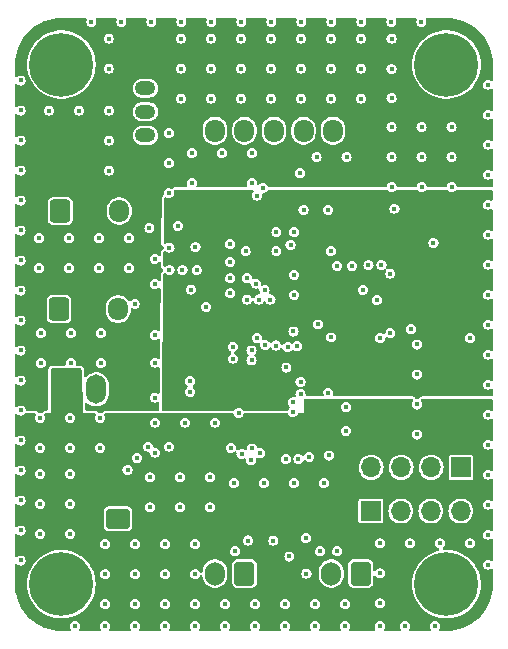
<source format=gbr>
%TF.GenerationSoftware,KiCad,Pcbnew,8.0.8*%
%TF.CreationDate,2025-02-05T17:51:18+01:00*%
%TF.ProjectId,Janus_finalV,4a616e75-735f-4666-996e-616c562e6b69,rev?*%
%TF.SameCoordinates,Original*%
%TF.FileFunction,Copper,L3,Inr*%
%TF.FilePolarity,Positive*%
%FSLAX46Y46*%
G04 Gerber Fmt 4.6, Leading zero omitted, Abs format (unit mm)*
G04 Created by KiCad (PCBNEW 8.0.8) date 2025-02-05 17:51:18*
%MOMM*%
%LPD*%
G01*
G04 APERTURE LIST*
G04 Aperture macros list*
%AMRoundRect*
0 Rectangle with rounded corners*
0 $1 Rounding radius*
0 $2 $3 $4 $5 $6 $7 $8 $9 X,Y pos of 4 corners*
0 Add a 4 corners polygon primitive as box body*
4,1,4,$2,$3,$4,$5,$6,$7,$8,$9,$2,$3,0*
0 Add four circle primitives for the rounded corners*
1,1,$1+$1,$2,$3*
1,1,$1+$1,$4,$5*
1,1,$1+$1,$6,$7*
1,1,$1+$1,$8,$9*
0 Add four rect primitives between the rounded corners*
20,1,$1+$1,$2,$3,$4,$5,0*
20,1,$1+$1,$4,$5,$6,$7,0*
20,1,$1+$1,$6,$7,$8,$9,0*
20,1,$1+$1,$8,$9,$2,$3,0*%
G04 Aperture macros list end*
%TA.AperFunction,ComponentPad*%
%ADD10R,1.700000X1.700000*%
%TD*%
%TA.AperFunction,ComponentPad*%
%ADD11O,1.700000X1.700000*%
%TD*%
%TA.AperFunction,ComponentPad*%
%ADD12C,5.400000*%
%TD*%
%TA.AperFunction,ComponentPad*%
%ADD13RoundRect,0.250000X-0.625000X0.350000X-0.625000X-0.350000X0.625000X-0.350000X0.625000X0.350000X0*%
%TD*%
%TA.AperFunction,ComponentPad*%
%ADD14O,1.750000X1.200000*%
%TD*%
%TA.AperFunction,ComponentPad*%
%ADD15R,1.000000X1.000000*%
%TD*%
%TA.AperFunction,ComponentPad*%
%ADD16O,1.000000X1.000000*%
%TD*%
%TA.AperFunction,ComponentPad*%
%ADD17R,1.700000X2.500000*%
%TD*%
%TA.AperFunction,ComponentPad*%
%ADD18O,1.700000X2.500000*%
%TD*%
%TA.AperFunction,ComponentPad*%
%ADD19RoundRect,0.250000X-0.600000X-0.725000X0.600000X-0.725000X0.600000X0.725000X-0.600000X0.725000X0*%
%TD*%
%TA.AperFunction,ComponentPad*%
%ADD20O,1.700000X1.950000*%
%TD*%
%TA.AperFunction,ComponentPad*%
%ADD21RoundRect,0.250000X0.600000X0.725000X-0.600000X0.725000X-0.600000X-0.725000X0.600000X-0.725000X0*%
%TD*%
%TA.AperFunction,ComponentPad*%
%ADD22RoundRect,0.250000X0.600000X0.750000X-0.600000X0.750000X-0.600000X-0.750000X0.600000X-0.750000X0*%
%TD*%
%TA.AperFunction,ComponentPad*%
%ADD23O,1.700000X2.000000*%
%TD*%
%TA.AperFunction,ComponentPad*%
%ADD24RoundRect,0.250000X0.750000X-0.600000X0.750000X0.600000X-0.750000X0.600000X-0.750000X-0.600000X0*%
%TD*%
%TA.AperFunction,ComponentPad*%
%ADD25O,2.000000X1.700000*%
%TD*%
%TA.AperFunction,ViaPad*%
%ADD26C,0.450000*%
%TD*%
G04 APERTURE END LIST*
D10*
%TO.N,GND*%
%TO.C,J14*%
X140600000Y-79400000D03*
D11*
X143140000Y-79400000D03*
X145680000Y-79400000D03*
X148220000Y-79400000D03*
%TD*%
D12*
%TO.N,GND*%
%TO.C,H2*%
X147000000Y-85600000D03*
%TD*%
D13*
%TO.N,+5V*%
%TO.C,J2*%
X121500000Y-41600000D03*
D14*
%TO.N,Triger*%
X121500000Y-43600000D03*
%TO.N,Echo*%
X121500000Y-45600000D03*
%TO.N,GND*%
X121500000Y-47600000D03*
%TD*%
D15*
%TO.N,+3.3V*%
%TO.C,J13*%
X138100000Y-67250000D03*
D16*
X138100000Y-68520000D03*
%TD*%
D17*
%TO.N,+7.5V*%
%TO.C,J4*%
X114820000Y-69100000D03*
D18*
%TO.N,GND*%
X117360000Y-69100000D03*
%TO.N,+5V*%
X119900000Y-69100000D03*
%TD*%
D12*
%TO.N,GND*%
%TO.C,H1*%
X114400000Y-41600000D03*
%TD*%
D19*
%TO.N,GND*%
%TO.C,J5*%
X114200000Y-62300000D03*
D20*
%TO.N,+5V*%
X116700000Y-62300000D03*
%TO.N,PWM_Servo2*%
X119200000Y-62300000D03*
%TD*%
D19*
%TO.N,GND*%
%TO.C,J6*%
X114300000Y-54000000D03*
D20*
%TO.N,+5V*%
X116800000Y-54000000D03*
%TO.N,PWM_Servo1*%
X119300000Y-54000000D03*
%TD*%
D15*
%TO.N,+5V*%
%TO.C,J12*%
X115000000Y-48600000D03*
D16*
X113730000Y-48600000D03*
%TD*%
D10*
%TO.N,GPIO1*%
%TO.C,J11*%
X148240000Y-75700000D03*
D11*
%TO.N,GPIO2*%
X145700000Y-75700000D03*
%TO.N,GPIO3*%
X143160000Y-75700000D03*
%TO.N,GPIO4*%
X140620000Y-75700000D03*
%TD*%
D12*
%TO.N,GND*%
%TO.C,H3*%
X147000000Y-41600000D03*
%TD*%
%TO.N,GND*%
%TO.C,H4*%
X114400000Y-85600000D03*
%TD*%
D21*
%TO.N,+5V*%
%TO.C,J8*%
X139900000Y-47200000D03*
D20*
%TO.N,IR_1*%
X137400000Y-47200000D03*
%TO.N,IR_2*%
X134900000Y-47200000D03*
%TO.N,IR_3*%
X132400000Y-47200000D03*
%TO.N,IR_4*%
X129900000Y-47200000D03*
%TO.N,GND*%
X127400000Y-47200000D03*
%TD*%
D22*
%TO.N,AO2*%
%TO.C,J9*%
X129900000Y-84700000D03*
D23*
%TO.N,AO1*%
X127400000Y-84700000D03*
%TD*%
D24*
%TO.N,GND*%
%TO.C,J1*%
X119200000Y-80050000D03*
D25*
%TO.N,+7.5V*%
X119200000Y-77550000D03*
%TD*%
D22*
%TO.N,BO1*%
%TO.C,J10*%
X139750000Y-84700000D03*
D23*
%TO.N,BO2*%
X137250000Y-84700000D03*
%TD*%
D26*
%TO.N,GND*%
X150500000Y-71240000D03*
X150500000Y-61080000D03*
X125300000Y-69300000D03*
X123550000Y-57100000D03*
X132170000Y-39400000D03*
X134710000Y-41940000D03*
X124550000Y-39400000D03*
X129400000Y-71100000D03*
X135870000Y-89150000D03*
X128700000Y-60950000D03*
X118090000Y-89150000D03*
X133340000Y-87280000D03*
X110950000Y-53110000D03*
X120630000Y-89150000D03*
X130800000Y-87280000D03*
X138500000Y-70600000D03*
X110950000Y-55650000D03*
X122020000Y-38000000D03*
X134720000Y-38000000D03*
X130500000Y-65800000D03*
X123550000Y-59000000D03*
X129630000Y-44480000D03*
X117680000Y-74040000D03*
X149020000Y-64750000D03*
X129000000Y-77050000D03*
X137050000Y-74700000D03*
X122300000Y-74460000D03*
X112650000Y-64350000D03*
X112600000Y-74040000D03*
X130790000Y-89150000D03*
X130530000Y-51640000D03*
X135880000Y-87280000D03*
X123500000Y-47400000D03*
X115140000Y-81330000D03*
X136300000Y-82800000D03*
X125450000Y-49100000D03*
X110950000Y-75970000D03*
X122300000Y-64500000D03*
X128750000Y-74050000D03*
X144880000Y-38000000D03*
X146460000Y-82140000D03*
X150500000Y-68700000D03*
X142350000Y-41950000D03*
X139790000Y-41940000D03*
X123180000Y-87280000D03*
X137250000Y-44480000D03*
X136000000Y-49450000D03*
X134100000Y-59400000D03*
X118430000Y-48040000D03*
X138410000Y-89150000D03*
X124840000Y-71920000D03*
X122300000Y-71920000D03*
X112650000Y-66890000D03*
X131540000Y-77050000D03*
X137250000Y-39400000D03*
X125720000Y-84740000D03*
X150500000Y-73780000D03*
X115040000Y-56300000D03*
X118430000Y-50580000D03*
X150500000Y-81400000D03*
X149000000Y-82140000D03*
X150500000Y-43300000D03*
X110950000Y-83590000D03*
X144500000Y-67840000D03*
X123500000Y-52480000D03*
X150500000Y-76320000D03*
X147430000Y-51980000D03*
X130450000Y-75100000D03*
X112600000Y-78790000D03*
X136100000Y-63600000D03*
X143920000Y-82140000D03*
X117730000Y-66890000D03*
X150500000Y-78860000D03*
X134650000Y-68450000D03*
X139800000Y-38000000D03*
X126980000Y-76550000D03*
X118100000Y-87280000D03*
X110950000Y-78510000D03*
X129100000Y-82800000D03*
X118430000Y-45500000D03*
X150500000Y-50920000D03*
X118100000Y-84740000D03*
X110950000Y-63270000D03*
X110950000Y-45490000D03*
X110950000Y-60730000D03*
X142350000Y-49440000D03*
X116940000Y-38000000D03*
X127100000Y-38000000D03*
X134080000Y-77050000D03*
X117580000Y-56300000D03*
X141380000Y-84680000D03*
X142350000Y-44450000D03*
X110950000Y-58190000D03*
X122300000Y-60200000D03*
X118100000Y-82200000D03*
X144890000Y-51980000D03*
X134050000Y-64200000D03*
X129630000Y-41940000D03*
X123170000Y-89150000D03*
X139000000Y-58650000D03*
X120640000Y-82200000D03*
X110950000Y-70890000D03*
X150500000Y-83940000D03*
X115040000Y-58840000D03*
X122300000Y-66840000D03*
X125720000Y-82200000D03*
X127090000Y-41940000D03*
X141350000Y-89150000D03*
X128900000Y-65500000D03*
X128900000Y-66500000D03*
X125720000Y-87280000D03*
X150500000Y-56000000D03*
X141500000Y-58550000D03*
X110950000Y-81050000D03*
X123180000Y-84740000D03*
X115890000Y-45500000D03*
X117580000Y-58840000D03*
X130530000Y-49100000D03*
X127090000Y-44480000D03*
X135150000Y-84700000D03*
X118400000Y-39400000D03*
X120120000Y-56300000D03*
X146030000Y-89150000D03*
X121750000Y-73950000D03*
X133700000Y-83250000D03*
X128700000Y-56800000D03*
X112500000Y-58840000D03*
X144890000Y-49440000D03*
X115190000Y-66890000D03*
X113350000Y-45500000D03*
X120640000Y-84740000D03*
X125710000Y-89150000D03*
X142600000Y-53800000D03*
X144890000Y-46900000D03*
X124440000Y-76550000D03*
X132100000Y-61500000D03*
X126980000Y-79090000D03*
X137200000Y-57400000D03*
X150500000Y-45840000D03*
X124250000Y-55250000D03*
X129650000Y-74550000D03*
X125450000Y-51640000D03*
X138540000Y-49450000D03*
X135100000Y-81700000D03*
X121850000Y-55450000D03*
X132600000Y-57400000D03*
X124550000Y-41940000D03*
X137250000Y-64700000D03*
X137750000Y-58650000D03*
X139790000Y-44480000D03*
X118400000Y-41940000D03*
X144500000Y-72920000D03*
X129640000Y-38000000D03*
X122300000Y-58050000D03*
X147430000Y-49440000D03*
X142350000Y-39400000D03*
X134710000Y-39400000D03*
X150500000Y-48380000D03*
X130100000Y-59700000D03*
X127090000Y-39400000D03*
X134650000Y-69500000D03*
X124440000Y-79090000D03*
X122300000Y-69800000D03*
X145900000Y-56700000D03*
X123500000Y-73950000D03*
X137000000Y-69400000D03*
X115550000Y-89150000D03*
X144500000Y-70380000D03*
X120600000Y-61850000D03*
X134000000Y-70200000D03*
X123500000Y-49940000D03*
X142340000Y-38000000D03*
X150500000Y-63620000D03*
X150500000Y-53460000D03*
X115140000Y-78790000D03*
X137000000Y-53900000D03*
X124560000Y-38000000D03*
X131100000Y-61500000D03*
X115140000Y-76250000D03*
X127990000Y-49100000D03*
X133330000Y-89150000D03*
X134100000Y-55800000D03*
X119480000Y-38000000D03*
X110950000Y-65810000D03*
X128260000Y-87280000D03*
X110950000Y-68350000D03*
X132180000Y-38000000D03*
X120000000Y-75900000D03*
X134900000Y-53900000D03*
X110950000Y-50570000D03*
X112600000Y-71500000D03*
X141380000Y-87220000D03*
X125350000Y-60650000D03*
X134000000Y-71000000D03*
X120800000Y-74900000D03*
X147430000Y-46900000D03*
X137750000Y-82800000D03*
X125750000Y-57050000D03*
X130500000Y-66650000D03*
X115140000Y-71500000D03*
X138500000Y-72600000D03*
X124550000Y-44480000D03*
X120640000Y-87280000D03*
X124650000Y-59000000D03*
X128700000Y-58300000D03*
X130200000Y-81900000D03*
X134600000Y-50800000D03*
X115190000Y-64350000D03*
X112600000Y-81330000D03*
X123180000Y-82200000D03*
X150500000Y-58540000D03*
X128700000Y-59700000D03*
X121900000Y-79090000D03*
X128250000Y-89150000D03*
X132350000Y-81900000D03*
X141380000Y-82140000D03*
X117730000Y-64350000D03*
X142350000Y-46900000D03*
X130100000Y-61500000D03*
X127380000Y-71920000D03*
X126650000Y-62100000D03*
X133450000Y-67250000D03*
X115140000Y-74040000D03*
X144000000Y-64000000D03*
X134100000Y-61100000D03*
X143490000Y-89150000D03*
X132600000Y-55800000D03*
X141400000Y-64750000D03*
X142350000Y-51980000D03*
X121900000Y-76550000D03*
X132170000Y-44480000D03*
X137250000Y-41940000D03*
X132170000Y-41940000D03*
X129630000Y-39400000D03*
X117680000Y-71500000D03*
X120120000Y-58840000D03*
X138420000Y-87280000D03*
X110950000Y-48030000D03*
X110950000Y-42950000D03*
X150500000Y-66160000D03*
X112500000Y-56300000D03*
X134710000Y-44480000D03*
X137260000Y-38000000D03*
X125850000Y-59000000D03*
X136620000Y-77050000D03*
X112600000Y-76250000D03*
X139790000Y-39400000D03*
X140400000Y-58600000D03*
X144500000Y-65300000D03*
X110950000Y-73430000D03*
X125300000Y-68400000D03*
%TO.N,+5V*%
X120100000Y-64550000D03*
%TO.N,+3.3V*%
X127800000Y-69300000D03*
X135750000Y-62500000D03*
X129400000Y-69800000D03*
X127800000Y-68400000D03*
X126900000Y-69300000D03*
X130500000Y-67750000D03*
X128700000Y-69300000D03*
X126900000Y-68400000D03*
X142300000Y-55950000D03*
X128700000Y-68400000D03*
X127550000Y-54300000D03*
X130500001Y-68600001D03*
X149850000Y-62200000D03*
X125600000Y-62750000D03*
X128700000Y-67700000D03*
%TO.N,+7.5V*%
X137000000Y-72400000D03*
X137000000Y-73100000D03*
X137000000Y-70300000D03*
X137000000Y-71000000D03*
X137000000Y-71700000D03*
%TO.N,NRST*%
X142250000Y-59300000D03*
X142250000Y-64350000D03*
%TO.N,BIN2*%
X133553652Y-65526383D03*
X134471232Y-74971232D03*
%TO.N,PWMA*%
X130950000Y-64726818D03*
X130550000Y-74100000D03*
%TO.N,BIN1*%
X132571082Y-65392343D03*
X133400000Y-75000000D03*
%TO.N,STBY*%
X131235996Y-74511598D03*
X131655548Y-65325339D03*
%TO.N,PWMB*%
X134350000Y-65450000D03*
X135380853Y-74804075D03*
%TO.N,SWCLK*%
X139925735Y-60674265D03*
X131600000Y-60700000D03*
%TO.N,SWDIO*%
X130850934Y-60150000D03*
X141100000Y-61550000D03*
%TO.N,GPIO4*%
X130000000Y-57400000D03*
%TO.N,GPIO2*%
X130950000Y-52700000D03*
%TO.N,GPIO1*%
X131450000Y-52075499D03*
%TO.N,GPIO3*%
X133800000Y-56875000D03*
%TD*%
%TA.AperFunction,Conductor*%
%TO.N,+3.3V*%
G36*
X130615928Y-52219685D02*
G01*
X130661683Y-52272489D01*
X130671627Y-52341647D01*
X130642602Y-52405203D01*
X130636570Y-52411681D01*
X130601476Y-52446774D01*
X130601473Y-52446778D01*
X130601472Y-52446780D01*
X130571144Y-52506303D01*
X130540279Y-52566878D01*
X130519196Y-52699997D01*
X130519196Y-52700002D01*
X130540279Y-52833121D01*
X130540280Y-52833124D01*
X130540281Y-52833126D01*
X130579860Y-52910804D01*
X130601473Y-52953221D01*
X130601476Y-52953225D01*
X130696774Y-53048523D01*
X130696778Y-53048526D01*
X130696780Y-53048528D01*
X130816874Y-53109719D01*
X130816876Y-53109719D01*
X130816878Y-53109720D01*
X130949998Y-53130804D01*
X130950000Y-53130804D01*
X130950002Y-53130804D01*
X131083121Y-53109720D01*
X131083121Y-53109719D01*
X131083126Y-53109719D01*
X131203220Y-53048528D01*
X131298528Y-52953220D01*
X131359719Y-52833126D01*
X131375542Y-52733225D01*
X131380804Y-52700002D01*
X131380804Y-52699999D01*
X131378982Y-52688501D01*
X131371967Y-52644206D01*
X131380921Y-52574916D01*
X131425917Y-52521463D01*
X131475043Y-52502337D01*
X131583121Y-52485219D01*
X131583121Y-52485218D01*
X131583126Y-52485218D01*
X131703220Y-52424027D01*
X131798528Y-52328719D01*
X131829616Y-52267704D01*
X131877589Y-52216910D01*
X131940100Y-52200000D01*
X141916890Y-52200000D01*
X141983929Y-52219685D01*
X142004566Y-52236314D01*
X142096780Y-52328528D01*
X142216874Y-52389719D01*
X142216876Y-52389719D01*
X142216878Y-52389720D01*
X142349998Y-52410804D01*
X142350000Y-52410804D01*
X142350002Y-52410804D01*
X142483121Y-52389720D01*
X142483121Y-52389719D01*
X142483126Y-52389719D01*
X142603220Y-52328528D01*
X142695430Y-52236317D01*
X142756751Y-52202834D01*
X142783110Y-52200000D01*
X144456890Y-52200000D01*
X144523929Y-52219685D01*
X144544566Y-52236314D01*
X144636780Y-52328528D01*
X144756874Y-52389719D01*
X144756876Y-52389719D01*
X144756878Y-52389720D01*
X144889998Y-52410804D01*
X144890000Y-52410804D01*
X144890002Y-52410804D01*
X145023121Y-52389720D01*
X145023121Y-52389719D01*
X145023126Y-52389719D01*
X145143220Y-52328528D01*
X145235430Y-52236317D01*
X145296751Y-52202834D01*
X145323110Y-52200000D01*
X146996890Y-52200000D01*
X147063929Y-52219685D01*
X147084566Y-52236314D01*
X147176780Y-52328528D01*
X147296874Y-52389719D01*
X147296876Y-52389719D01*
X147296878Y-52389720D01*
X147429998Y-52410804D01*
X147430000Y-52410804D01*
X147430002Y-52410804D01*
X147563121Y-52389720D01*
X147563121Y-52389719D01*
X147563126Y-52389719D01*
X147683220Y-52328528D01*
X147775430Y-52236317D01*
X147836751Y-52202834D01*
X147863110Y-52200000D01*
X150777305Y-52200000D01*
X150844344Y-52219685D01*
X150890099Y-52272489D01*
X150901298Y-52322688D01*
X150908326Y-52986844D01*
X150889352Y-53054088D01*
X150837035Y-53100399D01*
X150767986Y-53111074D01*
X150728039Y-53098641D01*
X150633123Y-53050279D01*
X150500002Y-53029196D01*
X150499998Y-53029196D01*
X150366878Y-53050279D01*
X150246778Y-53111473D01*
X150246774Y-53111476D01*
X150151476Y-53206774D01*
X150151473Y-53206778D01*
X150090279Y-53326878D01*
X150069196Y-53459997D01*
X150069196Y-53460002D01*
X150090279Y-53593121D01*
X150090280Y-53593124D01*
X150090281Y-53593126D01*
X150127858Y-53666874D01*
X150151473Y-53713221D01*
X150151476Y-53713225D01*
X150246774Y-53808523D01*
X150246778Y-53808526D01*
X150246780Y-53808528D01*
X150366874Y-53869719D01*
X150366876Y-53869719D01*
X150366878Y-53869720D01*
X150499998Y-53890804D01*
X150500000Y-53890804D01*
X150500002Y-53890804D01*
X150633121Y-53869720D01*
X150633121Y-53869719D01*
X150633126Y-53869719D01*
X150737973Y-53816296D01*
X150806639Y-53803401D01*
X150871379Y-53829677D01*
X150911637Y-53886783D01*
X150918258Y-53925470D01*
X150935350Y-55540614D01*
X150916376Y-55607858D01*
X150864059Y-55654169D01*
X150795010Y-55664844D01*
X150755062Y-55652411D01*
X150753220Y-55651472D01*
X150633126Y-55590281D01*
X150633124Y-55590280D01*
X150633121Y-55590279D01*
X150500002Y-55569196D01*
X150499998Y-55569196D01*
X150366878Y-55590279D01*
X150246778Y-55651473D01*
X150246774Y-55651476D01*
X150151476Y-55746774D01*
X150151473Y-55746778D01*
X150090279Y-55866878D01*
X150069196Y-55999997D01*
X150069196Y-56000002D01*
X150090279Y-56133121D01*
X150090280Y-56133124D01*
X150090281Y-56133126D01*
X150151472Y-56253220D01*
X150151473Y-56253221D01*
X150151476Y-56253225D01*
X150246774Y-56348523D01*
X150246778Y-56348526D01*
X150246780Y-56348528D01*
X150366874Y-56409719D01*
X150366876Y-56409719D01*
X150366878Y-56409720D01*
X150499998Y-56430804D01*
X150500000Y-56430804D01*
X150500002Y-56430804D01*
X150633121Y-56409720D01*
X150633121Y-56409719D01*
X150633126Y-56409719D01*
X150753220Y-56348528D01*
X150753221Y-56348526D01*
X150761915Y-56344097D01*
X150763304Y-56346823D01*
X150813884Y-56328763D01*
X150881942Y-56344572D01*
X150930649Y-56394666D01*
X150944986Y-56451247D01*
X150949493Y-56877088D01*
X150949500Y-56878400D01*
X150949500Y-58090714D01*
X150929815Y-58157753D01*
X150877011Y-58203508D01*
X150807853Y-58213452D01*
X150762377Y-58194995D01*
X150761915Y-58195903D01*
X150753221Y-58191473D01*
X150753220Y-58191472D01*
X150633126Y-58130281D01*
X150633124Y-58130280D01*
X150633121Y-58130279D01*
X150500002Y-58109196D01*
X150499998Y-58109196D01*
X150366878Y-58130279D01*
X150246778Y-58191473D01*
X150246774Y-58191476D01*
X150151476Y-58286774D01*
X150151473Y-58286778D01*
X150090279Y-58406878D01*
X150069196Y-58539997D01*
X150069196Y-58540002D01*
X150090279Y-58673121D01*
X150090280Y-58673124D01*
X150090281Y-58673126D01*
X150146329Y-58783126D01*
X150151473Y-58793221D01*
X150151476Y-58793225D01*
X150246774Y-58888523D01*
X150246778Y-58888526D01*
X150246780Y-58888528D01*
X150366874Y-58949719D01*
X150366876Y-58949719D01*
X150366878Y-58949720D01*
X150499998Y-58970804D01*
X150500000Y-58970804D01*
X150500002Y-58970804D01*
X150633121Y-58949720D01*
X150633121Y-58949719D01*
X150633126Y-58949719D01*
X150753220Y-58888528D01*
X150753221Y-58888526D01*
X150761915Y-58884097D01*
X150762584Y-58885410D01*
X150818415Y-58865488D01*
X150886470Y-58881310D01*
X150935167Y-58931413D01*
X150949500Y-58989285D01*
X150949500Y-60630714D01*
X150929815Y-60697753D01*
X150877011Y-60743508D01*
X150807853Y-60753452D01*
X150762377Y-60734995D01*
X150761915Y-60735903D01*
X150753221Y-60731473D01*
X150753220Y-60731472D01*
X150633126Y-60670281D01*
X150633124Y-60670280D01*
X150633121Y-60670279D01*
X150500002Y-60649196D01*
X150499998Y-60649196D01*
X150366878Y-60670279D01*
X150246778Y-60731473D01*
X150246774Y-60731476D01*
X150151476Y-60826774D01*
X150151473Y-60826778D01*
X150090279Y-60946878D01*
X150069196Y-61079997D01*
X150069196Y-61080002D01*
X150090279Y-61213121D01*
X150090280Y-61213124D01*
X150090281Y-61213126D01*
X150107429Y-61246780D01*
X150151473Y-61333221D01*
X150151476Y-61333225D01*
X150246774Y-61428523D01*
X150246778Y-61428526D01*
X150246780Y-61428528D01*
X150366874Y-61489719D01*
X150366876Y-61489719D01*
X150366878Y-61489720D01*
X150499998Y-61510804D01*
X150500000Y-61510804D01*
X150500002Y-61510804D01*
X150633121Y-61489720D01*
X150633121Y-61489719D01*
X150633126Y-61489719D01*
X150753220Y-61428528D01*
X150753221Y-61428526D01*
X150761915Y-61424097D01*
X150762584Y-61425410D01*
X150818415Y-61405488D01*
X150886470Y-61421310D01*
X150935167Y-61471413D01*
X150949500Y-61529285D01*
X150949500Y-63170714D01*
X150929815Y-63237753D01*
X150877011Y-63283508D01*
X150807853Y-63293452D01*
X150762377Y-63274995D01*
X150761915Y-63275903D01*
X150753221Y-63271473D01*
X150753220Y-63271472D01*
X150633126Y-63210281D01*
X150633124Y-63210280D01*
X150633121Y-63210279D01*
X150500002Y-63189196D01*
X150499998Y-63189196D01*
X150366878Y-63210279D01*
X150246778Y-63271473D01*
X150246774Y-63271476D01*
X150151476Y-63366774D01*
X150151473Y-63366778D01*
X150151472Y-63366780D01*
X150100470Y-63466878D01*
X150090279Y-63486878D01*
X150069196Y-63619997D01*
X150069196Y-63620002D01*
X150090279Y-63753121D01*
X150090280Y-63753124D01*
X150090281Y-63753126D01*
X150148239Y-63866874D01*
X150151473Y-63873221D01*
X150151476Y-63873225D01*
X150246774Y-63968523D01*
X150246778Y-63968526D01*
X150246780Y-63968528D01*
X150366874Y-64029719D01*
X150366876Y-64029719D01*
X150366878Y-64029720D01*
X150499998Y-64050804D01*
X150500000Y-64050804D01*
X150500002Y-64050804D01*
X150633121Y-64029720D01*
X150633121Y-64029719D01*
X150633126Y-64029719D01*
X150753220Y-63968528D01*
X150753221Y-63968526D01*
X150761915Y-63964097D01*
X150762584Y-63965410D01*
X150818415Y-63945488D01*
X150886470Y-63961310D01*
X150935167Y-64011413D01*
X150949500Y-64069285D01*
X150949500Y-65710714D01*
X150929815Y-65777753D01*
X150877011Y-65823508D01*
X150807853Y-65833452D01*
X150762377Y-65814995D01*
X150761915Y-65815903D01*
X150753221Y-65811473D01*
X150753220Y-65811472D01*
X150633126Y-65750281D01*
X150633124Y-65750280D01*
X150633121Y-65750279D01*
X150500002Y-65729196D01*
X150499998Y-65729196D01*
X150366878Y-65750279D01*
X150246778Y-65811473D01*
X150246774Y-65811476D01*
X150151476Y-65906774D01*
X150151473Y-65906778D01*
X150090279Y-66026878D01*
X150069196Y-66159997D01*
X150069196Y-66160002D01*
X150090279Y-66293121D01*
X150090280Y-66293124D01*
X150090281Y-66293126D01*
X150151472Y-66413220D01*
X150151473Y-66413221D01*
X150151476Y-66413225D01*
X150246774Y-66508523D01*
X150246778Y-66508526D01*
X150246780Y-66508528D01*
X150366874Y-66569719D01*
X150366876Y-66569719D01*
X150366878Y-66569720D01*
X150499998Y-66590804D01*
X150500000Y-66590804D01*
X150500002Y-66590804D01*
X150633121Y-66569720D01*
X150633121Y-66569719D01*
X150633126Y-66569719D01*
X150753220Y-66508528D01*
X150753221Y-66508526D01*
X150761915Y-66504097D01*
X150762584Y-66505410D01*
X150818415Y-66485488D01*
X150886470Y-66501310D01*
X150935167Y-66551413D01*
X150949500Y-66609285D01*
X150949500Y-68250714D01*
X150929815Y-68317753D01*
X150877011Y-68363508D01*
X150807853Y-68373452D01*
X150762377Y-68354995D01*
X150761915Y-68355903D01*
X150753221Y-68351473D01*
X150753220Y-68351472D01*
X150633126Y-68290281D01*
X150633124Y-68290280D01*
X150633121Y-68290279D01*
X150500002Y-68269196D01*
X150499998Y-68269196D01*
X150366878Y-68290279D01*
X150366874Y-68290280D01*
X150366874Y-68290281D01*
X150312957Y-68317753D01*
X150246778Y-68351473D01*
X150246774Y-68351476D01*
X150151476Y-68446774D01*
X150151473Y-68446778D01*
X150151472Y-68446780D01*
X150107477Y-68533126D01*
X150090279Y-68566878D01*
X150069196Y-68699997D01*
X150069196Y-68700002D01*
X150090279Y-68833121D01*
X150090280Y-68833124D01*
X150090281Y-68833126D01*
X150151472Y-68953220D01*
X150151473Y-68953221D01*
X150151476Y-68953225D01*
X150246774Y-69048523D01*
X150246778Y-69048526D01*
X150246780Y-69048528D01*
X150366874Y-69109719D01*
X150366876Y-69109719D01*
X150366878Y-69109720D01*
X150499998Y-69130804D01*
X150500000Y-69130804D01*
X150500002Y-69130804D01*
X150633121Y-69109720D01*
X150633121Y-69109719D01*
X150633126Y-69109719D01*
X150753220Y-69048528D01*
X150753221Y-69048526D01*
X150761915Y-69044097D01*
X150762584Y-69045410D01*
X150818415Y-69025488D01*
X150886470Y-69041310D01*
X150935167Y-69091413D01*
X150949500Y-69149285D01*
X150949500Y-69570500D01*
X150929815Y-69637539D01*
X150877011Y-69683294D01*
X150825500Y-69694500D01*
X144921107Y-69694500D01*
X144917443Y-69694565D01*
X144913775Y-69694631D01*
X144904929Y-69694947D01*
X144904924Y-69694947D01*
X144840452Y-69707772D01*
X144774990Y-69732188D01*
X144752018Y-69742395D01*
X144752015Y-69742397D01*
X144682295Y-69801575D01*
X144682289Y-69801581D01*
X144640428Y-69857499D01*
X144640418Y-69857513D01*
X144626607Y-69878530D01*
X144626580Y-69878588D01*
X144626537Y-69878635D01*
X144621741Y-69885935D01*
X144620690Y-69885244D01*
X144580284Y-69930918D01*
X144513045Y-69949911D01*
X144504509Y-69949196D01*
X144490241Y-69949196D01*
X144490241Y-69947689D01*
X144431552Y-69940099D01*
X144378104Y-69895097D01*
X144372027Y-69884901D01*
X144354215Y-69851476D01*
X144346989Y-69837915D01*
X144301234Y-69785111D01*
X144301228Y-69785104D01*
X144283646Y-69767160D01*
X144283645Y-69767159D01*
X144283643Y-69767157D01*
X144283641Y-69767156D01*
X144283639Y-69767154D01*
X144203829Y-69722511D01*
X144203824Y-69722509D01*
X144136792Y-69702826D01*
X144136788Y-69702825D01*
X144136787Y-69702825D01*
X144078889Y-69694500D01*
X144078885Y-69694500D01*
X137527957Y-69694500D01*
X137460918Y-69674815D01*
X137415163Y-69622011D01*
X137405219Y-69552853D01*
X137409533Y-69534303D01*
X137430804Y-69400002D01*
X137430804Y-69399997D01*
X137409720Y-69266878D01*
X137409719Y-69266876D01*
X137409719Y-69266874D01*
X137348528Y-69146780D01*
X137348526Y-69146778D01*
X137348523Y-69146774D01*
X137253225Y-69051476D01*
X137253221Y-69051473D01*
X137253220Y-69051472D01*
X137133126Y-68990281D01*
X137133124Y-68990280D01*
X137133121Y-68990279D01*
X137000002Y-68969196D01*
X136999998Y-68969196D01*
X136866878Y-68990279D01*
X136746778Y-69051473D01*
X136746774Y-69051476D01*
X136651476Y-69146774D01*
X136651473Y-69146778D01*
X136590279Y-69266878D01*
X136569196Y-69399997D01*
X136569196Y-69400002D01*
X136591807Y-69542765D01*
X136590282Y-69543006D01*
X136591970Y-69602021D01*
X136555890Y-69661855D01*
X136493190Y-69692684D01*
X136472043Y-69694500D01*
X135195184Y-69694500D01*
X135128145Y-69674815D01*
X135082390Y-69622011D01*
X135072446Y-69552853D01*
X135072711Y-69551103D01*
X135080804Y-69500003D01*
X135080804Y-69499997D01*
X135059720Y-69366878D01*
X135059719Y-69366876D01*
X135059719Y-69366874D01*
X134998528Y-69246780D01*
X134998526Y-69246778D01*
X134998523Y-69246774D01*
X134903225Y-69151476D01*
X134903221Y-69151473D01*
X134903220Y-69151472D01*
X134783126Y-69090281D01*
X134783123Y-69090280D01*
X134774430Y-69085851D01*
X134776109Y-69082555D01*
X134733616Y-69053508D01*
X134706408Y-68989153D01*
X134718312Y-68920305D01*
X134765549Y-68868822D01*
X134774685Y-68864649D01*
X134774430Y-68864149D01*
X134783123Y-68859719D01*
X134783126Y-68859719D01*
X134903220Y-68798528D01*
X134998528Y-68703220D01*
X135059719Y-68583126D01*
X135059720Y-68583121D01*
X135080804Y-68450002D01*
X135080804Y-68449997D01*
X135059720Y-68316878D01*
X135059719Y-68316876D01*
X135059719Y-68316874D01*
X134998528Y-68196780D01*
X134998526Y-68196778D01*
X134998523Y-68196774D01*
X134903225Y-68101476D01*
X134903221Y-68101473D01*
X134903220Y-68101472D01*
X134783126Y-68040281D01*
X134783124Y-68040280D01*
X134783121Y-68040279D01*
X134650002Y-68019196D01*
X134649998Y-68019196D01*
X134516878Y-68040279D01*
X134516874Y-68040280D01*
X134516874Y-68040281D01*
X134494903Y-68051476D01*
X134396778Y-68101473D01*
X134396774Y-68101476D01*
X134301476Y-68196774D01*
X134301473Y-68196778D01*
X134240279Y-68316878D01*
X134219196Y-68449997D01*
X134219196Y-68450002D01*
X134240279Y-68583121D01*
X134240280Y-68583124D01*
X134240281Y-68583126D01*
X134301472Y-68703220D01*
X134301473Y-68703221D01*
X134301476Y-68703225D01*
X134396774Y-68798523D01*
X134396778Y-68798526D01*
X134396780Y-68798528D01*
X134516874Y-68859719D01*
X134516876Y-68859719D01*
X134525570Y-68864149D01*
X134523892Y-68867441D01*
X134566403Y-68896517D01*
X134593594Y-68960879D01*
X134581672Y-69029724D01*
X134534422Y-69081195D01*
X134525316Y-69085353D01*
X134525570Y-69085851D01*
X134516876Y-69090280D01*
X134516874Y-69090281D01*
X134405989Y-69146780D01*
X134396778Y-69151473D01*
X134396774Y-69151476D01*
X134301476Y-69246774D01*
X134301473Y-69246778D01*
X134240279Y-69366878D01*
X134219196Y-69499997D01*
X134219196Y-69500002D01*
X134241807Y-69642765D01*
X134237963Y-69643373D01*
X134239352Y-69694245D01*
X134203197Y-69754032D01*
X134140457Y-69784781D01*
X134100069Y-69785045D01*
X134060777Y-69778822D01*
X134000000Y-69769196D01*
X133999998Y-69769196D01*
X133999997Y-69769196D01*
X133866878Y-69790279D01*
X133746778Y-69851473D01*
X133746774Y-69851476D01*
X133651476Y-69946774D01*
X133651473Y-69946778D01*
X133590279Y-70066878D01*
X133569196Y-70199997D01*
X133569196Y-70200002D01*
X133590279Y-70333121D01*
X133590280Y-70333124D01*
X133590281Y-70333126D01*
X133651472Y-70453220D01*
X133651473Y-70453221D01*
X133651476Y-70453225D01*
X133710570Y-70512319D01*
X133744055Y-70573642D01*
X133739071Y-70643334D01*
X133710570Y-70687681D01*
X133651476Y-70746774D01*
X133651473Y-70746778D01*
X133651472Y-70746780D01*
X133610701Y-70826796D01*
X133562728Y-70877591D01*
X133500218Y-70894500D01*
X133497415Y-70894500D01*
X129936710Y-70894500D01*
X129908914Y-70896389D01*
X129908913Y-70896389D01*
X129908900Y-70896390D01*
X129869284Y-70901799D01*
X129800198Y-70891364D01*
X129752194Y-70851826D01*
X129748529Y-70846782D01*
X129748528Y-70846780D01*
X129653220Y-70751472D01*
X129533126Y-70690281D01*
X129533124Y-70690280D01*
X129533121Y-70690279D01*
X129400002Y-70669196D01*
X129399998Y-70669196D01*
X129266878Y-70690279D01*
X129146778Y-70751473D01*
X129146774Y-70751476D01*
X129051471Y-70846779D01*
X129046106Y-70854164D01*
X128990775Y-70896828D01*
X128925720Y-70902414D01*
X128925571Y-70903456D01*
X128921193Y-70902826D01*
X128921188Y-70902825D01*
X128863290Y-70894500D01*
X123026448Y-70894500D01*
X122959409Y-70874815D01*
X122913654Y-70822011D01*
X122902455Y-70769183D01*
X122927659Y-68399997D01*
X124869196Y-68399997D01*
X124869196Y-68400002D01*
X124890279Y-68533121D01*
X124890280Y-68533124D01*
X124890281Y-68533126D01*
X124951472Y-68653220D01*
X124951473Y-68653221D01*
X124951476Y-68653225D01*
X125046778Y-68748527D01*
X125048369Y-68749683D01*
X125049834Y-68751583D01*
X125053680Y-68755429D01*
X125053182Y-68755926D01*
X125091034Y-68805013D01*
X125097012Y-68874627D01*
X125064405Y-68936421D01*
X125048369Y-68950317D01*
X125046778Y-68951472D01*
X124951476Y-69046774D01*
X124951473Y-69046778D01*
X124890279Y-69166878D01*
X124869196Y-69299997D01*
X124869196Y-69300002D01*
X124890279Y-69433121D01*
X124890280Y-69433124D01*
X124890281Y-69433126D01*
X124951285Y-69552853D01*
X124951473Y-69553221D01*
X124951476Y-69553225D01*
X125046774Y-69648523D01*
X125046778Y-69648526D01*
X125046780Y-69648528D01*
X125166874Y-69709719D01*
X125166876Y-69709719D01*
X125166878Y-69709720D01*
X125299998Y-69730804D01*
X125300000Y-69730804D01*
X125300002Y-69730804D01*
X125433121Y-69709720D01*
X125433121Y-69709719D01*
X125433126Y-69709719D01*
X125553220Y-69648528D01*
X125648528Y-69553220D01*
X125709719Y-69433126D01*
X125709720Y-69433121D01*
X125730804Y-69300002D01*
X125730804Y-69299997D01*
X125709720Y-69166878D01*
X125709719Y-69166876D01*
X125709719Y-69166874D01*
X125648528Y-69046780D01*
X125648526Y-69046778D01*
X125648523Y-69046774D01*
X125553225Y-68951476D01*
X125553221Y-68951473D01*
X125553220Y-68951472D01*
X125553218Y-68951471D01*
X125551635Y-68950321D01*
X125550169Y-68948420D01*
X125546320Y-68944571D01*
X125546817Y-68944073D01*
X125508968Y-68894992D01*
X125502986Y-68825379D01*
X125535589Y-68763583D01*
X125551635Y-68749679D01*
X125553213Y-68748531D01*
X125553220Y-68748528D01*
X125648528Y-68653220D01*
X125709719Y-68533126D01*
X125709720Y-68533121D01*
X125730804Y-68400002D01*
X125730804Y-68399997D01*
X125709720Y-68266878D01*
X125709719Y-68266876D01*
X125709719Y-68266874D01*
X125648528Y-68146780D01*
X125648526Y-68146778D01*
X125648523Y-68146774D01*
X125553225Y-68051476D01*
X125553221Y-68051473D01*
X125553220Y-68051472D01*
X125433126Y-67990281D01*
X125433124Y-67990280D01*
X125433121Y-67990279D01*
X125300002Y-67969196D01*
X125299998Y-67969196D01*
X125166878Y-67990279D01*
X125046778Y-68051473D01*
X125046774Y-68051476D01*
X124951476Y-68146774D01*
X124951473Y-68146778D01*
X124890279Y-68266878D01*
X124869196Y-68399997D01*
X122927659Y-68399997D01*
X122933616Y-67839997D01*
X144069196Y-67839997D01*
X144069196Y-67840002D01*
X144090279Y-67973121D01*
X144090280Y-67973124D01*
X144090281Y-67973126D01*
X144151472Y-68093220D01*
X144151473Y-68093221D01*
X144151476Y-68093225D01*
X144246774Y-68188523D01*
X144246778Y-68188526D01*
X144246780Y-68188528D01*
X144366874Y-68249719D01*
X144366876Y-68249719D01*
X144366878Y-68249720D01*
X144499998Y-68270804D01*
X144500000Y-68270804D01*
X144500002Y-68270804D01*
X144633121Y-68249720D01*
X144633121Y-68249719D01*
X144633126Y-68249719D01*
X144753220Y-68188528D01*
X144848528Y-68093220D01*
X144909719Y-67973126D01*
X144909720Y-67973121D01*
X144930804Y-67840002D01*
X144930804Y-67839997D01*
X144909720Y-67706878D01*
X144909719Y-67706876D01*
X144909719Y-67706874D01*
X144848528Y-67586780D01*
X144848526Y-67586778D01*
X144848523Y-67586774D01*
X144753225Y-67491476D01*
X144753221Y-67491473D01*
X144753220Y-67491472D01*
X144633126Y-67430281D01*
X144633124Y-67430280D01*
X144633121Y-67430279D01*
X144500002Y-67409196D01*
X144499998Y-67409196D01*
X144366878Y-67430279D01*
X144246778Y-67491473D01*
X144246774Y-67491476D01*
X144151476Y-67586774D01*
X144151473Y-67586778D01*
X144090279Y-67706878D01*
X144069196Y-67839997D01*
X122933616Y-67839997D01*
X122939893Y-67249997D01*
X133019196Y-67249997D01*
X133019196Y-67250002D01*
X133040279Y-67383121D01*
X133040280Y-67383124D01*
X133040281Y-67383126D01*
X133101472Y-67503220D01*
X133101473Y-67503221D01*
X133101476Y-67503225D01*
X133196774Y-67598523D01*
X133196778Y-67598526D01*
X133196780Y-67598528D01*
X133316874Y-67659719D01*
X133316876Y-67659719D01*
X133316878Y-67659720D01*
X133449998Y-67680804D01*
X133450000Y-67680804D01*
X133450002Y-67680804D01*
X133583121Y-67659720D01*
X133583121Y-67659719D01*
X133583126Y-67659719D01*
X133703220Y-67598528D01*
X133798528Y-67503220D01*
X133859719Y-67383126D01*
X133859720Y-67383121D01*
X133880804Y-67250002D01*
X133880804Y-67249997D01*
X133859720Y-67116878D01*
X133859719Y-67116876D01*
X133859719Y-67116874D01*
X133798528Y-66996780D01*
X133798526Y-66996778D01*
X133798523Y-66996774D01*
X133703225Y-66901476D01*
X133703221Y-66901473D01*
X133703220Y-66901472D01*
X133583126Y-66840281D01*
X133583124Y-66840280D01*
X133583121Y-66840279D01*
X133450002Y-66819196D01*
X133449998Y-66819196D01*
X133316878Y-66840279D01*
X133196778Y-66901473D01*
X133196774Y-66901476D01*
X133101476Y-66996774D01*
X133101473Y-66996778D01*
X133040279Y-67116878D01*
X133019196Y-67249997D01*
X122939893Y-67249997D01*
X122958510Y-65499997D01*
X128469196Y-65499997D01*
X128469196Y-65500002D01*
X128490279Y-65633121D01*
X128490280Y-65633124D01*
X128490281Y-65633126D01*
X128551472Y-65753220D01*
X128551473Y-65753221D01*
X128551476Y-65753225D01*
X128646774Y-65848523D01*
X128646776Y-65848524D01*
X128646780Y-65848528D01*
X128727222Y-65889515D01*
X128778018Y-65937490D01*
X128794813Y-66005311D01*
X128772275Y-66071446D01*
X128727222Y-66110484D01*
X128646780Y-66151472D01*
X128646779Y-66151473D01*
X128646774Y-66151476D01*
X128551476Y-66246774D01*
X128551473Y-66246778D01*
X128490279Y-66366878D01*
X128469196Y-66499997D01*
X128469196Y-66500002D01*
X128490279Y-66633121D01*
X128490280Y-66633124D01*
X128490281Y-66633126D01*
X128498879Y-66650000D01*
X128551473Y-66753221D01*
X128551476Y-66753225D01*
X128646774Y-66848523D01*
X128646778Y-66848526D01*
X128646780Y-66848528D01*
X128766874Y-66909719D01*
X128766876Y-66909719D01*
X128766878Y-66909720D01*
X128899998Y-66930804D01*
X128900000Y-66930804D01*
X128900002Y-66930804D01*
X129033121Y-66909720D01*
X129033121Y-66909719D01*
X129033126Y-66909719D01*
X129153220Y-66848528D01*
X129248528Y-66753220D01*
X129309719Y-66633126D01*
X129316422Y-66590804D01*
X129330804Y-66500002D01*
X129330804Y-66499997D01*
X129309720Y-66366878D01*
X129309719Y-66366876D01*
X129309719Y-66366874D01*
X129248528Y-66246780D01*
X129248526Y-66246778D01*
X129248523Y-66246774D01*
X129153225Y-66151476D01*
X129153221Y-66151473D01*
X129153220Y-66151472D01*
X129072775Y-66110483D01*
X129021981Y-66062511D01*
X129005186Y-65994690D01*
X129027723Y-65928555D01*
X129072774Y-65889516D01*
X129153220Y-65848528D01*
X129201751Y-65799997D01*
X130069196Y-65799997D01*
X130069196Y-65800002D01*
X130090279Y-65933121D01*
X130090280Y-65933124D01*
X130090281Y-65933126D01*
X130151472Y-66053220D01*
X130151473Y-66053221D01*
X130151476Y-66053225D01*
X130235570Y-66137319D01*
X130269055Y-66198642D01*
X130264071Y-66268334D01*
X130235570Y-66312681D01*
X130151476Y-66396774D01*
X130151473Y-66396778D01*
X130090279Y-66516878D01*
X130069196Y-66649997D01*
X130069196Y-66650002D01*
X130090279Y-66783121D01*
X130090280Y-66783124D01*
X130090281Y-66783126D01*
X130151472Y-66903220D01*
X130151473Y-66903221D01*
X130151476Y-66903225D01*
X130246774Y-66998523D01*
X130246778Y-66998526D01*
X130246780Y-66998528D01*
X130366874Y-67059719D01*
X130366876Y-67059719D01*
X130366878Y-67059720D01*
X130499998Y-67080804D01*
X130500000Y-67080804D01*
X130500002Y-67080804D01*
X130633121Y-67059720D01*
X130633121Y-67059719D01*
X130633126Y-67059719D01*
X130753220Y-66998528D01*
X130848528Y-66903220D01*
X130909719Y-66783126D01*
X130914455Y-66753225D01*
X130930804Y-66650002D01*
X130930804Y-66649997D01*
X130909720Y-66516878D01*
X130909719Y-66516876D01*
X130909719Y-66516874D01*
X130848528Y-66396780D01*
X130848526Y-66396778D01*
X130848523Y-66396774D01*
X130764430Y-66312681D01*
X130730945Y-66251358D01*
X130735929Y-66181666D01*
X130764430Y-66137319D01*
X130848523Y-66053225D01*
X130848528Y-66053220D01*
X130909719Y-65933126D01*
X130910443Y-65928555D01*
X130930804Y-65800002D01*
X130930804Y-65799997D01*
X130909720Y-65666878D01*
X130909719Y-65666876D01*
X130909719Y-65666874D01*
X130848528Y-65546780D01*
X130848526Y-65546778D01*
X130848523Y-65546774D01*
X130753225Y-65451476D01*
X130753221Y-65451473D01*
X130753220Y-65451472D01*
X130633126Y-65390281D01*
X130633124Y-65390280D01*
X130633121Y-65390279D01*
X130500002Y-65369196D01*
X130499998Y-65369196D01*
X130366878Y-65390279D01*
X130246778Y-65451473D01*
X130246774Y-65451476D01*
X130151476Y-65546774D01*
X130151473Y-65546778D01*
X130151472Y-65546780D01*
X130098465Y-65650813D01*
X130090279Y-65666878D01*
X130069196Y-65799997D01*
X129201751Y-65799997D01*
X129248528Y-65753220D01*
X129309719Y-65633126D01*
X129309720Y-65633121D01*
X129330804Y-65500002D01*
X129330804Y-65499997D01*
X129309720Y-65366878D01*
X129309719Y-65366876D01*
X129309719Y-65366874D01*
X129248528Y-65246780D01*
X129248526Y-65246778D01*
X129248523Y-65246774D01*
X129153225Y-65151476D01*
X129153221Y-65151473D01*
X129153220Y-65151472D01*
X129033126Y-65090281D01*
X129033124Y-65090280D01*
X129033121Y-65090279D01*
X128900002Y-65069196D01*
X128899998Y-65069196D01*
X128766878Y-65090279D01*
X128766874Y-65090280D01*
X128766874Y-65090281D01*
X128694446Y-65127185D01*
X128646778Y-65151473D01*
X128646774Y-65151476D01*
X128551476Y-65246774D01*
X128551473Y-65246778D01*
X128490279Y-65366878D01*
X128469196Y-65499997D01*
X122958510Y-65499997D01*
X122966735Y-64726815D01*
X130519196Y-64726815D01*
X130519196Y-64726820D01*
X130540279Y-64859939D01*
X130540280Y-64859942D01*
X130540281Y-64859944D01*
X130599830Y-64976815D01*
X130601473Y-64980039D01*
X130601476Y-64980043D01*
X130696774Y-65075341D01*
X130696778Y-65075344D01*
X130696780Y-65075346D01*
X130816874Y-65136537D01*
X130816876Y-65136537D01*
X130816878Y-65136538D01*
X130949998Y-65157622D01*
X130950000Y-65157622D01*
X130950002Y-65157622D01*
X131090490Y-65135371D01*
X131159784Y-65144326D01*
X131213236Y-65189322D01*
X131233875Y-65256073D01*
X131232362Y-65277240D01*
X131225490Y-65320633D01*
X131224744Y-65325341D01*
X131245827Y-65458460D01*
X131245828Y-65458463D01*
X131245829Y-65458465D01*
X131307020Y-65578559D01*
X131307021Y-65578560D01*
X131307024Y-65578564D01*
X131402322Y-65673862D01*
X131402326Y-65673865D01*
X131402328Y-65673867D01*
X131522422Y-65735058D01*
X131522424Y-65735058D01*
X131522426Y-65735059D01*
X131655546Y-65756143D01*
X131655548Y-65756143D01*
X131655550Y-65756143D01*
X131788669Y-65735059D01*
X131788669Y-65735058D01*
X131788674Y-65735058D01*
X131908768Y-65673867D01*
X132004076Y-65578559D01*
X132004077Y-65578556D01*
X132005509Y-65577125D01*
X132066832Y-65543640D01*
X132136524Y-65548624D01*
X132192458Y-65590495D01*
X132203673Y-65608508D01*
X132216217Y-65633126D01*
X132222553Y-65645561D01*
X132222558Y-65645568D01*
X132317856Y-65740866D01*
X132317860Y-65740869D01*
X132317862Y-65740871D01*
X132437956Y-65802062D01*
X132437958Y-65802062D01*
X132437960Y-65802063D01*
X132571080Y-65823147D01*
X132571082Y-65823147D01*
X132571084Y-65823147D01*
X132704203Y-65802063D01*
X132704203Y-65802062D01*
X132704208Y-65802062D01*
X132824302Y-65740871D01*
X132919610Y-65645563D01*
X132919613Y-65645556D01*
X132925343Y-65637671D01*
X132927223Y-65639037D01*
X132965876Y-65598106D01*
X133033695Y-65581305D01*
X133099832Y-65603837D01*
X133137823Y-65651668D01*
X133139503Y-65650813D01*
X133143932Y-65659506D01*
X133143933Y-65659509D01*
X133205045Y-65779447D01*
X133205125Y-65779604D01*
X133205128Y-65779608D01*
X133300426Y-65874906D01*
X133300430Y-65874909D01*
X133300432Y-65874911D01*
X133420526Y-65936102D01*
X133420528Y-65936102D01*
X133420530Y-65936103D01*
X133553650Y-65957187D01*
X133553652Y-65957187D01*
X133553654Y-65957187D01*
X133686773Y-65936103D01*
X133686773Y-65936102D01*
X133686778Y-65936102D01*
X133806872Y-65874911D01*
X133902180Y-65779603D01*
X133902181Y-65779600D01*
X133902335Y-65779447D01*
X133963658Y-65745962D01*
X134033350Y-65750946D01*
X134077698Y-65779447D01*
X134096774Y-65798523D01*
X134096778Y-65798526D01*
X134096780Y-65798528D01*
X134216874Y-65859719D01*
X134216876Y-65859719D01*
X134216878Y-65859720D01*
X134349998Y-65880804D01*
X134350000Y-65880804D01*
X134350002Y-65880804D01*
X134483121Y-65859720D01*
X134483121Y-65859719D01*
X134483126Y-65859719D01*
X134603220Y-65798528D01*
X134698528Y-65703220D01*
X134759719Y-65583126D01*
X134759720Y-65583121D01*
X134780804Y-65450002D01*
X134780804Y-65449997D01*
X134759720Y-65316878D01*
X134759719Y-65316876D01*
X134759719Y-65316874D01*
X134751120Y-65299997D01*
X144069196Y-65299997D01*
X144069196Y-65300002D01*
X144090279Y-65433121D01*
X144090280Y-65433124D01*
X144090281Y-65433126D01*
X144151472Y-65553220D01*
X144151473Y-65553221D01*
X144151476Y-65553225D01*
X144246774Y-65648523D01*
X144246778Y-65648526D01*
X144246780Y-65648528D01*
X144366874Y-65709719D01*
X144366876Y-65709719D01*
X144366878Y-65709720D01*
X144499998Y-65730804D01*
X144500000Y-65730804D01*
X144500002Y-65730804D01*
X144633121Y-65709720D01*
X144633121Y-65709719D01*
X144633126Y-65709719D01*
X144753220Y-65648528D01*
X144848528Y-65553220D01*
X144909719Y-65433126D01*
X144916034Y-65393257D01*
X144930804Y-65300002D01*
X144930804Y-65299997D01*
X144909720Y-65166878D01*
X144909719Y-65166876D01*
X144909719Y-65166874D01*
X144848528Y-65046780D01*
X144848526Y-65046778D01*
X144848523Y-65046774D01*
X144753225Y-64951476D01*
X144753221Y-64951473D01*
X144753220Y-64951472D01*
X144633126Y-64890281D01*
X144633124Y-64890280D01*
X144633121Y-64890279D01*
X144500002Y-64869196D01*
X144499998Y-64869196D01*
X144366878Y-64890279D01*
X144246778Y-64951473D01*
X144246774Y-64951476D01*
X144151476Y-65046774D01*
X144151473Y-65046778D01*
X144151472Y-65046780D01*
X144105739Y-65136537D01*
X144090279Y-65166878D01*
X144069196Y-65299997D01*
X134751120Y-65299997D01*
X134698528Y-65196780D01*
X134698526Y-65196778D01*
X134698523Y-65196774D01*
X134603225Y-65101476D01*
X134603221Y-65101473D01*
X134603220Y-65101472D01*
X134483126Y-65040281D01*
X134483124Y-65040280D01*
X134483121Y-65040279D01*
X134350002Y-65019196D01*
X134349998Y-65019196D01*
X134216878Y-65040279D01*
X134096778Y-65101473D01*
X134001315Y-65196936D01*
X133939992Y-65230420D01*
X133870300Y-65225436D01*
X133825953Y-65196935D01*
X133806877Y-65177859D01*
X133806873Y-65177856D01*
X133806872Y-65177855D01*
X133686778Y-65116664D01*
X133686776Y-65116663D01*
X133686773Y-65116662D01*
X133553654Y-65095579D01*
X133553650Y-65095579D01*
X133420530Y-65116662D01*
X133420526Y-65116663D01*
X133420526Y-65116664D01*
X133381523Y-65136537D01*
X133300430Y-65177856D01*
X133300426Y-65177859D01*
X133205128Y-65273157D01*
X133199391Y-65281055D01*
X133197512Y-65279690D01*
X133158833Y-65320633D01*
X133091010Y-65337418D01*
X133024878Y-65314872D01*
X132986915Y-65267054D01*
X132985231Y-65267913D01*
X132980801Y-65259219D01*
X132980801Y-65259217D01*
X132919610Y-65139123D01*
X132919608Y-65139121D01*
X132919605Y-65139117D01*
X132824307Y-65043819D01*
X132824303Y-65043816D01*
X132824302Y-65043815D01*
X132704208Y-64982624D01*
X132704206Y-64982623D01*
X132704203Y-64982622D01*
X132571084Y-64961539D01*
X132571080Y-64961539D01*
X132437960Y-64982622D01*
X132317860Y-65043816D01*
X132221119Y-65140557D01*
X132159796Y-65174041D01*
X132090104Y-65169057D01*
X132034171Y-65127185D01*
X132022959Y-65109180D01*
X132004076Y-65072119D01*
X132004074Y-65072117D01*
X132004071Y-65072113D01*
X131908773Y-64976815D01*
X131908769Y-64976812D01*
X131908768Y-64976811D01*
X131788674Y-64915620D01*
X131788672Y-64915619D01*
X131788669Y-64915618D01*
X131655550Y-64894535D01*
X131655548Y-64894535D01*
X131609751Y-64901788D01*
X131515056Y-64916786D01*
X131445763Y-64907830D01*
X131392311Y-64862833D01*
X131371672Y-64796082D01*
X131373185Y-64774919D01*
X131380804Y-64726818D01*
X131376556Y-64700000D01*
X131376556Y-64699997D01*
X136819196Y-64699997D01*
X136819196Y-64700002D01*
X136840279Y-64833121D01*
X136840280Y-64833124D01*
X136840281Y-64833126D01*
X136901472Y-64953220D01*
X136901473Y-64953221D01*
X136901476Y-64953225D01*
X136996774Y-65048523D01*
X136996778Y-65048526D01*
X136996780Y-65048528D01*
X137116874Y-65109719D01*
X137116876Y-65109719D01*
X137116878Y-65109720D01*
X137249998Y-65130804D01*
X137250000Y-65130804D01*
X137250002Y-65130804D01*
X137383121Y-65109720D01*
X137383121Y-65109719D01*
X137383126Y-65109719D01*
X137503220Y-65048528D01*
X137598528Y-64953220D01*
X137659719Y-64833126D01*
X137668939Y-64774913D01*
X137672885Y-64749997D01*
X140969196Y-64749997D01*
X140969196Y-64750002D01*
X140990279Y-64883121D01*
X140990280Y-64883124D01*
X140990281Y-64883126D01*
X141039661Y-64980039D01*
X141051473Y-65003221D01*
X141051476Y-65003225D01*
X141146774Y-65098523D01*
X141146778Y-65098526D01*
X141146780Y-65098528D01*
X141266874Y-65159719D01*
X141266876Y-65159719D01*
X141266878Y-65159720D01*
X141399998Y-65180804D01*
X141400000Y-65180804D01*
X141400002Y-65180804D01*
X141533121Y-65159720D01*
X141533121Y-65159719D01*
X141533126Y-65159719D01*
X141653220Y-65098528D01*
X141748528Y-65003220D01*
X141809719Y-64883126D01*
X141824043Y-64792685D01*
X141853971Y-64729553D01*
X141913283Y-64692621D01*
X141983145Y-64693619D01*
X142002801Y-64701596D01*
X142116874Y-64759719D01*
X142116876Y-64759719D01*
X142116878Y-64759720D01*
X142249998Y-64780804D01*
X142250000Y-64780804D01*
X142250002Y-64780804D01*
X142383121Y-64759720D01*
X142383121Y-64759719D01*
X142383126Y-64759719D01*
X142402206Y-64749997D01*
X148589196Y-64749997D01*
X148589196Y-64750002D01*
X148610279Y-64883121D01*
X148610280Y-64883124D01*
X148610281Y-64883126D01*
X148659661Y-64980039D01*
X148671473Y-65003221D01*
X148671476Y-65003225D01*
X148766774Y-65098523D01*
X148766778Y-65098526D01*
X148766780Y-65098528D01*
X148886874Y-65159719D01*
X148886876Y-65159719D01*
X148886878Y-65159720D01*
X149019998Y-65180804D01*
X149020000Y-65180804D01*
X149020002Y-65180804D01*
X149153121Y-65159720D01*
X149153121Y-65159719D01*
X149153126Y-65159719D01*
X149273220Y-65098528D01*
X149368528Y-65003220D01*
X149429719Y-64883126D01*
X149429720Y-64883121D01*
X149450804Y-64750002D01*
X149450804Y-64749997D01*
X149429720Y-64616878D01*
X149429719Y-64616876D01*
X149429719Y-64616874D01*
X149368528Y-64496780D01*
X149368526Y-64496778D01*
X149368523Y-64496774D01*
X149273225Y-64401476D01*
X149273221Y-64401473D01*
X149273220Y-64401472D01*
X149153126Y-64340281D01*
X149153124Y-64340280D01*
X149153121Y-64340279D01*
X149020002Y-64319196D01*
X149019998Y-64319196D01*
X148886878Y-64340279D01*
X148886874Y-64340280D01*
X148886874Y-64340281D01*
X148864903Y-64351476D01*
X148766778Y-64401473D01*
X148766774Y-64401476D01*
X148671476Y-64496774D01*
X148671473Y-64496778D01*
X148610279Y-64616878D01*
X148589196Y-64749997D01*
X142402206Y-64749997D01*
X142503220Y-64698528D01*
X142598528Y-64603220D01*
X142659719Y-64483126D01*
X142661228Y-64473598D01*
X142680804Y-64350002D01*
X142680804Y-64349997D01*
X142659720Y-64216878D01*
X142659719Y-64216876D01*
X142659719Y-64216874D01*
X142598528Y-64096780D01*
X142598526Y-64096778D01*
X142598523Y-64096774D01*
X142503225Y-64001476D01*
X142503221Y-64001473D01*
X142503220Y-64001472D01*
X142500325Y-63999997D01*
X143569196Y-63999997D01*
X143569196Y-64000002D01*
X143590279Y-64133121D01*
X143590280Y-64133124D01*
X143590281Y-64133126D01*
X143632953Y-64216874D01*
X143651473Y-64253221D01*
X143651476Y-64253225D01*
X143746774Y-64348523D01*
X143746778Y-64348526D01*
X143746780Y-64348528D01*
X143866874Y-64409719D01*
X143866876Y-64409719D01*
X143866878Y-64409720D01*
X143999998Y-64430804D01*
X144000000Y-64430804D01*
X144000002Y-64430804D01*
X144133121Y-64409720D01*
X144133121Y-64409719D01*
X144133126Y-64409719D01*
X144253220Y-64348528D01*
X144348528Y-64253220D01*
X144409719Y-64133126D01*
X144415477Y-64096774D01*
X144430804Y-64000002D01*
X144430804Y-63999997D01*
X144409720Y-63866878D01*
X144409719Y-63866876D01*
X144409719Y-63866874D01*
X144348528Y-63746780D01*
X144348526Y-63746778D01*
X144348523Y-63746774D01*
X144253225Y-63651476D01*
X144253221Y-63651473D01*
X144253220Y-63651472D01*
X144133126Y-63590281D01*
X144133124Y-63590280D01*
X144133121Y-63590279D01*
X144000002Y-63569196D01*
X143999998Y-63569196D01*
X143866878Y-63590279D01*
X143866874Y-63590280D01*
X143866874Y-63590281D01*
X143808553Y-63619997D01*
X143746778Y-63651473D01*
X143746774Y-63651476D01*
X143651476Y-63746774D01*
X143651473Y-63746778D01*
X143590279Y-63866878D01*
X143569196Y-63999997D01*
X142500325Y-63999997D01*
X142383126Y-63940281D01*
X142383124Y-63940280D01*
X142383121Y-63940279D01*
X142250002Y-63919196D01*
X142249998Y-63919196D01*
X142116878Y-63940279D01*
X141996778Y-64001473D01*
X141996774Y-64001476D01*
X141901476Y-64096774D01*
X141901473Y-64096778D01*
X141840279Y-64216878D01*
X141825956Y-64307312D01*
X141796027Y-64370447D01*
X141736715Y-64407378D01*
X141666852Y-64406380D01*
X141647192Y-64398400D01*
X141533126Y-64340281D01*
X141533124Y-64340280D01*
X141533121Y-64340279D01*
X141400002Y-64319196D01*
X141399998Y-64319196D01*
X141266878Y-64340279D01*
X141266874Y-64340280D01*
X141266874Y-64340281D01*
X141244903Y-64351476D01*
X141146778Y-64401473D01*
X141146774Y-64401476D01*
X141051476Y-64496774D01*
X141051473Y-64496778D01*
X140990279Y-64616878D01*
X140969196Y-64749997D01*
X137672885Y-64749997D01*
X137680804Y-64700002D01*
X137680804Y-64699997D01*
X137659720Y-64566878D01*
X137659719Y-64566876D01*
X137659719Y-64566874D01*
X137598528Y-64446780D01*
X137598526Y-64446778D01*
X137598523Y-64446774D01*
X137503225Y-64351476D01*
X137503221Y-64351473D01*
X137503220Y-64351472D01*
X137383126Y-64290281D01*
X137383124Y-64290280D01*
X137383121Y-64290279D01*
X137250002Y-64269196D01*
X137249998Y-64269196D01*
X137116878Y-64290279D01*
X136996778Y-64351473D01*
X136996774Y-64351476D01*
X136901476Y-64446774D01*
X136901473Y-64446778D01*
X136840279Y-64566878D01*
X136819196Y-64699997D01*
X131376556Y-64699997D01*
X131359720Y-64593696D01*
X131359719Y-64593694D01*
X131359719Y-64593692D01*
X131298528Y-64473598D01*
X131298526Y-64473596D01*
X131298523Y-64473592D01*
X131203225Y-64378294D01*
X131203221Y-64378291D01*
X131203220Y-64378290D01*
X131083126Y-64317099D01*
X131083124Y-64317098D01*
X131083121Y-64317097D01*
X130950002Y-64296014D01*
X130949998Y-64296014D01*
X130816878Y-64317097D01*
X130696778Y-64378291D01*
X130696774Y-64378294D01*
X130601476Y-64473592D01*
X130601473Y-64473596D01*
X130540279Y-64593696D01*
X130519196Y-64726815D01*
X122966735Y-64726815D01*
X122972339Y-64199997D01*
X133619196Y-64199997D01*
X133619196Y-64200002D01*
X133640279Y-64333121D01*
X133640280Y-64333124D01*
X133640281Y-64333126D01*
X133698188Y-64446774D01*
X133701473Y-64453221D01*
X133701476Y-64453225D01*
X133796774Y-64548523D01*
X133796778Y-64548526D01*
X133796780Y-64548528D01*
X133916874Y-64609719D01*
X133916876Y-64609719D01*
X133916878Y-64609720D01*
X134049998Y-64630804D01*
X134050000Y-64630804D01*
X134050002Y-64630804D01*
X134183121Y-64609720D01*
X134183121Y-64609719D01*
X134183126Y-64609719D01*
X134303220Y-64548528D01*
X134398528Y-64453220D01*
X134459719Y-64333126D01*
X134459720Y-64333121D01*
X134480804Y-64200002D01*
X134480804Y-64199997D01*
X134459720Y-64066878D01*
X134459719Y-64066876D01*
X134459719Y-64066874D01*
X134398528Y-63946780D01*
X134398526Y-63946778D01*
X134398523Y-63946774D01*
X134303225Y-63851476D01*
X134303221Y-63851473D01*
X134303220Y-63851472D01*
X134183126Y-63790281D01*
X134183124Y-63790280D01*
X134183121Y-63790279D01*
X134050002Y-63769196D01*
X134049998Y-63769196D01*
X133916878Y-63790279D01*
X133796778Y-63851473D01*
X133796774Y-63851476D01*
X133701476Y-63946774D01*
X133701473Y-63946778D01*
X133640279Y-64066878D01*
X133619196Y-64199997D01*
X122972339Y-64199997D01*
X122978722Y-63599997D01*
X135669196Y-63599997D01*
X135669196Y-63600002D01*
X135690279Y-63733121D01*
X135690280Y-63733124D01*
X135690281Y-63733126D01*
X135751472Y-63853220D01*
X135751473Y-63853221D01*
X135751476Y-63853225D01*
X135846774Y-63948523D01*
X135846778Y-63948526D01*
X135846780Y-63948528D01*
X135966874Y-64009719D01*
X135966876Y-64009719D01*
X135966878Y-64009720D01*
X136099998Y-64030804D01*
X136100000Y-64030804D01*
X136100002Y-64030804D01*
X136233121Y-64009720D01*
X136233121Y-64009719D01*
X136233126Y-64009719D01*
X136353220Y-63948528D01*
X136448528Y-63853220D01*
X136509719Y-63733126D01*
X136527636Y-63620002D01*
X136530804Y-63600002D01*
X136530804Y-63599997D01*
X136509720Y-63466878D01*
X136509719Y-63466876D01*
X136509719Y-63466874D01*
X136448528Y-63346780D01*
X136448526Y-63346778D01*
X136448523Y-63346774D01*
X136353225Y-63251476D01*
X136353221Y-63251473D01*
X136353220Y-63251472D01*
X136233126Y-63190281D01*
X136233124Y-63190280D01*
X136233121Y-63190279D01*
X136100002Y-63169196D01*
X136099998Y-63169196D01*
X135966878Y-63190279D01*
X135846778Y-63251473D01*
X135846774Y-63251476D01*
X135751476Y-63346774D01*
X135751473Y-63346778D01*
X135690279Y-63466878D01*
X135669196Y-63599997D01*
X122978722Y-63599997D01*
X122994680Y-62099997D01*
X126219196Y-62099997D01*
X126219196Y-62100002D01*
X126240279Y-62233121D01*
X126240280Y-62233124D01*
X126240281Y-62233126D01*
X126301472Y-62353220D01*
X126301473Y-62353221D01*
X126301476Y-62353225D01*
X126396774Y-62448523D01*
X126396778Y-62448526D01*
X126396780Y-62448528D01*
X126516874Y-62509719D01*
X126516876Y-62509719D01*
X126516878Y-62509720D01*
X126649998Y-62530804D01*
X126650000Y-62530804D01*
X126650002Y-62530804D01*
X126783121Y-62509720D01*
X126783121Y-62509719D01*
X126783126Y-62509719D01*
X126903220Y-62448528D01*
X126998528Y-62353220D01*
X127059719Y-62233126D01*
X127080804Y-62100000D01*
X127061925Y-61980804D01*
X127059720Y-61966878D01*
X127059719Y-61966876D01*
X127059719Y-61966874D01*
X126998528Y-61846780D01*
X126998526Y-61846778D01*
X126998523Y-61846774D01*
X126903225Y-61751476D01*
X126903221Y-61751473D01*
X126903220Y-61751472D01*
X126783126Y-61690281D01*
X126783124Y-61690280D01*
X126783121Y-61690279D01*
X126650002Y-61669196D01*
X126649998Y-61669196D01*
X126516878Y-61690279D01*
X126396778Y-61751473D01*
X126396774Y-61751476D01*
X126301476Y-61846774D01*
X126301473Y-61846778D01*
X126240279Y-61966878D01*
X126219196Y-62099997D01*
X122994680Y-62099997D01*
X123010106Y-60649997D01*
X124919196Y-60649997D01*
X124919196Y-60650002D01*
X124940279Y-60783121D01*
X124940280Y-60783124D01*
X124940281Y-60783126D01*
X125001472Y-60903220D01*
X125001473Y-60903221D01*
X125001476Y-60903225D01*
X125096774Y-60998523D01*
X125096778Y-60998526D01*
X125096780Y-60998528D01*
X125216874Y-61059719D01*
X125216876Y-61059719D01*
X125216878Y-61059720D01*
X125349998Y-61080804D01*
X125350000Y-61080804D01*
X125350002Y-61080804D01*
X125483121Y-61059720D01*
X125483121Y-61059719D01*
X125483126Y-61059719D01*
X125603220Y-60998528D01*
X125651751Y-60949997D01*
X128269196Y-60949997D01*
X128269196Y-60950002D01*
X128290279Y-61083121D01*
X128290280Y-61083124D01*
X128290281Y-61083126D01*
X128351472Y-61203220D01*
X128351473Y-61203221D01*
X128351476Y-61203225D01*
X128446774Y-61298523D01*
X128446778Y-61298526D01*
X128446780Y-61298528D01*
X128566874Y-61359719D01*
X128566876Y-61359719D01*
X128566878Y-61359720D01*
X128699998Y-61380804D01*
X128700000Y-61380804D01*
X128700002Y-61380804D01*
X128833121Y-61359720D01*
X128833121Y-61359719D01*
X128833126Y-61359719D01*
X128953220Y-61298528D01*
X129048528Y-61203220D01*
X129109719Y-61083126D01*
X129110215Y-61079997D01*
X129130804Y-60950002D01*
X129130804Y-60949997D01*
X129109720Y-60816878D01*
X129109719Y-60816876D01*
X129109719Y-60816874D01*
X129048528Y-60696780D01*
X129048526Y-60696778D01*
X129048523Y-60696774D01*
X128953225Y-60601476D01*
X128953221Y-60601473D01*
X128953220Y-60601472D01*
X128833126Y-60540281D01*
X128833124Y-60540280D01*
X128833121Y-60540279D01*
X128700002Y-60519196D01*
X128699998Y-60519196D01*
X128566878Y-60540279D01*
X128566874Y-60540280D01*
X128566874Y-60540281D01*
X128511185Y-60568656D01*
X128446778Y-60601473D01*
X128446774Y-60601476D01*
X128351476Y-60696774D01*
X128351473Y-60696778D01*
X128351472Y-60696780D01*
X128307477Y-60783126D01*
X128290279Y-60816878D01*
X128269196Y-60949997D01*
X125651751Y-60949997D01*
X125698528Y-60903220D01*
X125759719Y-60783126D01*
X125764732Y-60751476D01*
X125780804Y-60650002D01*
X125780804Y-60649997D01*
X125759720Y-60516878D01*
X125759719Y-60516876D01*
X125759719Y-60516874D01*
X125698528Y-60396780D01*
X125698526Y-60396778D01*
X125698523Y-60396774D01*
X125603225Y-60301476D01*
X125603221Y-60301473D01*
X125603220Y-60301472D01*
X125483126Y-60240281D01*
X125483124Y-60240280D01*
X125483121Y-60240279D01*
X125350002Y-60219196D01*
X125349998Y-60219196D01*
X125216878Y-60240279D01*
X125096778Y-60301473D01*
X125096774Y-60301476D01*
X125001476Y-60396774D01*
X125001473Y-60396778D01*
X124940279Y-60516878D01*
X124919196Y-60649997D01*
X123010106Y-60649997D01*
X123020212Y-59699997D01*
X128269196Y-59699997D01*
X128269196Y-59700002D01*
X128290279Y-59833121D01*
X128290280Y-59833124D01*
X128290281Y-59833126D01*
X128351472Y-59953220D01*
X128351473Y-59953221D01*
X128351476Y-59953225D01*
X128446774Y-60048523D01*
X128446778Y-60048526D01*
X128446780Y-60048528D01*
X128566874Y-60109719D01*
X128566876Y-60109719D01*
X128566878Y-60109720D01*
X128699998Y-60130804D01*
X128700000Y-60130804D01*
X128700002Y-60130804D01*
X128833121Y-60109720D01*
X128833121Y-60109719D01*
X128833126Y-60109719D01*
X128953220Y-60048528D01*
X129048528Y-59953220D01*
X129109719Y-59833126D01*
X129113426Y-59809720D01*
X129130804Y-59700002D01*
X129130804Y-59699997D01*
X129669196Y-59699997D01*
X129669196Y-59700002D01*
X129690279Y-59833121D01*
X129690280Y-59833124D01*
X129690281Y-59833126D01*
X129751472Y-59953220D01*
X129751473Y-59953221D01*
X129751476Y-59953225D01*
X129846774Y-60048523D01*
X129846778Y-60048526D01*
X129846780Y-60048528D01*
X129966874Y-60109719D01*
X129966876Y-60109719D01*
X129966878Y-60109720D01*
X130099998Y-60130804D01*
X130100000Y-60130804D01*
X130100002Y-60130804D01*
X130233121Y-60109720D01*
X130233121Y-60109719D01*
X130233126Y-60109719D01*
X130248194Y-60102041D01*
X130316859Y-60089145D01*
X130381600Y-60115420D01*
X130421858Y-60172525D01*
X130426960Y-60193128D01*
X130441213Y-60283121D01*
X130441214Y-60283124D01*
X130441215Y-60283126D01*
X130499122Y-60396774D01*
X130502407Y-60403221D01*
X130502410Y-60403225D01*
X130597708Y-60498523D01*
X130597712Y-60498526D01*
X130597714Y-60498528D01*
X130717808Y-60559719D01*
X130717810Y-60559719D01*
X130717812Y-60559720D01*
X130850932Y-60580804D01*
X130850934Y-60580804D01*
X130850936Y-60580804D01*
X130917497Y-60570261D01*
X130984060Y-60559719D01*
X130992778Y-60555277D01*
X131061447Y-60542380D01*
X131126187Y-60568656D01*
X131166445Y-60625762D01*
X131171546Y-60685156D01*
X131169197Y-60699997D01*
X131169196Y-60700002D01*
X131190279Y-60833121D01*
X131190280Y-60833124D01*
X131190281Y-60833126D01*
X131218701Y-60888904D01*
X131231597Y-60957570D01*
X131205321Y-61022310D01*
X131148215Y-61062568D01*
X131108216Y-61069196D01*
X131099998Y-61069196D01*
X130966878Y-61090279D01*
X130966874Y-61090280D01*
X130966874Y-61090281D01*
X130937851Y-61105069D01*
X130846778Y-61151473D01*
X130846774Y-61151476D01*
X130751476Y-61246774D01*
X130751473Y-61246779D01*
X130710485Y-61327222D01*
X130662510Y-61378018D01*
X130594689Y-61394813D01*
X130528554Y-61372275D01*
X130489515Y-61327222D01*
X130448528Y-61246780D01*
X130448524Y-61246776D01*
X130448523Y-61246774D01*
X130353225Y-61151476D01*
X130353221Y-61151473D01*
X130353220Y-61151472D01*
X130233126Y-61090281D01*
X130233124Y-61090280D01*
X130233121Y-61090279D01*
X130100002Y-61069196D01*
X130099998Y-61069196D01*
X129966878Y-61090279D01*
X129966874Y-61090280D01*
X129966874Y-61090281D01*
X129937851Y-61105069D01*
X129846778Y-61151473D01*
X129846774Y-61151476D01*
X129751476Y-61246774D01*
X129751473Y-61246778D01*
X129690279Y-61366878D01*
X129669196Y-61499997D01*
X129669196Y-61500002D01*
X129690279Y-61633121D01*
X129690280Y-61633124D01*
X129690281Y-61633126D01*
X129751472Y-61753220D01*
X129751473Y-61753221D01*
X129751476Y-61753225D01*
X129846774Y-61848523D01*
X129846778Y-61848526D01*
X129846780Y-61848528D01*
X129966874Y-61909719D01*
X129966876Y-61909719D01*
X129966878Y-61909720D01*
X130099998Y-61930804D01*
X130100000Y-61930804D01*
X130100002Y-61930804D01*
X130233121Y-61909720D01*
X130233121Y-61909719D01*
X130233126Y-61909719D01*
X130353220Y-61848528D01*
X130448528Y-61753220D01*
X130489516Y-61672775D01*
X130537489Y-61621981D01*
X130605310Y-61605186D01*
X130671445Y-61627723D01*
X130710483Y-61672774D01*
X130751472Y-61753220D01*
X130751473Y-61753221D01*
X130751476Y-61753225D01*
X130846774Y-61848523D01*
X130846778Y-61848526D01*
X130846780Y-61848528D01*
X130966874Y-61909719D01*
X130966876Y-61909719D01*
X130966878Y-61909720D01*
X131099998Y-61930804D01*
X131100000Y-61930804D01*
X131100002Y-61930804D01*
X131233121Y-61909720D01*
X131233121Y-61909719D01*
X131233126Y-61909719D01*
X131353220Y-61848528D01*
X131448528Y-61753220D01*
X131489516Y-61672775D01*
X131537489Y-61621981D01*
X131605310Y-61605186D01*
X131671445Y-61627723D01*
X131710483Y-61672774D01*
X131751472Y-61753220D01*
X131751473Y-61753221D01*
X131751476Y-61753225D01*
X131846774Y-61848523D01*
X131846778Y-61848526D01*
X131846780Y-61848528D01*
X131966874Y-61909719D01*
X131966876Y-61909719D01*
X131966878Y-61909720D01*
X132099998Y-61930804D01*
X132100000Y-61930804D01*
X132100002Y-61930804D01*
X132233121Y-61909720D01*
X132233121Y-61909719D01*
X132233126Y-61909719D01*
X132353220Y-61848528D01*
X132448528Y-61753220D01*
X132509719Y-61633126D01*
X132514144Y-61605186D01*
X132522885Y-61549997D01*
X140669196Y-61549997D01*
X140669196Y-61550002D01*
X140690279Y-61683121D01*
X140690280Y-61683124D01*
X140690281Y-61683126D01*
X140751472Y-61803220D01*
X140751473Y-61803221D01*
X140751476Y-61803225D01*
X140846774Y-61898523D01*
X140846778Y-61898526D01*
X140846780Y-61898528D01*
X140966874Y-61959719D01*
X140966876Y-61959719D01*
X140966878Y-61959720D01*
X141099998Y-61980804D01*
X141100000Y-61980804D01*
X141100002Y-61980804D01*
X141233121Y-61959720D01*
X141233121Y-61959719D01*
X141233126Y-61959719D01*
X141353220Y-61898528D01*
X141448528Y-61803220D01*
X141509719Y-61683126D01*
X141511358Y-61672777D01*
X141530804Y-61550002D01*
X141530804Y-61549997D01*
X141509720Y-61416878D01*
X141509719Y-61416876D01*
X141509719Y-61416874D01*
X141448528Y-61296780D01*
X141448526Y-61296778D01*
X141448523Y-61296774D01*
X141353225Y-61201476D01*
X141353221Y-61201473D01*
X141353220Y-61201472D01*
X141233126Y-61140281D01*
X141233124Y-61140280D01*
X141233121Y-61140279D01*
X141100002Y-61119196D01*
X141099998Y-61119196D01*
X140966878Y-61140279D01*
X140966874Y-61140280D01*
X140966874Y-61140281D01*
X140944903Y-61151476D01*
X140846778Y-61201473D01*
X140846774Y-61201476D01*
X140751476Y-61296774D01*
X140751473Y-61296778D01*
X140690279Y-61416878D01*
X140669196Y-61549997D01*
X132522885Y-61549997D01*
X132530804Y-61500002D01*
X132530804Y-61499997D01*
X132509720Y-61366878D01*
X132509719Y-61366876D01*
X132509719Y-61366874D01*
X132448528Y-61246780D01*
X132448526Y-61246778D01*
X132448523Y-61246774D01*
X132353225Y-61151476D01*
X132353221Y-61151473D01*
X132353220Y-61151472D01*
X132252195Y-61099997D01*
X133669196Y-61099997D01*
X133669196Y-61100002D01*
X133690279Y-61233121D01*
X133690280Y-61233124D01*
X133690281Y-61233126D01*
X133751472Y-61353220D01*
X133751473Y-61353221D01*
X133751476Y-61353225D01*
X133846774Y-61448523D01*
X133846778Y-61448526D01*
X133846780Y-61448528D01*
X133966874Y-61509719D01*
X133966876Y-61509719D01*
X133966878Y-61509720D01*
X134099998Y-61530804D01*
X134100000Y-61530804D01*
X134100002Y-61530804D01*
X134233121Y-61509720D01*
X134233121Y-61509719D01*
X134233126Y-61509719D01*
X134353220Y-61448528D01*
X134448528Y-61353220D01*
X134509719Y-61233126D01*
X134512887Y-61213126D01*
X134530804Y-61100002D01*
X134530804Y-61099997D01*
X134509720Y-60966878D01*
X134509719Y-60966876D01*
X134509719Y-60966874D01*
X134448528Y-60846780D01*
X134448526Y-60846778D01*
X134448523Y-60846774D01*
X134353225Y-60751476D01*
X134353221Y-60751473D01*
X134353220Y-60751472D01*
X134233126Y-60690281D01*
X134233124Y-60690280D01*
X134233121Y-60690279D01*
X134131989Y-60674262D01*
X139494931Y-60674262D01*
X139494931Y-60674267D01*
X139516014Y-60807386D01*
X139516015Y-60807389D01*
X139516016Y-60807391D01*
X139564844Y-60903221D01*
X139577208Y-60927486D01*
X139577211Y-60927490D01*
X139672509Y-61022788D01*
X139672513Y-61022791D01*
X139672515Y-61022793D01*
X139792609Y-61083984D01*
X139792611Y-61083984D01*
X139792613Y-61083985D01*
X139925733Y-61105069D01*
X139925735Y-61105069D01*
X139925737Y-61105069D01*
X140058856Y-61083985D01*
X140058856Y-61083984D01*
X140058861Y-61083984D01*
X140178955Y-61022793D01*
X140274263Y-60927485D01*
X140335454Y-60807391D01*
X140346777Y-60735903D01*
X140356539Y-60674267D01*
X140356539Y-60674262D01*
X140335455Y-60541143D01*
X140335454Y-60541141D01*
X140335454Y-60541139D01*
X140274263Y-60421045D01*
X140274261Y-60421043D01*
X140274258Y-60421039D01*
X140178960Y-60325741D01*
X140178956Y-60325738D01*
X140178955Y-60325737D01*
X140058861Y-60264546D01*
X140058859Y-60264545D01*
X140058856Y-60264544D01*
X139925737Y-60243461D01*
X139925733Y-60243461D01*
X139792613Y-60264544D01*
X139672513Y-60325738D01*
X139672509Y-60325741D01*
X139577211Y-60421039D01*
X139577208Y-60421043D01*
X139516014Y-60541143D01*
X139494931Y-60674262D01*
X134131989Y-60674262D01*
X134100002Y-60669196D01*
X134099998Y-60669196D01*
X133966878Y-60690279D01*
X133966874Y-60690280D01*
X133966874Y-60690281D01*
X133886811Y-60731075D01*
X133846778Y-60751473D01*
X133846774Y-60751476D01*
X133751476Y-60846774D01*
X133751473Y-60846778D01*
X133751472Y-60846780D01*
X133700470Y-60946878D01*
X133690279Y-60966878D01*
X133669196Y-61099997D01*
X132252195Y-61099997D01*
X132233126Y-61090281D01*
X132233124Y-61090280D01*
X132233121Y-61090279D01*
X132100002Y-61069196D01*
X132091784Y-61069196D01*
X132024745Y-61049511D01*
X131978990Y-60996707D01*
X131969046Y-60927549D01*
X131981297Y-60888907D01*
X132009719Y-60833126D01*
X132010724Y-60826780D01*
X132030804Y-60700002D01*
X132030804Y-60699997D01*
X132009720Y-60566878D01*
X132009719Y-60566876D01*
X132009719Y-60566874D01*
X131948528Y-60446780D01*
X131948526Y-60446778D01*
X131948523Y-60446774D01*
X131853225Y-60351476D01*
X131853221Y-60351473D01*
X131853220Y-60351472D01*
X131733126Y-60290281D01*
X131733124Y-60290280D01*
X131733121Y-60290279D01*
X131600002Y-60269196D01*
X131599998Y-60269196D01*
X131466875Y-60290280D01*
X131466873Y-60290280D01*
X131458148Y-60294726D01*
X131389478Y-60307618D01*
X131324739Y-60281338D01*
X131284486Y-60224229D01*
X131279387Y-60164840D01*
X131281738Y-60150000D01*
X131271195Y-60083437D01*
X131260654Y-60016878D01*
X131260653Y-60016876D01*
X131260653Y-60016874D01*
X131199462Y-59896780D01*
X131199460Y-59896778D01*
X131199457Y-59896774D01*
X131104159Y-59801476D01*
X131104155Y-59801473D01*
X131104154Y-59801472D01*
X130984060Y-59740281D01*
X130984058Y-59740280D01*
X130984055Y-59740279D01*
X130850936Y-59719196D01*
X130850932Y-59719196D01*
X130717809Y-59740280D01*
X130702738Y-59747959D01*
X130634068Y-59760854D01*
X130569328Y-59734575D01*
X130529073Y-59677468D01*
X130523974Y-59656880D01*
X130509719Y-59566874D01*
X130448528Y-59446780D01*
X130448526Y-59446778D01*
X130448523Y-59446774D01*
X130401746Y-59399997D01*
X133669196Y-59399997D01*
X133669196Y-59400002D01*
X133690279Y-59533121D01*
X133690280Y-59533124D01*
X133690281Y-59533126D01*
X133751472Y-59653220D01*
X133751473Y-59653221D01*
X133751476Y-59653225D01*
X133846774Y-59748523D01*
X133846778Y-59748526D01*
X133846780Y-59748528D01*
X133966874Y-59809719D01*
X133966876Y-59809719D01*
X133966878Y-59809720D01*
X134099998Y-59830804D01*
X134100000Y-59830804D01*
X134100002Y-59830804D01*
X134233121Y-59809720D01*
X134233121Y-59809719D01*
X134233126Y-59809719D01*
X134353220Y-59748528D01*
X134448528Y-59653220D01*
X134509719Y-59533126D01*
X134523396Y-59446774D01*
X134530804Y-59400002D01*
X134530804Y-59399997D01*
X134509720Y-59266878D01*
X134509719Y-59266876D01*
X134509719Y-59266874D01*
X134448528Y-59146780D01*
X134448526Y-59146778D01*
X134448523Y-59146774D01*
X134353225Y-59051476D01*
X134353221Y-59051473D01*
X134353220Y-59051472D01*
X134233126Y-58990281D01*
X134233124Y-58990280D01*
X134233121Y-58990279D01*
X134100002Y-58969196D01*
X134099998Y-58969196D01*
X133966878Y-58990279D01*
X133966874Y-58990280D01*
X133966874Y-58990281D01*
X133947042Y-59000386D01*
X133846778Y-59051473D01*
X133846774Y-59051476D01*
X133751476Y-59146774D01*
X133751473Y-59146778D01*
X133690279Y-59266878D01*
X133669196Y-59399997D01*
X130401746Y-59399997D01*
X130353225Y-59351476D01*
X130353221Y-59351473D01*
X130353220Y-59351472D01*
X130233126Y-59290281D01*
X130233124Y-59290280D01*
X130233121Y-59290279D01*
X130100002Y-59269196D01*
X130099998Y-59269196D01*
X129966878Y-59290279D01*
X129966874Y-59290280D01*
X129966874Y-59290281D01*
X129934758Y-59306645D01*
X129846778Y-59351473D01*
X129846774Y-59351476D01*
X129751476Y-59446774D01*
X129751473Y-59446778D01*
X129751472Y-59446780D01*
X129707477Y-59533126D01*
X129690279Y-59566878D01*
X129669196Y-59699997D01*
X129130804Y-59699997D01*
X129109720Y-59566878D01*
X129109719Y-59566876D01*
X129109719Y-59566874D01*
X129048528Y-59446780D01*
X129048526Y-59446778D01*
X129048523Y-59446774D01*
X128953225Y-59351476D01*
X128953221Y-59351473D01*
X128953220Y-59351472D01*
X128833126Y-59290281D01*
X128833124Y-59290280D01*
X128833121Y-59290279D01*
X128700002Y-59269196D01*
X128699998Y-59269196D01*
X128566878Y-59290279D01*
X128566874Y-59290280D01*
X128566874Y-59290281D01*
X128534758Y-59306645D01*
X128446778Y-59351473D01*
X128446774Y-59351476D01*
X128351476Y-59446774D01*
X128351473Y-59446778D01*
X128351472Y-59446780D01*
X128307477Y-59533126D01*
X128290279Y-59566878D01*
X128269196Y-59699997D01*
X123020212Y-59699997D01*
X123023686Y-59373469D01*
X123044083Y-59306645D01*
X123097370Y-59261454D01*
X123166631Y-59252247D01*
X123229874Y-59281946D01*
X123235360Y-59287109D01*
X123296774Y-59348523D01*
X123296778Y-59348526D01*
X123296780Y-59348528D01*
X123416874Y-59409719D01*
X123416876Y-59409719D01*
X123416878Y-59409720D01*
X123549998Y-59430804D01*
X123550000Y-59430804D01*
X123550002Y-59430804D01*
X123683121Y-59409720D01*
X123683121Y-59409719D01*
X123683126Y-59409719D01*
X123803220Y-59348528D01*
X123898528Y-59253220D01*
X123959719Y-59133126D01*
X123968006Y-59080804D01*
X123977527Y-59020693D01*
X123987153Y-59000386D01*
X123986800Y-58999613D01*
X124212846Y-58999613D01*
X124222473Y-59020693D01*
X124240279Y-59133121D01*
X124240280Y-59133124D01*
X124240281Y-59133126D01*
X124301472Y-59253220D01*
X124301473Y-59253221D01*
X124301476Y-59253225D01*
X124396774Y-59348523D01*
X124396778Y-59348526D01*
X124396780Y-59348528D01*
X124516874Y-59409719D01*
X124516876Y-59409719D01*
X124516878Y-59409720D01*
X124649998Y-59430804D01*
X124650000Y-59430804D01*
X124650002Y-59430804D01*
X124783121Y-59409720D01*
X124783121Y-59409719D01*
X124783126Y-59409719D01*
X124903220Y-59348528D01*
X124998528Y-59253220D01*
X125059719Y-59133126D01*
X125068006Y-59080804D01*
X125080804Y-59000002D01*
X125080804Y-58999997D01*
X125419196Y-58999997D01*
X125419196Y-59000002D01*
X125440279Y-59133121D01*
X125440280Y-59133124D01*
X125440281Y-59133126D01*
X125501472Y-59253220D01*
X125501473Y-59253221D01*
X125501476Y-59253225D01*
X125596774Y-59348523D01*
X125596778Y-59348526D01*
X125596780Y-59348528D01*
X125716874Y-59409719D01*
X125716876Y-59409719D01*
X125716878Y-59409720D01*
X125849998Y-59430804D01*
X125850000Y-59430804D01*
X125850002Y-59430804D01*
X125983121Y-59409720D01*
X125983121Y-59409719D01*
X125983126Y-59409719D01*
X126103220Y-59348528D01*
X126198528Y-59253220D01*
X126259719Y-59133126D01*
X126268006Y-59080804D01*
X126280804Y-59000002D01*
X126280804Y-58999997D01*
X126259720Y-58866878D01*
X126259719Y-58866876D01*
X126259719Y-58866874D01*
X126198528Y-58746780D01*
X126198526Y-58746778D01*
X126198523Y-58746774D01*
X126103225Y-58651476D01*
X126103221Y-58651473D01*
X126103220Y-58651472D01*
X125983126Y-58590281D01*
X125983124Y-58590280D01*
X125983121Y-58590279D01*
X125850002Y-58569196D01*
X125849998Y-58569196D01*
X125716878Y-58590279D01*
X125716874Y-58590280D01*
X125716874Y-58590281D01*
X125666731Y-58615830D01*
X125596778Y-58651473D01*
X125596774Y-58651476D01*
X125501476Y-58746774D01*
X125501473Y-58746778D01*
X125440279Y-58866878D01*
X125419196Y-58999997D01*
X125080804Y-58999997D01*
X125059720Y-58866878D01*
X125059719Y-58866876D01*
X125059719Y-58866874D01*
X124998528Y-58746780D01*
X124998526Y-58746778D01*
X124998523Y-58746774D01*
X124903225Y-58651476D01*
X124903221Y-58651473D01*
X124903220Y-58651472D01*
X124783126Y-58590281D01*
X124783124Y-58590280D01*
X124783121Y-58590279D01*
X124650002Y-58569196D01*
X124649998Y-58569196D01*
X124516878Y-58590279D01*
X124516874Y-58590280D01*
X124516874Y-58590281D01*
X124466731Y-58615830D01*
X124396778Y-58651473D01*
X124396774Y-58651476D01*
X124301476Y-58746774D01*
X124301473Y-58746778D01*
X124240279Y-58866878D01*
X124222473Y-58979307D01*
X124212846Y-58999613D01*
X123986800Y-58999613D01*
X123977527Y-58979307D01*
X123959720Y-58866878D01*
X123959719Y-58866876D01*
X123959719Y-58866874D01*
X123898528Y-58746780D01*
X123898526Y-58746778D01*
X123898523Y-58746774D01*
X123803225Y-58651476D01*
X123803221Y-58651473D01*
X123803220Y-58651472D01*
X123683126Y-58590281D01*
X123683124Y-58590280D01*
X123683121Y-58590279D01*
X123550002Y-58569196D01*
X123549998Y-58569196D01*
X123416878Y-58590279D01*
X123416874Y-58590280D01*
X123416874Y-58590281D01*
X123366731Y-58615830D01*
X123296778Y-58651473D01*
X123296777Y-58651473D01*
X123243420Y-58704831D01*
X123182096Y-58738315D01*
X123112404Y-58733330D01*
X123056471Y-58691459D01*
X123032055Y-58625994D01*
X123031746Y-58615830D01*
X123031915Y-58600002D01*
X123035106Y-58299997D01*
X128269196Y-58299997D01*
X128269196Y-58300002D01*
X128290279Y-58433121D01*
X128290280Y-58433124D01*
X128290281Y-58433126D01*
X128351472Y-58553220D01*
X128351473Y-58553221D01*
X128351476Y-58553225D01*
X128446774Y-58648523D01*
X128446778Y-58648526D01*
X128446780Y-58648528D01*
X128566874Y-58709719D01*
X128566876Y-58709719D01*
X128566878Y-58709720D01*
X128699998Y-58730804D01*
X128700000Y-58730804D01*
X128700002Y-58730804D01*
X128833121Y-58709720D01*
X128833121Y-58709719D01*
X128833126Y-58709719D01*
X128950337Y-58649997D01*
X137319196Y-58649997D01*
X137319196Y-58650002D01*
X137340279Y-58783121D01*
X137340280Y-58783124D01*
X137340281Y-58783126D01*
X137401472Y-58903220D01*
X137401473Y-58903221D01*
X137401476Y-58903225D01*
X137496774Y-58998523D01*
X137496778Y-58998526D01*
X137496780Y-58998528D01*
X137616874Y-59059719D01*
X137616876Y-59059719D01*
X137616878Y-59059720D01*
X137749998Y-59080804D01*
X137750000Y-59080804D01*
X137750002Y-59080804D01*
X137883121Y-59059720D01*
X137883121Y-59059719D01*
X137883126Y-59059719D01*
X138003220Y-58998528D01*
X138098528Y-58903220D01*
X138159719Y-58783126D01*
X138159720Y-58783121D01*
X138180804Y-58650002D01*
X138180804Y-58649997D01*
X138569196Y-58649997D01*
X138569196Y-58650002D01*
X138590279Y-58783121D01*
X138590280Y-58783124D01*
X138590281Y-58783126D01*
X138651472Y-58903220D01*
X138651473Y-58903221D01*
X138651476Y-58903225D01*
X138746774Y-58998523D01*
X138746778Y-58998526D01*
X138746780Y-58998528D01*
X138866874Y-59059719D01*
X138866876Y-59059719D01*
X138866878Y-59059720D01*
X138999998Y-59080804D01*
X139000000Y-59080804D01*
X139000002Y-59080804D01*
X139133121Y-59059720D01*
X139133121Y-59059719D01*
X139133126Y-59059719D01*
X139253220Y-58998528D01*
X139348528Y-58903220D01*
X139409719Y-58783126D01*
X139409720Y-58783121D01*
X139430804Y-58650002D01*
X139430804Y-58649997D01*
X139422885Y-58599997D01*
X139969196Y-58599997D01*
X139969196Y-58600002D01*
X139990279Y-58733121D01*
X139990280Y-58733124D01*
X139990281Y-58733126D01*
X140051472Y-58853220D01*
X140051473Y-58853221D01*
X140051476Y-58853225D01*
X140146774Y-58948523D01*
X140146778Y-58948526D01*
X140146780Y-58948528D01*
X140266874Y-59009719D01*
X140266876Y-59009719D01*
X140266878Y-59009720D01*
X140399998Y-59030804D01*
X140400000Y-59030804D01*
X140400002Y-59030804D01*
X140533121Y-59009720D01*
X140533121Y-59009719D01*
X140533126Y-59009719D01*
X140653220Y-58948528D01*
X140748528Y-58853220D01*
X140809719Y-58733126D01*
X140814201Y-58704831D01*
X140831486Y-58595693D01*
X140837079Y-58583894D01*
X140828955Y-58566105D01*
X141062920Y-58566105D01*
X141076432Y-58595692D01*
X141090279Y-58683121D01*
X141090280Y-58683124D01*
X141090281Y-58683126D01*
X141151472Y-58803220D01*
X141151473Y-58803221D01*
X141151476Y-58803225D01*
X141246774Y-58898523D01*
X141246778Y-58898526D01*
X141246780Y-58898528D01*
X141366874Y-58959719D01*
X141366876Y-58959719D01*
X141366878Y-58959720D01*
X141499998Y-58980804D01*
X141500000Y-58980804D01*
X141500002Y-58980804D01*
X141633121Y-58959720D01*
X141633121Y-58959719D01*
X141633126Y-58959719D01*
X141715449Y-58917773D01*
X141784114Y-58904878D01*
X141848854Y-58931154D01*
X141889112Y-58988260D01*
X141892104Y-59058066D01*
X141882225Y-59084553D01*
X141840279Y-59166876D01*
X141819196Y-59299997D01*
X141819196Y-59300002D01*
X141840279Y-59433121D01*
X141840280Y-59433124D01*
X141840281Y-59433126D01*
X141891234Y-59533126D01*
X141901473Y-59553221D01*
X141901476Y-59553225D01*
X141996774Y-59648523D01*
X141996778Y-59648526D01*
X141996780Y-59648528D01*
X142116874Y-59709719D01*
X142116876Y-59709719D01*
X142116878Y-59709720D01*
X142249998Y-59730804D01*
X142250000Y-59730804D01*
X142250002Y-59730804D01*
X142383121Y-59709720D01*
X142383121Y-59709719D01*
X142383126Y-59709719D01*
X142503220Y-59648528D01*
X142598528Y-59553220D01*
X142659719Y-59433126D01*
X142663426Y-59409720D01*
X142680804Y-59300002D01*
X142680804Y-59299997D01*
X142659720Y-59166878D01*
X142659719Y-59166876D01*
X142659719Y-59166874D01*
X142598528Y-59046780D01*
X142598526Y-59046778D01*
X142598523Y-59046774D01*
X142503225Y-58951476D01*
X142503221Y-58951473D01*
X142503220Y-58951472D01*
X142383126Y-58890281D01*
X142383124Y-58890280D01*
X142383121Y-58890279D01*
X142250002Y-58869196D01*
X142249998Y-58869196D01*
X142116876Y-58890279D01*
X142034553Y-58932225D01*
X141965884Y-58945121D01*
X141901143Y-58918844D01*
X141860887Y-58861737D01*
X141857895Y-58791932D01*
X141867770Y-58765454D01*
X141909719Y-58683126D01*
X141914732Y-58651476D01*
X141930804Y-58550002D01*
X141930804Y-58549997D01*
X141909720Y-58416878D01*
X141909719Y-58416876D01*
X141909719Y-58416874D01*
X141848528Y-58296780D01*
X141848526Y-58296778D01*
X141848523Y-58296774D01*
X141753225Y-58201476D01*
X141753221Y-58201473D01*
X141753220Y-58201472D01*
X141633126Y-58140281D01*
X141633124Y-58140280D01*
X141633121Y-58140279D01*
X141500002Y-58119196D01*
X141499998Y-58119196D01*
X141366878Y-58140279D01*
X141366874Y-58140280D01*
X141366874Y-58140281D01*
X141310125Y-58169196D01*
X141246778Y-58201473D01*
X141246774Y-58201476D01*
X141151476Y-58296774D01*
X141151473Y-58296778D01*
X141090279Y-58416878D01*
X141068513Y-58554307D01*
X141062920Y-58566105D01*
X140828955Y-58566105D01*
X140823567Y-58554306D01*
X140809720Y-58466878D01*
X140809719Y-58466876D01*
X140809719Y-58466874D01*
X140748528Y-58346780D01*
X140748526Y-58346778D01*
X140748523Y-58346774D01*
X140653225Y-58251476D01*
X140653221Y-58251473D01*
X140653220Y-58251472D01*
X140533126Y-58190281D01*
X140533124Y-58190280D01*
X140533121Y-58190279D01*
X140400002Y-58169196D01*
X140399998Y-58169196D01*
X140266878Y-58190279D01*
X140266874Y-58190280D01*
X140266874Y-58190281D01*
X140244903Y-58201476D01*
X140146778Y-58251473D01*
X140146774Y-58251476D01*
X140051476Y-58346774D01*
X140051473Y-58346778D01*
X140051472Y-58346780D01*
X140007477Y-58433126D01*
X139990279Y-58466878D01*
X139969196Y-58599997D01*
X139422885Y-58599997D01*
X139409720Y-58516878D01*
X139409719Y-58516876D01*
X139409719Y-58516874D01*
X139348528Y-58396780D01*
X139348526Y-58396778D01*
X139348523Y-58396774D01*
X139253225Y-58301476D01*
X139253221Y-58301473D01*
X139253220Y-58301472D01*
X139133126Y-58240281D01*
X139133124Y-58240280D01*
X139133121Y-58240279D01*
X139000002Y-58219196D01*
X138999998Y-58219196D01*
X138866878Y-58240279D01*
X138866874Y-58240280D01*
X138866874Y-58240281D01*
X138844903Y-58251476D01*
X138746778Y-58301473D01*
X138746774Y-58301476D01*
X138651476Y-58396774D01*
X138651473Y-58396778D01*
X138590279Y-58516878D01*
X138569196Y-58649997D01*
X138180804Y-58649997D01*
X138159720Y-58516878D01*
X138159719Y-58516876D01*
X138159719Y-58516874D01*
X138098528Y-58396780D01*
X138098526Y-58396778D01*
X138098523Y-58396774D01*
X138003225Y-58301476D01*
X138003221Y-58301473D01*
X138003220Y-58301472D01*
X137883126Y-58240281D01*
X137883124Y-58240280D01*
X137883121Y-58240279D01*
X137750002Y-58219196D01*
X137749998Y-58219196D01*
X137616878Y-58240279D01*
X137616874Y-58240280D01*
X137616874Y-58240281D01*
X137594903Y-58251476D01*
X137496778Y-58301473D01*
X137496774Y-58301476D01*
X137401476Y-58396774D01*
X137401473Y-58396778D01*
X137340279Y-58516878D01*
X137319196Y-58649997D01*
X128950337Y-58649997D01*
X128953220Y-58648528D01*
X129048528Y-58553220D01*
X129109719Y-58433126D01*
X129109720Y-58433121D01*
X129130804Y-58300002D01*
X129130804Y-58299997D01*
X129109720Y-58166878D01*
X129109719Y-58166876D01*
X129109719Y-58166874D01*
X129048528Y-58046780D01*
X129048526Y-58046778D01*
X129048523Y-58046774D01*
X128953225Y-57951476D01*
X128953221Y-57951473D01*
X128953220Y-57951472D01*
X128833126Y-57890281D01*
X128833124Y-57890280D01*
X128833121Y-57890279D01*
X128700002Y-57869196D01*
X128699998Y-57869196D01*
X128566878Y-57890279D01*
X128446778Y-57951473D01*
X128446774Y-57951476D01*
X128351476Y-58046774D01*
X128351473Y-58046778D01*
X128290279Y-58166878D01*
X128269196Y-58299997D01*
X123035106Y-58299997D01*
X123043686Y-57493469D01*
X123064083Y-57426645D01*
X123117370Y-57381454D01*
X123186631Y-57372247D01*
X123249874Y-57401946D01*
X123255360Y-57407109D01*
X123296774Y-57448523D01*
X123296778Y-57448526D01*
X123296780Y-57448528D01*
X123416874Y-57509719D01*
X123416876Y-57509719D01*
X123416878Y-57509720D01*
X123549998Y-57530804D01*
X123550000Y-57530804D01*
X123550002Y-57530804D01*
X123683121Y-57509720D01*
X123683121Y-57509719D01*
X123683126Y-57509719D01*
X123803220Y-57448528D01*
X123898528Y-57353220D01*
X123959719Y-57233126D01*
X123961239Y-57223528D01*
X123980804Y-57100002D01*
X123980804Y-57099997D01*
X123972885Y-57049997D01*
X125319196Y-57049997D01*
X125319196Y-57050002D01*
X125340279Y-57183121D01*
X125340280Y-57183124D01*
X125340281Y-57183126D01*
X125392046Y-57284720D01*
X125401473Y-57303221D01*
X125401476Y-57303225D01*
X125496774Y-57398523D01*
X125496778Y-57398526D01*
X125496780Y-57398528D01*
X125616874Y-57459719D01*
X125616876Y-57459719D01*
X125616878Y-57459720D01*
X125749998Y-57480804D01*
X125750000Y-57480804D01*
X125750002Y-57480804D01*
X125883121Y-57459720D01*
X125883121Y-57459719D01*
X125883126Y-57459719D01*
X126000337Y-57399997D01*
X129569196Y-57399997D01*
X129569196Y-57400002D01*
X129590279Y-57533121D01*
X129590280Y-57533124D01*
X129590281Y-57533126D01*
X129651472Y-57653220D01*
X129651473Y-57653221D01*
X129651476Y-57653225D01*
X129746774Y-57748523D01*
X129746778Y-57748526D01*
X129746780Y-57748528D01*
X129866874Y-57809719D01*
X129866876Y-57809719D01*
X129866878Y-57809720D01*
X129999998Y-57830804D01*
X130000000Y-57830804D01*
X130000002Y-57830804D01*
X130133121Y-57809720D01*
X130133121Y-57809719D01*
X130133126Y-57809719D01*
X130253220Y-57748528D01*
X130348528Y-57653220D01*
X130409719Y-57533126D01*
X130413426Y-57509720D01*
X130430804Y-57400002D01*
X130430804Y-57399997D01*
X132169196Y-57399997D01*
X132169196Y-57400002D01*
X132190279Y-57533121D01*
X132190280Y-57533124D01*
X132190281Y-57533126D01*
X132251472Y-57653220D01*
X132251473Y-57653221D01*
X132251476Y-57653225D01*
X132346774Y-57748523D01*
X132346778Y-57748526D01*
X132346780Y-57748528D01*
X132466874Y-57809719D01*
X132466876Y-57809719D01*
X132466878Y-57809720D01*
X132599998Y-57830804D01*
X132600000Y-57830804D01*
X132600002Y-57830804D01*
X132733121Y-57809720D01*
X132733121Y-57809719D01*
X132733126Y-57809719D01*
X132853220Y-57748528D01*
X132948528Y-57653220D01*
X133009719Y-57533126D01*
X133013426Y-57509720D01*
X133030804Y-57400002D01*
X133030804Y-57399997D01*
X136769196Y-57399997D01*
X136769196Y-57400002D01*
X136790279Y-57533121D01*
X136790280Y-57533124D01*
X136790281Y-57533126D01*
X136851472Y-57653220D01*
X136851473Y-57653221D01*
X136851476Y-57653225D01*
X136946774Y-57748523D01*
X136946778Y-57748526D01*
X136946780Y-57748528D01*
X137066874Y-57809719D01*
X137066876Y-57809719D01*
X137066878Y-57809720D01*
X137199998Y-57830804D01*
X137200000Y-57830804D01*
X137200002Y-57830804D01*
X137333121Y-57809720D01*
X137333121Y-57809719D01*
X137333126Y-57809719D01*
X137453220Y-57748528D01*
X137548528Y-57653220D01*
X137609719Y-57533126D01*
X137613426Y-57509720D01*
X137630804Y-57400002D01*
X137630804Y-57399997D01*
X137609720Y-57266878D01*
X137609719Y-57266876D01*
X137609719Y-57266874D01*
X137548528Y-57146780D01*
X137548526Y-57146778D01*
X137548523Y-57146774D01*
X137453225Y-57051476D01*
X137453221Y-57051473D01*
X137453220Y-57051472D01*
X137333126Y-56990281D01*
X137333124Y-56990280D01*
X137333121Y-56990279D01*
X137200002Y-56969196D01*
X137199998Y-56969196D01*
X137066878Y-56990279D01*
X136946778Y-57051473D01*
X136946774Y-57051476D01*
X136851476Y-57146774D01*
X136851473Y-57146778D01*
X136851472Y-57146780D01*
X136807477Y-57233126D01*
X136790279Y-57266878D01*
X136769196Y-57399997D01*
X133030804Y-57399997D01*
X133009720Y-57266878D01*
X133009719Y-57266876D01*
X133009719Y-57266874D01*
X132948528Y-57146780D01*
X132948526Y-57146778D01*
X132948523Y-57146774D01*
X132853225Y-57051476D01*
X132853221Y-57051473D01*
X132853220Y-57051472D01*
X132733126Y-56990281D01*
X132733124Y-56990280D01*
X132733121Y-56990279D01*
X132600002Y-56969196D01*
X132599998Y-56969196D01*
X132466878Y-56990279D01*
X132346778Y-57051473D01*
X132346774Y-57051476D01*
X132251476Y-57146774D01*
X132251473Y-57146778D01*
X132251472Y-57146780D01*
X132207477Y-57233126D01*
X132190279Y-57266878D01*
X132169196Y-57399997D01*
X130430804Y-57399997D01*
X130409720Y-57266878D01*
X130409719Y-57266876D01*
X130409719Y-57266874D01*
X130348528Y-57146780D01*
X130348526Y-57146778D01*
X130348523Y-57146774D01*
X130253225Y-57051476D01*
X130253221Y-57051473D01*
X130253220Y-57051472D01*
X130133126Y-56990281D01*
X130133124Y-56990280D01*
X130133121Y-56990279D01*
X130000002Y-56969196D01*
X129999998Y-56969196D01*
X129866878Y-56990279D01*
X129746778Y-57051473D01*
X129746774Y-57051476D01*
X129651476Y-57146774D01*
X129651473Y-57146778D01*
X129651472Y-57146780D01*
X129607477Y-57233126D01*
X129590279Y-57266878D01*
X129569196Y-57399997D01*
X126000337Y-57399997D01*
X126003220Y-57398528D01*
X126098528Y-57303220D01*
X126159719Y-57183126D01*
X126168006Y-57130804D01*
X126180804Y-57050002D01*
X126180804Y-57049997D01*
X126159720Y-56916878D01*
X126159719Y-56916876D01*
X126159719Y-56916874D01*
X126100167Y-56799997D01*
X128269196Y-56799997D01*
X128269196Y-56800002D01*
X128290279Y-56933121D01*
X128290280Y-56933124D01*
X128290281Y-56933126D01*
X128351472Y-57053220D01*
X128351473Y-57053221D01*
X128351476Y-57053225D01*
X128446774Y-57148523D01*
X128446778Y-57148526D01*
X128446780Y-57148528D01*
X128566874Y-57209719D01*
X128566876Y-57209719D01*
X128566878Y-57209720D01*
X128699998Y-57230804D01*
X128700000Y-57230804D01*
X128700002Y-57230804D01*
X128833121Y-57209720D01*
X128833121Y-57209719D01*
X128833126Y-57209719D01*
X128953220Y-57148528D01*
X129048528Y-57053220D01*
X129109719Y-56933126D01*
X129109720Y-56933121D01*
X129118926Y-56874997D01*
X133369196Y-56874997D01*
X133369196Y-56875002D01*
X133390279Y-57008121D01*
X133390280Y-57008124D01*
X133390281Y-57008126D01*
X133442046Y-57109720D01*
X133451473Y-57128221D01*
X133451476Y-57128225D01*
X133546774Y-57223523D01*
X133546778Y-57223526D01*
X133546780Y-57223528D01*
X133666874Y-57284719D01*
X133666876Y-57284719D01*
X133666878Y-57284720D01*
X133799998Y-57305804D01*
X133800000Y-57305804D01*
X133800002Y-57305804D01*
X133933121Y-57284720D01*
X133933121Y-57284719D01*
X133933126Y-57284719D01*
X134053220Y-57223528D01*
X134148528Y-57128220D01*
X134209719Y-57008126D01*
X134209720Y-57008121D01*
X134230804Y-56875002D01*
X134230804Y-56874997D01*
X134209720Y-56741878D01*
X134209719Y-56741876D01*
X134209719Y-56741874D01*
X134188382Y-56699997D01*
X145469196Y-56699997D01*
X145469196Y-56700002D01*
X145490279Y-56833121D01*
X145490280Y-56833124D01*
X145490281Y-56833126D01*
X145541234Y-56933126D01*
X145551473Y-56953221D01*
X145551476Y-56953225D01*
X145646774Y-57048523D01*
X145646778Y-57048526D01*
X145646780Y-57048528D01*
X145766874Y-57109719D01*
X145766876Y-57109719D01*
X145766878Y-57109720D01*
X145899998Y-57130804D01*
X145900000Y-57130804D01*
X145900002Y-57130804D01*
X146033121Y-57109720D01*
X146033121Y-57109719D01*
X146033126Y-57109719D01*
X146153220Y-57048528D01*
X146248528Y-56953220D01*
X146309719Y-56833126D01*
X146312133Y-56817886D01*
X146330804Y-56700002D01*
X146330804Y-56699997D01*
X146309720Y-56566878D01*
X146309719Y-56566876D01*
X146309719Y-56566874D01*
X146248528Y-56446780D01*
X146248526Y-56446778D01*
X146248523Y-56446774D01*
X146153225Y-56351476D01*
X146153221Y-56351473D01*
X146153220Y-56351472D01*
X146033126Y-56290281D01*
X146033124Y-56290280D01*
X146033121Y-56290279D01*
X145900002Y-56269196D01*
X145899998Y-56269196D01*
X145766878Y-56290279D01*
X145646778Y-56351473D01*
X145646774Y-56351476D01*
X145551476Y-56446774D01*
X145551473Y-56446778D01*
X145490279Y-56566878D01*
X145469196Y-56699997D01*
X134188382Y-56699997D01*
X134148528Y-56621780D01*
X134148526Y-56621778D01*
X134148523Y-56621774D01*
X134053225Y-56526476D01*
X134053221Y-56526473D01*
X134053220Y-56526472D01*
X133933126Y-56465281D01*
X133933124Y-56465280D01*
X133933121Y-56465279D01*
X133800002Y-56444196D01*
X133799998Y-56444196D01*
X133666878Y-56465279D01*
X133546778Y-56526473D01*
X133546774Y-56526476D01*
X133451476Y-56621774D01*
X133451473Y-56621778D01*
X133390279Y-56741878D01*
X133369196Y-56874997D01*
X129118926Y-56874997D01*
X129130804Y-56800002D01*
X129130804Y-56799997D01*
X129109720Y-56666878D01*
X129109719Y-56666876D01*
X129109719Y-56666874D01*
X129048528Y-56546780D01*
X129048526Y-56546778D01*
X129048523Y-56546774D01*
X128953225Y-56451476D01*
X128953221Y-56451473D01*
X128953220Y-56451472D01*
X128833126Y-56390281D01*
X128833124Y-56390280D01*
X128833121Y-56390279D01*
X128700002Y-56369196D01*
X128699998Y-56369196D01*
X128566878Y-56390279D01*
X128446778Y-56451473D01*
X128446774Y-56451476D01*
X128351476Y-56546774D01*
X128351473Y-56546778D01*
X128290279Y-56666878D01*
X128269196Y-56799997D01*
X126100167Y-56799997D01*
X126098528Y-56796780D01*
X126098526Y-56796778D01*
X126098523Y-56796774D01*
X126003225Y-56701476D01*
X126003221Y-56701473D01*
X126003220Y-56701472D01*
X125883126Y-56640281D01*
X125883124Y-56640280D01*
X125883121Y-56640279D01*
X125750002Y-56619196D01*
X125749998Y-56619196D01*
X125616878Y-56640279D01*
X125616874Y-56640280D01*
X125616874Y-56640281D01*
X125560125Y-56669196D01*
X125496778Y-56701473D01*
X125496774Y-56701476D01*
X125401476Y-56796774D01*
X125401473Y-56796778D01*
X125401472Y-56796780D01*
X125359885Y-56878400D01*
X125340279Y-56916878D01*
X125319196Y-57049997D01*
X123972885Y-57049997D01*
X123959720Y-56966878D01*
X123959719Y-56966876D01*
X123959719Y-56966874D01*
X123898528Y-56846780D01*
X123898526Y-56846778D01*
X123898523Y-56846774D01*
X123803225Y-56751476D01*
X123803221Y-56751473D01*
X123803220Y-56751472D01*
X123683126Y-56690281D01*
X123683124Y-56690280D01*
X123683121Y-56690279D01*
X123550002Y-56669196D01*
X123549998Y-56669196D01*
X123416878Y-56690279D01*
X123416874Y-56690280D01*
X123416874Y-56690281D01*
X123394903Y-56701476D01*
X123296778Y-56751473D01*
X123296774Y-56751476D01*
X123263849Y-56784401D01*
X123202526Y-56817886D01*
X123132834Y-56812900D01*
X123076901Y-56771028D01*
X123052485Y-56705564D01*
X123052176Y-56695414D01*
X123061702Y-55799997D01*
X132169196Y-55799997D01*
X132169196Y-55800002D01*
X132190279Y-55933121D01*
X132190280Y-55933124D01*
X132190281Y-55933126D01*
X132251472Y-56053220D01*
X132251473Y-56053221D01*
X132251476Y-56053225D01*
X132346774Y-56148523D01*
X132346778Y-56148526D01*
X132346780Y-56148528D01*
X132466874Y-56209719D01*
X132466876Y-56209719D01*
X132466878Y-56209720D01*
X132599998Y-56230804D01*
X132600000Y-56230804D01*
X132600002Y-56230804D01*
X132733121Y-56209720D01*
X132733121Y-56209719D01*
X132733126Y-56209719D01*
X132853220Y-56148528D01*
X132948528Y-56053220D01*
X133009719Y-55933126D01*
X133020212Y-55866878D01*
X133030804Y-55800002D01*
X133030804Y-55799997D01*
X133669196Y-55799997D01*
X133669196Y-55800002D01*
X133690279Y-55933121D01*
X133690280Y-55933124D01*
X133690281Y-55933126D01*
X133751472Y-56053220D01*
X133751473Y-56053221D01*
X133751476Y-56053225D01*
X133846774Y-56148523D01*
X133846778Y-56148526D01*
X133846780Y-56148528D01*
X133966874Y-56209719D01*
X133966876Y-56209719D01*
X133966878Y-56209720D01*
X134099998Y-56230804D01*
X134100000Y-56230804D01*
X134100002Y-56230804D01*
X134233121Y-56209720D01*
X134233121Y-56209719D01*
X134233126Y-56209719D01*
X134353220Y-56148528D01*
X134448528Y-56053220D01*
X134509719Y-55933126D01*
X134520212Y-55866878D01*
X134530804Y-55800002D01*
X134530804Y-55799997D01*
X134509720Y-55666878D01*
X134509719Y-55666876D01*
X134509719Y-55666874D01*
X134448528Y-55546780D01*
X134448526Y-55546778D01*
X134448523Y-55546774D01*
X134353225Y-55451476D01*
X134353221Y-55451473D01*
X134353220Y-55451472D01*
X134233126Y-55390281D01*
X134233124Y-55390280D01*
X134233121Y-55390279D01*
X134100002Y-55369196D01*
X134099998Y-55369196D01*
X133966878Y-55390279D01*
X133846778Y-55451473D01*
X133846774Y-55451476D01*
X133751476Y-55546774D01*
X133751473Y-55546778D01*
X133690279Y-55666878D01*
X133669196Y-55799997D01*
X133030804Y-55799997D01*
X133009720Y-55666878D01*
X133009719Y-55666876D01*
X133009719Y-55666874D01*
X132948528Y-55546780D01*
X132948526Y-55546778D01*
X132948523Y-55546774D01*
X132853225Y-55451476D01*
X132853221Y-55451473D01*
X132853220Y-55451472D01*
X132733126Y-55390281D01*
X132733124Y-55390280D01*
X132733121Y-55390279D01*
X132600002Y-55369196D01*
X132599998Y-55369196D01*
X132466878Y-55390279D01*
X132346778Y-55451473D01*
X132346774Y-55451476D01*
X132251476Y-55546774D01*
X132251473Y-55546778D01*
X132190279Y-55666878D01*
X132169196Y-55799997D01*
X123061702Y-55799997D01*
X123067553Y-55249997D01*
X123819196Y-55249997D01*
X123819196Y-55250002D01*
X123840279Y-55383121D01*
X123840280Y-55383124D01*
X123840281Y-55383126D01*
X123901472Y-55503220D01*
X123901473Y-55503221D01*
X123901476Y-55503225D01*
X123996774Y-55598523D01*
X123996778Y-55598526D01*
X123996780Y-55598528D01*
X124116874Y-55659719D01*
X124116876Y-55659719D01*
X124116878Y-55659720D01*
X124249998Y-55680804D01*
X124250000Y-55680804D01*
X124250002Y-55680804D01*
X124383121Y-55659720D01*
X124383121Y-55659719D01*
X124383126Y-55659719D01*
X124503220Y-55598528D01*
X124598528Y-55503220D01*
X124659719Y-55383126D01*
X124659720Y-55383121D01*
X124680804Y-55250002D01*
X124680804Y-55249997D01*
X124659720Y-55116878D01*
X124659719Y-55116876D01*
X124659719Y-55116874D01*
X124598528Y-54996780D01*
X124598526Y-54996778D01*
X124598523Y-54996774D01*
X124503225Y-54901476D01*
X124503221Y-54901473D01*
X124503220Y-54901472D01*
X124383126Y-54840281D01*
X124383124Y-54840280D01*
X124383121Y-54840279D01*
X124250002Y-54819196D01*
X124249998Y-54819196D01*
X124116878Y-54840279D01*
X123996778Y-54901473D01*
X123996774Y-54901476D01*
X123901476Y-54996774D01*
X123901473Y-54996778D01*
X123840279Y-55116878D01*
X123819196Y-55249997D01*
X123067553Y-55249997D01*
X123081914Y-53899997D01*
X134469196Y-53899997D01*
X134469196Y-53900002D01*
X134490279Y-54033121D01*
X134490280Y-54033124D01*
X134490281Y-54033126D01*
X134551472Y-54153220D01*
X134551473Y-54153221D01*
X134551476Y-54153225D01*
X134646774Y-54248523D01*
X134646778Y-54248526D01*
X134646780Y-54248528D01*
X134766874Y-54309719D01*
X134766876Y-54309719D01*
X134766878Y-54309720D01*
X134899998Y-54330804D01*
X134900000Y-54330804D01*
X134900002Y-54330804D01*
X135033121Y-54309720D01*
X135033121Y-54309719D01*
X135033126Y-54309719D01*
X135153220Y-54248528D01*
X135248528Y-54153220D01*
X135309719Y-54033126D01*
X135309720Y-54033121D01*
X135330804Y-53900002D01*
X135330804Y-53899997D01*
X136569196Y-53899997D01*
X136569196Y-53900002D01*
X136590279Y-54033121D01*
X136590280Y-54033124D01*
X136590281Y-54033126D01*
X136651472Y-54153220D01*
X136651473Y-54153221D01*
X136651476Y-54153225D01*
X136746774Y-54248523D01*
X136746778Y-54248526D01*
X136746780Y-54248528D01*
X136866874Y-54309719D01*
X136866876Y-54309719D01*
X136866878Y-54309720D01*
X136999998Y-54330804D01*
X137000000Y-54330804D01*
X137000002Y-54330804D01*
X137133121Y-54309720D01*
X137133121Y-54309719D01*
X137133126Y-54309719D01*
X137253220Y-54248528D01*
X137348528Y-54153220D01*
X137409719Y-54033126D01*
X137409720Y-54033121D01*
X137430804Y-53900002D01*
X137430804Y-53899997D01*
X137414966Y-53799997D01*
X142169196Y-53799997D01*
X142169196Y-53800002D01*
X142190279Y-53933121D01*
X142190280Y-53933124D01*
X142190281Y-53933126D01*
X142241234Y-54033126D01*
X142251473Y-54053221D01*
X142251476Y-54053225D01*
X142346774Y-54148523D01*
X142346778Y-54148526D01*
X142346780Y-54148528D01*
X142466874Y-54209719D01*
X142466876Y-54209719D01*
X142466878Y-54209720D01*
X142599998Y-54230804D01*
X142600000Y-54230804D01*
X142600002Y-54230804D01*
X142733121Y-54209720D01*
X142733121Y-54209719D01*
X142733126Y-54209719D01*
X142853220Y-54148528D01*
X142948528Y-54053220D01*
X143009719Y-53933126D01*
X143010932Y-53925470D01*
X143030804Y-53800002D01*
X143030804Y-53799997D01*
X143009720Y-53666878D01*
X143009719Y-53666876D01*
X143009719Y-53666874D01*
X142948528Y-53546780D01*
X142948526Y-53546778D01*
X142948523Y-53546774D01*
X142853225Y-53451476D01*
X142853221Y-53451473D01*
X142853220Y-53451472D01*
X142733126Y-53390281D01*
X142733124Y-53390280D01*
X142733121Y-53390279D01*
X142600002Y-53369196D01*
X142599998Y-53369196D01*
X142466878Y-53390279D01*
X142346778Y-53451473D01*
X142346774Y-53451476D01*
X142251476Y-53546774D01*
X142251473Y-53546778D01*
X142190279Y-53666878D01*
X142169196Y-53799997D01*
X137414966Y-53799997D01*
X137409720Y-53766878D01*
X137409719Y-53766876D01*
X137409719Y-53766874D01*
X137348528Y-53646780D01*
X137348526Y-53646778D01*
X137348523Y-53646774D01*
X137253225Y-53551476D01*
X137253221Y-53551473D01*
X137253220Y-53551472D01*
X137133126Y-53490281D01*
X137133124Y-53490280D01*
X137133121Y-53490279D01*
X137000002Y-53469196D01*
X136999998Y-53469196D01*
X136866878Y-53490279D01*
X136746778Y-53551473D01*
X136746774Y-53551476D01*
X136651476Y-53646774D01*
X136651473Y-53646778D01*
X136590279Y-53766878D01*
X136569196Y-53899997D01*
X135330804Y-53899997D01*
X135309720Y-53766878D01*
X135309719Y-53766876D01*
X135309719Y-53766874D01*
X135248528Y-53646780D01*
X135248526Y-53646778D01*
X135248523Y-53646774D01*
X135153225Y-53551476D01*
X135153221Y-53551473D01*
X135153220Y-53551472D01*
X135033126Y-53490281D01*
X135033124Y-53490280D01*
X135033121Y-53490279D01*
X134900002Y-53469196D01*
X134899998Y-53469196D01*
X134766878Y-53490279D01*
X134646778Y-53551473D01*
X134646774Y-53551476D01*
X134551476Y-53646774D01*
X134551473Y-53646778D01*
X134490279Y-53766878D01*
X134469196Y-53899997D01*
X123081914Y-53899997D01*
X123092013Y-52950694D01*
X123112410Y-52883871D01*
X123165697Y-52838680D01*
X123234958Y-52829473D01*
X123272297Y-52841529D01*
X123366874Y-52889719D01*
X123366876Y-52889719D01*
X123366878Y-52889720D01*
X123499998Y-52910804D01*
X123500000Y-52910804D01*
X123500002Y-52910804D01*
X123633121Y-52889720D01*
X123633121Y-52889719D01*
X123633126Y-52889719D01*
X123753220Y-52828528D01*
X123848528Y-52733220D01*
X123909719Y-52613126D01*
X123929944Y-52485431D01*
X123930804Y-52480002D01*
X123930804Y-52479997D01*
X123909169Y-52343398D01*
X123918124Y-52274104D01*
X123963120Y-52220652D01*
X124029872Y-52200013D01*
X124031642Y-52200000D01*
X130548889Y-52200000D01*
X130615928Y-52219685D01*
G37*
%TD.AperFunction*%
%TD*%
%TA.AperFunction,Conductor*%
%TO.N,+7.5V*%
G36*
X115068289Y-67301527D02*
G01*
X115189998Y-67320804D01*
X115190000Y-67320804D01*
X115190002Y-67320804D01*
X115311711Y-67301527D01*
X115331109Y-67300000D01*
X115979220Y-67300000D01*
X116046259Y-67319685D01*
X116092014Y-67372489D01*
X116103177Y-67420738D01*
X116199999Y-71099999D01*
X116200000Y-71100000D01*
X116200001Y-71100000D01*
X117203911Y-71100000D01*
X117270950Y-71119685D01*
X117316705Y-71172489D01*
X117326649Y-71241647D01*
X117314397Y-71280291D01*
X117279630Y-71348526D01*
X117270279Y-71366878D01*
X117249196Y-71499997D01*
X117249196Y-71500002D01*
X117270279Y-71633121D01*
X117270280Y-71633124D01*
X117270281Y-71633126D01*
X117331472Y-71753220D01*
X117331473Y-71753221D01*
X117331476Y-71753225D01*
X117426774Y-71848523D01*
X117426778Y-71848526D01*
X117426780Y-71848528D01*
X117546874Y-71909719D01*
X117546876Y-71909719D01*
X117546878Y-71909720D01*
X117679998Y-71930804D01*
X117680000Y-71930804D01*
X117680002Y-71930804D01*
X117748235Y-71919997D01*
X121869196Y-71919997D01*
X121869196Y-71920002D01*
X121890279Y-72053121D01*
X121890280Y-72053124D01*
X121890281Y-72053126D01*
X121949422Y-72169196D01*
X121951473Y-72173221D01*
X121951476Y-72173225D01*
X122046774Y-72268523D01*
X122046778Y-72268526D01*
X122046780Y-72268528D01*
X122166874Y-72329719D01*
X122166876Y-72329719D01*
X122166878Y-72329720D01*
X122299998Y-72350804D01*
X122300000Y-72350804D01*
X122300002Y-72350804D01*
X122433121Y-72329720D01*
X122433121Y-72329719D01*
X122433126Y-72329719D01*
X122553220Y-72268528D01*
X122648528Y-72173220D01*
X122709719Y-72053126D01*
X122730804Y-71920000D01*
X122730804Y-71919997D01*
X124409196Y-71919997D01*
X124409196Y-71920002D01*
X124430279Y-72053121D01*
X124430280Y-72053124D01*
X124430281Y-72053126D01*
X124489422Y-72169196D01*
X124491473Y-72173221D01*
X124491476Y-72173225D01*
X124586774Y-72268523D01*
X124586778Y-72268526D01*
X124586780Y-72268528D01*
X124706874Y-72329719D01*
X124706876Y-72329719D01*
X124706878Y-72329720D01*
X124839998Y-72350804D01*
X124840000Y-72350804D01*
X124840002Y-72350804D01*
X124973121Y-72329720D01*
X124973121Y-72329719D01*
X124973126Y-72329719D01*
X125093220Y-72268528D01*
X125188528Y-72173220D01*
X125249719Y-72053126D01*
X125270804Y-71920000D01*
X125270804Y-71919997D01*
X126949196Y-71919997D01*
X126949196Y-71920002D01*
X126970279Y-72053121D01*
X126970280Y-72053124D01*
X126970281Y-72053126D01*
X127029422Y-72169196D01*
X127031473Y-72173221D01*
X127031476Y-72173225D01*
X127126774Y-72268523D01*
X127126778Y-72268526D01*
X127126780Y-72268528D01*
X127246874Y-72329719D01*
X127246876Y-72329719D01*
X127246878Y-72329720D01*
X127379998Y-72350804D01*
X127380000Y-72350804D01*
X127380002Y-72350804D01*
X127513121Y-72329720D01*
X127513121Y-72329719D01*
X127513126Y-72329719D01*
X127633220Y-72268528D01*
X127728528Y-72173220D01*
X127789719Y-72053126D01*
X127810804Y-71920000D01*
X127799483Y-71848523D01*
X127789720Y-71786878D01*
X127789719Y-71786876D01*
X127789719Y-71786874D01*
X127728528Y-71666780D01*
X127728526Y-71666778D01*
X127728523Y-71666774D01*
X127633225Y-71571476D01*
X127633221Y-71571473D01*
X127633220Y-71571472D01*
X127513126Y-71510281D01*
X127513124Y-71510280D01*
X127513121Y-71510279D01*
X127380002Y-71489196D01*
X127379998Y-71489196D01*
X127246878Y-71510279D01*
X127126778Y-71571473D01*
X127126774Y-71571476D01*
X127031476Y-71666774D01*
X127031473Y-71666778D01*
X126970279Y-71786878D01*
X126949196Y-71919997D01*
X125270804Y-71919997D01*
X125259483Y-71848523D01*
X125249720Y-71786878D01*
X125249719Y-71786876D01*
X125249719Y-71786874D01*
X125188528Y-71666780D01*
X125188526Y-71666778D01*
X125188523Y-71666774D01*
X125093225Y-71571476D01*
X125093221Y-71571473D01*
X125093220Y-71571472D01*
X124973126Y-71510281D01*
X124973124Y-71510280D01*
X124973121Y-71510279D01*
X124840002Y-71489196D01*
X124839998Y-71489196D01*
X124706878Y-71510279D01*
X124586778Y-71571473D01*
X124586774Y-71571476D01*
X124491476Y-71666774D01*
X124491473Y-71666778D01*
X124430279Y-71786878D01*
X124409196Y-71919997D01*
X122730804Y-71919997D01*
X122719483Y-71848523D01*
X122709720Y-71786878D01*
X122709719Y-71786876D01*
X122709719Y-71786874D01*
X122648528Y-71666780D01*
X122648526Y-71666778D01*
X122648523Y-71666774D01*
X122553225Y-71571476D01*
X122553221Y-71571473D01*
X122553220Y-71571472D01*
X122433126Y-71510281D01*
X122433124Y-71510280D01*
X122433121Y-71510279D01*
X122300002Y-71489196D01*
X122299998Y-71489196D01*
X122166878Y-71510279D01*
X122046778Y-71571473D01*
X122046774Y-71571476D01*
X121951476Y-71666774D01*
X121951473Y-71666778D01*
X121890279Y-71786878D01*
X121869196Y-71919997D01*
X117748235Y-71919997D01*
X117813121Y-71909720D01*
X117813121Y-71909719D01*
X117813126Y-71909719D01*
X117933220Y-71848528D01*
X118028528Y-71753220D01*
X118089719Y-71633126D01*
X118089720Y-71633121D01*
X118110804Y-71500002D01*
X118110804Y-71499997D01*
X118089720Y-71366878D01*
X118089719Y-71366876D01*
X118089719Y-71366874D01*
X118045603Y-71280292D01*
X118032708Y-71211626D01*
X118058984Y-71146885D01*
X118116091Y-71106628D01*
X118156089Y-71100000D01*
X128863290Y-71100000D01*
X128930329Y-71119685D01*
X128976084Y-71172489D01*
X128985762Y-71204598D01*
X128990281Y-71233126D01*
X129051472Y-71353220D01*
X129051473Y-71353221D01*
X129051476Y-71353225D01*
X129146774Y-71448523D01*
X129146778Y-71448526D01*
X129146780Y-71448528D01*
X129266874Y-71509719D01*
X129266876Y-71509719D01*
X129266878Y-71509720D01*
X129399998Y-71530804D01*
X129400000Y-71530804D01*
X129400002Y-71530804D01*
X129533121Y-71509720D01*
X129533121Y-71509719D01*
X129533126Y-71509719D01*
X129653220Y-71448528D01*
X129748528Y-71353220D01*
X129809719Y-71233126D01*
X129814236Y-71204601D01*
X129844165Y-71141468D01*
X129903476Y-71104537D01*
X129936710Y-71100000D01*
X133497415Y-71100000D01*
X133564454Y-71119685D01*
X133607899Y-71167704D01*
X133651472Y-71253220D01*
X133651474Y-71253222D01*
X133651476Y-71253225D01*
X133746774Y-71348523D01*
X133746778Y-71348526D01*
X133746780Y-71348528D01*
X133866874Y-71409719D01*
X133866876Y-71409719D01*
X133866878Y-71409720D01*
X133999998Y-71430804D01*
X134000000Y-71430804D01*
X134000002Y-71430804D01*
X134133121Y-71409720D01*
X134133121Y-71409719D01*
X134133126Y-71409719D01*
X134253220Y-71348528D01*
X134348528Y-71253220D01*
X134392100Y-71167704D01*
X134440075Y-71116909D01*
X134502585Y-71100000D01*
X134900000Y-71100000D01*
X134900000Y-70599997D01*
X138069196Y-70599997D01*
X138069196Y-70600002D01*
X138090279Y-70733121D01*
X138090280Y-70733124D01*
X138090281Y-70733126D01*
X138119624Y-70790714D01*
X138151473Y-70853221D01*
X138151476Y-70853225D01*
X138246774Y-70948523D01*
X138246778Y-70948526D01*
X138246780Y-70948528D01*
X138366874Y-71009719D01*
X138366876Y-71009719D01*
X138366878Y-71009720D01*
X138499998Y-71030804D01*
X138500000Y-71030804D01*
X138500002Y-71030804D01*
X138633121Y-71009720D01*
X138633121Y-71009719D01*
X138633126Y-71009719D01*
X138753220Y-70948528D01*
X138848528Y-70853220D01*
X138909719Y-70733126D01*
X138916505Y-70690281D01*
X138930804Y-70600002D01*
X138930804Y-70599997D01*
X138909720Y-70466878D01*
X138909719Y-70466876D01*
X138909719Y-70466874D01*
X138848528Y-70346780D01*
X138848526Y-70346778D01*
X138848523Y-70346774D01*
X138753225Y-70251476D01*
X138753221Y-70251473D01*
X138753220Y-70251472D01*
X138633126Y-70190281D01*
X138633124Y-70190280D01*
X138633121Y-70190279D01*
X138500002Y-70169196D01*
X138499998Y-70169196D01*
X138366878Y-70190279D01*
X138246778Y-70251473D01*
X138246774Y-70251476D01*
X138151476Y-70346774D01*
X138151473Y-70346778D01*
X138090279Y-70466878D01*
X138069196Y-70599997D01*
X134900000Y-70599997D01*
X134900000Y-70024000D01*
X134919685Y-69956961D01*
X134972489Y-69911206D01*
X135024000Y-69900000D01*
X144078889Y-69900000D01*
X144145928Y-69919685D01*
X144191683Y-69972489D01*
X144201627Y-70041647D01*
X144172602Y-70105203D01*
X144166570Y-70111681D01*
X144151476Y-70126774D01*
X144151473Y-70126778D01*
X144090279Y-70246878D01*
X144069196Y-70379997D01*
X144069196Y-70380002D01*
X144090279Y-70513121D01*
X144090280Y-70513124D01*
X144090281Y-70513126D01*
X144134546Y-70600000D01*
X144151473Y-70633221D01*
X144151476Y-70633225D01*
X144246774Y-70728523D01*
X144246778Y-70728526D01*
X144246780Y-70728528D01*
X144366874Y-70789719D01*
X144366876Y-70789719D01*
X144366878Y-70789720D01*
X144499998Y-70810804D01*
X144500000Y-70810804D01*
X144500002Y-70810804D01*
X144633121Y-70789720D01*
X144633121Y-70789719D01*
X144633126Y-70789719D01*
X144753220Y-70728528D01*
X144848528Y-70633220D01*
X144909719Y-70513126D01*
X144930804Y-70380000D01*
X144925542Y-70346780D01*
X144909720Y-70246878D01*
X144909719Y-70246876D01*
X144909719Y-70246874D01*
X144848528Y-70126780D01*
X144848526Y-70126778D01*
X144848523Y-70126774D01*
X144833430Y-70111681D01*
X144799945Y-70050358D01*
X144804929Y-69980666D01*
X144846801Y-69924733D01*
X144912265Y-69900316D01*
X144921111Y-69900000D01*
X150825500Y-69900000D01*
X150892539Y-69919685D01*
X150938294Y-69972489D01*
X150949500Y-70024000D01*
X150949500Y-70790714D01*
X150929815Y-70857753D01*
X150877011Y-70903508D01*
X150807853Y-70913452D01*
X150762377Y-70894995D01*
X150761915Y-70895903D01*
X150753221Y-70891473D01*
X150753220Y-70891472D01*
X150633126Y-70830281D01*
X150633124Y-70830280D01*
X150633121Y-70830279D01*
X150500002Y-70809196D01*
X150499998Y-70809196D01*
X150366878Y-70830279D01*
X150246778Y-70891473D01*
X150246774Y-70891476D01*
X150151476Y-70986774D01*
X150151473Y-70986778D01*
X150151472Y-70986780D01*
X150092340Y-71102834D01*
X150090279Y-71106878D01*
X150069196Y-71239997D01*
X150069196Y-71240002D01*
X150090279Y-71373121D01*
X150090280Y-71373124D01*
X150090281Y-71373126D01*
X150149422Y-71489196D01*
X150151473Y-71493221D01*
X150151476Y-71493225D01*
X150246774Y-71588523D01*
X150246778Y-71588526D01*
X150246780Y-71588528D01*
X150366874Y-71649719D01*
X150366876Y-71649719D01*
X150366878Y-71649720D01*
X150499998Y-71670804D01*
X150500000Y-71670804D01*
X150500002Y-71670804D01*
X150633121Y-71649720D01*
X150633121Y-71649719D01*
X150633126Y-71649719D01*
X150753220Y-71588528D01*
X150753221Y-71588526D01*
X150761915Y-71584097D01*
X150762584Y-71585410D01*
X150818415Y-71565488D01*
X150886470Y-71581310D01*
X150935167Y-71631413D01*
X150949500Y-71689285D01*
X150949500Y-73330714D01*
X150929815Y-73397753D01*
X150877011Y-73443508D01*
X150807853Y-73453452D01*
X150762377Y-73434995D01*
X150761915Y-73435903D01*
X150753221Y-73431473D01*
X150753220Y-73431472D01*
X150633126Y-73370281D01*
X150633124Y-73370280D01*
X150633121Y-73370279D01*
X150500002Y-73349196D01*
X150499998Y-73349196D01*
X150366878Y-73370279D01*
X150246778Y-73431473D01*
X150246774Y-73431476D01*
X150151476Y-73526774D01*
X150151473Y-73526778D01*
X150151472Y-73526780D01*
X150113415Y-73601472D01*
X150090279Y-73646878D01*
X150069196Y-73779997D01*
X150069196Y-73780002D01*
X150090279Y-73913121D01*
X150090280Y-73913124D01*
X150090281Y-73913126D01*
X150149422Y-74029196D01*
X150151473Y-74033221D01*
X150151476Y-74033225D01*
X150246774Y-74128523D01*
X150246778Y-74128526D01*
X150246780Y-74128528D01*
X150366874Y-74189719D01*
X150366876Y-74189719D01*
X150366878Y-74189720D01*
X150499998Y-74210804D01*
X150500000Y-74210804D01*
X150500002Y-74210804D01*
X150633121Y-74189720D01*
X150633121Y-74189719D01*
X150633126Y-74189719D01*
X150753220Y-74128528D01*
X150753221Y-74128526D01*
X150761915Y-74124097D01*
X150762584Y-74125410D01*
X150818415Y-74105488D01*
X150886470Y-74121310D01*
X150935167Y-74171413D01*
X150949500Y-74229285D01*
X150949500Y-75870714D01*
X150929815Y-75937753D01*
X150877011Y-75983508D01*
X150807853Y-75993452D01*
X150762377Y-75974995D01*
X150761915Y-75975903D01*
X150753221Y-75971473D01*
X150753220Y-75971472D01*
X150633126Y-75910281D01*
X150633124Y-75910280D01*
X150633121Y-75910279D01*
X150500002Y-75889196D01*
X150499998Y-75889196D01*
X150366878Y-75910279D01*
X150246778Y-75971473D01*
X150246774Y-75971476D01*
X150151476Y-76066774D01*
X150151473Y-76066778D01*
X150090279Y-76186878D01*
X150069196Y-76319997D01*
X150069196Y-76320002D01*
X150090279Y-76453121D01*
X150090280Y-76453124D01*
X150090281Y-76453126D01*
X150139641Y-76550000D01*
X150151473Y-76573221D01*
X150151476Y-76573225D01*
X150246774Y-76668523D01*
X150246778Y-76668526D01*
X150246780Y-76668528D01*
X150366874Y-76729719D01*
X150366876Y-76729719D01*
X150366878Y-76729720D01*
X150499998Y-76750804D01*
X150500000Y-76750804D01*
X150500002Y-76750804D01*
X150633121Y-76729720D01*
X150633121Y-76729719D01*
X150633126Y-76729719D01*
X150753220Y-76668528D01*
X150753221Y-76668526D01*
X150761915Y-76664097D01*
X150762584Y-76665410D01*
X150818415Y-76645488D01*
X150886470Y-76661310D01*
X150935167Y-76711413D01*
X150949500Y-76769285D01*
X150949500Y-78410714D01*
X150929815Y-78477753D01*
X150877011Y-78523508D01*
X150807853Y-78533452D01*
X150762377Y-78514995D01*
X150761915Y-78515903D01*
X150753221Y-78511473D01*
X150753220Y-78511472D01*
X150633126Y-78450281D01*
X150633124Y-78450280D01*
X150633121Y-78450279D01*
X150500002Y-78429196D01*
X150499998Y-78429196D01*
X150366878Y-78450279D01*
X150366874Y-78450280D01*
X150366874Y-78450281D01*
X150312957Y-78477753D01*
X150246778Y-78511473D01*
X150246774Y-78511476D01*
X150151476Y-78606774D01*
X150151473Y-78606778D01*
X150090279Y-78726878D01*
X150069196Y-78859997D01*
X150069196Y-78860002D01*
X150090279Y-78993121D01*
X150090280Y-78993124D01*
X150090281Y-78993126D01*
X150139641Y-79090000D01*
X150151473Y-79113221D01*
X150151476Y-79113225D01*
X150246774Y-79208523D01*
X150246778Y-79208526D01*
X150246780Y-79208528D01*
X150366874Y-79269719D01*
X150366876Y-79269719D01*
X150366878Y-79269720D01*
X150499998Y-79290804D01*
X150500000Y-79290804D01*
X150500002Y-79290804D01*
X150633121Y-79269720D01*
X150633121Y-79269719D01*
X150633126Y-79269719D01*
X150753220Y-79208528D01*
X150753221Y-79208526D01*
X150761915Y-79204097D01*
X150762584Y-79205410D01*
X150818415Y-79185488D01*
X150886470Y-79201310D01*
X150935167Y-79251413D01*
X150949500Y-79309285D01*
X150949500Y-80950714D01*
X150929815Y-81017753D01*
X150877011Y-81063508D01*
X150807853Y-81073452D01*
X150762377Y-81054995D01*
X150761915Y-81055903D01*
X150753221Y-81051473D01*
X150753220Y-81051472D01*
X150633126Y-80990281D01*
X150633124Y-80990280D01*
X150633121Y-80990279D01*
X150500002Y-80969196D01*
X150499998Y-80969196D01*
X150366878Y-80990279D01*
X150246778Y-81051473D01*
X150246774Y-81051476D01*
X150151476Y-81146774D01*
X150151473Y-81146778D01*
X150090279Y-81266878D01*
X150069196Y-81399997D01*
X150069196Y-81400002D01*
X150090279Y-81533121D01*
X150090280Y-81533124D01*
X150090281Y-81533126D01*
X150115806Y-81583221D01*
X150151473Y-81653221D01*
X150151476Y-81653225D01*
X150246774Y-81748523D01*
X150246778Y-81748526D01*
X150246780Y-81748528D01*
X150366874Y-81809719D01*
X150366876Y-81809719D01*
X150366878Y-81809720D01*
X150499998Y-81830804D01*
X150500000Y-81830804D01*
X150500002Y-81830804D01*
X150633121Y-81809720D01*
X150633121Y-81809719D01*
X150633126Y-81809719D01*
X150753220Y-81748528D01*
X150753221Y-81748526D01*
X150761915Y-81744097D01*
X150762584Y-81745410D01*
X150818415Y-81725488D01*
X150886470Y-81741310D01*
X150935167Y-81791413D01*
X150949500Y-81849285D01*
X150949500Y-83490714D01*
X150929815Y-83557753D01*
X150877011Y-83603508D01*
X150807853Y-83613452D01*
X150762377Y-83594995D01*
X150761915Y-83595903D01*
X150753221Y-83591473D01*
X150753220Y-83591472D01*
X150633126Y-83530281D01*
X150633124Y-83530280D01*
X150633121Y-83530279D01*
X150500002Y-83509196D01*
X150499998Y-83509196D01*
X150366878Y-83530279D01*
X150366874Y-83530280D01*
X150366874Y-83530281D01*
X150348055Y-83539870D01*
X150246778Y-83591473D01*
X150246774Y-83591476D01*
X150151476Y-83686774D01*
X150151473Y-83686778D01*
X150090279Y-83806878D01*
X150069196Y-83939997D01*
X150069196Y-83940002D01*
X150090279Y-84073121D01*
X150090280Y-84073124D01*
X150090281Y-84073126D01*
X150151472Y-84193220D01*
X150151473Y-84193221D01*
X150151476Y-84193225D01*
X150246774Y-84288523D01*
X150246778Y-84288526D01*
X150246780Y-84288528D01*
X150366874Y-84349719D01*
X150366876Y-84349719D01*
X150366878Y-84349720D01*
X150499998Y-84370804D01*
X150500000Y-84370804D01*
X150500002Y-84370804D01*
X150633121Y-84349720D01*
X150633121Y-84349719D01*
X150633126Y-84349719D01*
X150753220Y-84288528D01*
X150753221Y-84288526D01*
X150761915Y-84284097D01*
X150762584Y-84285410D01*
X150818415Y-84265488D01*
X150886470Y-84281310D01*
X150935167Y-84331413D01*
X150949500Y-84389285D01*
X150949500Y-85597128D01*
X150949368Y-85602855D01*
X150932916Y-85958690D01*
X150931859Y-85970094D01*
X150883043Y-86320044D01*
X150880938Y-86331303D01*
X150800043Y-86675248D01*
X150796909Y-86686264D01*
X150684619Y-87021293D01*
X150680481Y-87031973D01*
X150537764Y-87355196D01*
X150532659Y-87365449D01*
X150360724Y-87674131D01*
X150354695Y-87683869D01*
X150155009Y-87975374D01*
X150148107Y-87984514D01*
X149922373Y-88256356D01*
X149914656Y-88264820D01*
X149664820Y-88514656D01*
X149656356Y-88522373D01*
X149384514Y-88748107D01*
X149375374Y-88755009D01*
X149083869Y-88954695D01*
X149074131Y-88960724D01*
X148765449Y-89132659D01*
X148755196Y-89137764D01*
X148431973Y-89280481D01*
X148421293Y-89284619D01*
X148086264Y-89396909D01*
X148075248Y-89400043D01*
X147731303Y-89480938D01*
X147720044Y-89483043D01*
X147370094Y-89531859D01*
X147358690Y-89532916D01*
X147002855Y-89549368D01*
X146997128Y-89549500D01*
X146506344Y-89549500D01*
X146439305Y-89529815D01*
X146393550Y-89477011D01*
X146383606Y-89407853D01*
X146395858Y-89369207D01*
X146439719Y-89283126D01*
X146460804Y-89150000D01*
X146458499Y-89135447D01*
X146439720Y-89016878D01*
X146439719Y-89016876D01*
X146439719Y-89016874D01*
X146378528Y-88896780D01*
X146378526Y-88896778D01*
X146378523Y-88896774D01*
X146283225Y-88801476D01*
X146283221Y-88801473D01*
X146283220Y-88801472D01*
X146163126Y-88740281D01*
X146163124Y-88740280D01*
X146163121Y-88740279D01*
X146030002Y-88719196D01*
X146029998Y-88719196D01*
X145896878Y-88740279D01*
X145776778Y-88801473D01*
X145776774Y-88801476D01*
X145681476Y-88896774D01*
X145681473Y-88896778D01*
X145620279Y-89016878D01*
X145599196Y-89149997D01*
X145599196Y-89150002D01*
X145620279Y-89283121D01*
X145620280Y-89283124D01*
X145620281Y-89283126D01*
X145664141Y-89369206D01*
X145677037Y-89437875D01*
X145650760Y-89502615D01*
X145593654Y-89542872D01*
X145553656Y-89549500D01*
X143966344Y-89549500D01*
X143899305Y-89529815D01*
X143853550Y-89477011D01*
X143843606Y-89407853D01*
X143855858Y-89369207D01*
X143899719Y-89283126D01*
X143920804Y-89150000D01*
X143918499Y-89135447D01*
X143899720Y-89016878D01*
X143899719Y-89016876D01*
X143899719Y-89016874D01*
X143838528Y-88896780D01*
X143838526Y-88896778D01*
X143838523Y-88896774D01*
X143743225Y-88801476D01*
X143743221Y-88801473D01*
X143743220Y-88801472D01*
X143623126Y-88740281D01*
X143623124Y-88740280D01*
X143623121Y-88740279D01*
X143490002Y-88719196D01*
X143489998Y-88719196D01*
X143356878Y-88740279D01*
X143236778Y-88801473D01*
X143236774Y-88801476D01*
X143141476Y-88896774D01*
X143141473Y-88896778D01*
X143080279Y-89016878D01*
X143059196Y-89149997D01*
X143059196Y-89150002D01*
X143080279Y-89283121D01*
X143080280Y-89283124D01*
X143080281Y-89283126D01*
X143124141Y-89369206D01*
X143137037Y-89437875D01*
X143110760Y-89502615D01*
X143053654Y-89542872D01*
X143013656Y-89549500D01*
X141826344Y-89549500D01*
X141759305Y-89529815D01*
X141713550Y-89477011D01*
X141703606Y-89407853D01*
X141715858Y-89369207D01*
X141759719Y-89283126D01*
X141780804Y-89150000D01*
X141778499Y-89135447D01*
X141759720Y-89016878D01*
X141759719Y-89016876D01*
X141759719Y-89016874D01*
X141698528Y-88896780D01*
X141698526Y-88896778D01*
X141698523Y-88896774D01*
X141603225Y-88801476D01*
X141603221Y-88801473D01*
X141603220Y-88801472D01*
X141483126Y-88740281D01*
X141483124Y-88740280D01*
X141483121Y-88740279D01*
X141350002Y-88719196D01*
X141349998Y-88719196D01*
X141216878Y-88740279D01*
X141096778Y-88801473D01*
X141096774Y-88801476D01*
X141001476Y-88896774D01*
X141001473Y-88896778D01*
X140940279Y-89016878D01*
X140919196Y-89149997D01*
X140919196Y-89150002D01*
X140940279Y-89283121D01*
X140940280Y-89283124D01*
X140940281Y-89283126D01*
X140984141Y-89369206D01*
X140997037Y-89437875D01*
X140970760Y-89502615D01*
X140913654Y-89542872D01*
X140873656Y-89549500D01*
X138886344Y-89549500D01*
X138819305Y-89529815D01*
X138773550Y-89477011D01*
X138763606Y-89407853D01*
X138775858Y-89369207D01*
X138819719Y-89283126D01*
X138840804Y-89150000D01*
X138838499Y-89135447D01*
X138819720Y-89016878D01*
X138819719Y-89016876D01*
X138819719Y-89016874D01*
X138758528Y-88896780D01*
X138758526Y-88896778D01*
X138758523Y-88896774D01*
X138663225Y-88801476D01*
X138663221Y-88801473D01*
X138663220Y-88801472D01*
X138543126Y-88740281D01*
X138543124Y-88740280D01*
X138543121Y-88740279D01*
X138410002Y-88719196D01*
X138409998Y-88719196D01*
X138276878Y-88740279D01*
X138156778Y-88801473D01*
X138156774Y-88801476D01*
X138061476Y-88896774D01*
X138061473Y-88896778D01*
X138000279Y-89016878D01*
X137979196Y-89149997D01*
X137979196Y-89150002D01*
X138000279Y-89283121D01*
X138000280Y-89283124D01*
X138000281Y-89283126D01*
X138044141Y-89369206D01*
X138057037Y-89437875D01*
X138030760Y-89502615D01*
X137973654Y-89542872D01*
X137933656Y-89549500D01*
X136346344Y-89549500D01*
X136279305Y-89529815D01*
X136233550Y-89477011D01*
X136223606Y-89407853D01*
X136235858Y-89369207D01*
X136279719Y-89283126D01*
X136300804Y-89150000D01*
X136298499Y-89135447D01*
X136279720Y-89016878D01*
X136279719Y-89016876D01*
X136279719Y-89016874D01*
X136218528Y-88896780D01*
X136218526Y-88896778D01*
X136218523Y-88896774D01*
X136123225Y-88801476D01*
X136123221Y-88801473D01*
X136123220Y-88801472D01*
X136003126Y-88740281D01*
X136003124Y-88740280D01*
X136003121Y-88740279D01*
X135870002Y-88719196D01*
X135869998Y-88719196D01*
X135736878Y-88740279D01*
X135616778Y-88801473D01*
X135616774Y-88801476D01*
X135521476Y-88896774D01*
X135521473Y-88896778D01*
X135460279Y-89016878D01*
X135439196Y-89149997D01*
X135439196Y-89150002D01*
X135460279Y-89283121D01*
X135460280Y-89283124D01*
X135460281Y-89283126D01*
X135504141Y-89369206D01*
X135517037Y-89437875D01*
X135490760Y-89502615D01*
X135433654Y-89542872D01*
X135393656Y-89549500D01*
X133806344Y-89549500D01*
X133739305Y-89529815D01*
X133693550Y-89477011D01*
X133683606Y-89407853D01*
X133695858Y-89369207D01*
X133739719Y-89283126D01*
X133760804Y-89150000D01*
X133758499Y-89135447D01*
X133739720Y-89016878D01*
X133739719Y-89016876D01*
X133739719Y-89016874D01*
X133678528Y-88896780D01*
X133678526Y-88896778D01*
X133678523Y-88896774D01*
X133583225Y-88801476D01*
X133583221Y-88801473D01*
X133583220Y-88801472D01*
X133463126Y-88740281D01*
X133463124Y-88740280D01*
X133463121Y-88740279D01*
X133330002Y-88719196D01*
X133329998Y-88719196D01*
X133196878Y-88740279D01*
X133076778Y-88801473D01*
X133076774Y-88801476D01*
X132981476Y-88896774D01*
X132981473Y-88896778D01*
X132920279Y-89016878D01*
X132899196Y-89149997D01*
X132899196Y-89150002D01*
X132920279Y-89283121D01*
X132920280Y-89283124D01*
X132920281Y-89283126D01*
X132964141Y-89369206D01*
X132977037Y-89437875D01*
X132950760Y-89502615D01*
X132893654Y-89542872D01*
X132853656Y-89549500D01*
X131266344Y-89549500D01*
X131199305Y-89529815D01*
X131153550Y-89477011D01*
X131143606Y-89407853D01*
X131155858Y-89369207D01*
X131199719Y-89283126D01*
X131220804Y-89150000D01*
X131218499Y-89135447D01*
X131199720Y-89016878D01*
X131199719Y-89016876D01*
X131199719Y-89016874D01*
X131138528Y-88896780D01*
X131138526Y-88896778D01*
X131138523Y-88896774D01*
X131043225Y-88801476D01*
X131043221Y-88801473D01*
X131043220Y-88801472D01*
X130923126Y-88740281D01*
X130923124Y-88740280D01*
X130923121Y-88740279D01*
X130790002Y-88719196D01*
X130789998Y-88719196D01*
X130656878Y-88740279D01*
X130536778Y-88801473D01*
X130536774Y-88801476D01*
X130441476Y-88896774D01*
X130441473Y-88896778D01*
X130380279Y-89016878D01*
X130359196Y-89149997D01*
X130359196Y-89150002D01*
X130380279Y-89283121D01*
X130380280Y-89283124D01*
X130380281Y-89283126D01*
X130424141Y-89369206D01*
X130437037Y-89437875D01*
X130410760Y-89502615D01*
X130353654Y-89542872D01*
X130313656Y-89549500D01*
X128726344Y-89549500D01*
X128659305Y-89529815D01*
X128613550Y-89477011D01*
X128603606Y-89407853D01*
X128615858Y-89369207D01*
X128659719Y-89283126D01*
X128680804Y-89150000D01*
X128678499Y-89135447D01*
X128659720Y-89016878D01*
X128659719Y-89016876D01*
X128659719Y-89016874D01*
X128598528Y-88896780D01*
X128598526Y-88896778D01*
X128598523Y-88896774D01*
X128503225Y-88801476D01*
X128503221Y-88801473D01*
X128503220Y-88801472D01*
X128383126Y-88740281D01*
X128383124Y-88740280D01*
X128383121Y-88740279D01*
X128250002Y-88719196D01*
X128249998Y-88719196D01*
X128116878Y-88740279D01*
X127996778Y-88801473D01*
X127996774Y-88801476D01*
X127901476Y-88896774D01*
X127901473Y-88896778D01*
X127840279Y-89016878D01*
X127819196Y-89149997D01*
X127819196Y-89150002D01*
X127840279Y-89283121D01*
X127840280Y-89283124D01*
X127840281Y-89283126D01*
X127884141Y-89369206D01*
X127897037Y-89437875D01*
X127870760Y-89502615D01*
X127813654Y-89542872D01*
X127773656Y-89549500D01*
X126186344Y-89549500D01*
X126119305Y-89529815D01*
X126073550Y-89477011D01*
X126063606Y-89407853D01*
X126075858Y-89369207D01*
X126119719Y-89283126D01*
X126140804Y-89150000D01*
X126138499Y-89135447D01*
X126119720Y-89016878D01*
X126119719Y-89016876D01*
X126119719Y-89016874D01*
X126058528Y-88896780D01*
X126058526Y-88896778D01*
X126058523Y-88896774D01*
X125963225Y-88801476D01*
X125963221Y-88801473D01*
X125963220Y-88801472D01*
X125843126Y-88740281D01*
X125843124Y-88740280D01*
X125843121Y-88740279D01*
X125710002Y-88719196D01*
X125709998Y-88719196D01*
X125576878Y-88740279D01*
X125456778Y-88801473D01*
X125456774Y-88801476D01*
X125361476Y-88896774D01*
X125361473Y-88896778D01*
X125300279Y-89016878D01*
X125279196Y-89149997D01*
X125279196Y-89150002D01*
X125300279Y-89283121D01*
X125300280Y-89283124D01*
X125300281Y-89283126D01*
X125344141Y-89369206D01*
X125357037Y-89437875D01*
X125330760Y-89502615D01*
X125273654Y-89542872D01*
X125233656Y-89549500D01*
X123646344Y-89549500D01*
X123579305Y-89529815D01*
X123533550Y-89477011D01*
X123523606Y-89407853D01*
X123535858Y-89369207D01*
X123579719Y-89283126D01*
X123600804Y-89150000D01*
X123598499Y-89135447D01*
X123579720Y-89016878D01*
X123579719Y-89016876D01*
X123579719Y-89016874D01*
X123518528Y-88896780D01*
X123518526Y-88896778D01*
X123518523Y-88896774D01*
X123423225Y-88801476D01*
X123423221Y-88801473D01*
X123423220Y-88801472D01*
X123303126Y-88740281D01*
X123303124Y-88740280D01*
X123303121Y-88740279D01*
X123170002Y-88719196D01*
X123169998Y-88719196D01*
X123036878Y-88740279D01*
X122916778Y-88801473D01*
X122916774Y-88801476D01*
X122821476Y-88896774D01*
X122821473Y-88896778D01*
X122760279Y-89016878D01*
X122739196Y-89149997D01*
X122739196Y-89150002D01*
X122760279Y-89283121D01*
X122760280Y-89283124D01*
X122760281Y-89283126D01*
X122804141Y-89369206D01*
X122817037Y-89437875D01*
X122790760Y-89502615D01*
X122733654Y-89542872D01*
X122693656Y-89549500D01*
X121106344Y-89549500D01*
X121039305Y-89529815D01*
X120993550Y-89477011D01*
X120983606Y-89407853D01*
X120995858Y-89369207D01*
X121039719Y-89283126D01*
X121060804Y-89150000D01*
X121058499Y-89135447D01*
X121039720Y-89016878D01*
X121039719Y-89016876D01*
X121039719Y-89016874D01*
X120978528Y-88896780D01*
X120978526Y-88896778D01*
X120978523Y-88896774D01*
X120883225Y-88801476D01*
X120883221Y-88801473D01*
X120883220Y-88801472D01*
X120763126Y-88740281D01*
X120763124Y-88740280D01*
X120763121Y-88740279D01*
X120630002Y-88719196D01*
X120629998Y-88719196D01*
X120496878Y-88740279D01*
X120376778Y-88801473D01*
X120376774Y-88801476D01*
X120281476Y-88896774D01*
X120281473Y-88896778D01*
X120220279Y-89016878D01*
X120199196Y-89149997D01*
X120199196Y-89150002D01*
X120220279Y-89283121D01*
X120220280Y-89283124D01*
X120220281Y-89283126D01*
X120264141Y-89369206D01*
X120277037Y-89437875D01*
X120250760Y-89502615D01*
X120193654Y-89542872D01*
X120153656Y-89549500D01*
X118566344Y-89549500D01*
X118499305Y-89529815D01*
X118453550Y-89477011D01*
X118443606Y-89407853D01*
X118455858Y-89369207D01*
X118499719Y-89283126D01*
X118520804Y-89150000D01*
X118518499Y-89135447D01*
X118499720Y-89016878D01*
X118499719Y-89016876D01*
X118499719Y-89016874D01*
X118438528Y-88896780D01*
X118438526Y-88896778D01*
X118438523Y-88896774D01*
X118343225Y-88801476D01*
X118343221Y-88801473D01*
X118343220Y-88801472D01*
X118223126Y-88740281D01*
X118223124Y-88740280D01*
X118223121Y-88740279D01*
X118090002Y-88719196D01*
X118089998Y-88719196D01*
X117956878Y-88740279D01*
X117836778Y-88801473D01*
X117836774Y-88801476D01*
X117741476Y-88896774D01*
X117741473Y-88896778D01*
X117680279Y-89016878D01*
X117659196Y-89149997D01*
X117659196Y-89150002D01*
X117680279Y-89283121D01*
X117680280Y-89283124D01*
X117680281Y-89283126D01*
X117724141Y-89369206D01*
X117737037Y-89437875D01*
X117710760Y-89502615D01*
X117653654Y-89542872D01*
X117613656Y-89549500D01*
X116026344Y-89549500D01*
X115959305Y-89529815D01*
X115913550Y-89477011D01*
X115903606Y-89407853D01*
X115915858Y-89369207D01*
X115959719Y-89283126D01*
X115980804Y-89150000D01*
X115978499Y-89135447D01*
X115959720Y-89016878D01*
X115959719Y-89016876D01*
X115959719Y-89016874D01*
X115898528Y-88896780D01*
X115898526Y-88896778D01*
X115898523Y-88896774D01*
X115803225Y-88801476D01*
X115803221Y-88801473D01*
X115803220Y-88801472D01*
X115683126Y-88740281D01*
X115683124Y-88740280D01*
X115683121Y-88740279D01*
X115550002Y-88719196D01*
X115549998Y-88719196D01*
X115416878Y-88740279D01*
X115296778Y-88801473D01*
X115296774Y-88801476D01*
X115201476Y-88896774D01*
X115201473Y-88896778D01*
X115140279Y-89016878D01*
X115119196Y-89149997D01*
X115119196Y-89150002D01*
X115140279Y-89283121D01*
X115140280Y-89283124D01*
X115140281Y-89283126D01*
X115184141Y-89369206D01*
X115197037Y-89437875D01*
X115170760Y-89502615D01*
X115113654Y-89542872D01*
X115073656Y-89549500D01*
X114402872Y-89549500D01*
X114397145Y-89549368D01*
X114041309Y-89532916D01*
X114029905Y-89531859D01*
X113679955Y-89483043D01*
X113668696Y-89480938D01*
X113324751Y-89400043D01*
X113313735Y-89396909D01*
X112978706Y-89284619D01*
X112968026Y-89280481D01*
X112644799Y-89137762D01*
X112634555Y-89132661D01*
X112534830Y-89077115D01*
X112325868Y-88960724D01*
X112316130Y-88954695D01*
X112024625Y-88755009D01*
X112015485Y-88748107D01*
X111743643Y-88522373D01*
X111735179Y-88514656D01*
X111485343Y-88264820D01*
X111477626Y-88256356D01*
X111361213Y-88116165D01*
X111251890Y-87984511D01*
X111244990Y-87975374D01*
X111045304Y-87683869D01*
X111039275Y-87674131D01*
X111001710Y-87606689D01*
X110867333Y-87365436D01*
X110862241Y-87355209D01*
X110719513Y-87031960D01*
X110715385Y-87021306D01*
X110603086Y-86686251D01*
X110599959Y-86675261D01*
X110519059Y-86331295D01*
X110516956Y-86320044D01*
X110509979Y-86270031D01*
X110468139Y-85970086D01*
X110467083Y-85958690D01*
X110462526Y-85860131D01*
X110450632Y-85602855D01*
X110450566Y-85599996D01*
X111494584Y-85599996D01*
X111494584Y-85600003D01*
X111514229Y-85937298D01*
X111514230Y-85937309D01*
X111572896Y-86270017D01*
X111572899Y-86270031D01*
X111669801Y-86593710D01*
X111803621Y-86903939D01*
X111803627Y-86903952D01*
X111972560Y-87196553D01*
X112174318Y-87467561D01*
X112174323Y-87467567D01*
X112236264Y-87533220D01*
X112406183Y-87713323D01*
X112406189Y-87713328D01*
X112406191Y-87713330D01*
X112665001Y-87930499D01*
X112665006Y-87930502D01*
X112947292Y-88116164D01*
X113249224Y-88267800D01*
X113566717Y-88383358D01*
X113895480Y-88461276D01*
X114231065Y-88500500D01*
X114231072Y-88500500D01*
X114568928Y-88500500D01*
X114568935Y-88500500D01*
X114904520Y-88461276D01*
X115233283Y-88383358D01*
X115550776Y-88267800D01*
X115852708Y-88116164D01*
X116134994Y-87930502D01*
X116393817Y-87713323D01*
X116625678Y-87467565D01*
X116765317Y-87279997D01*
X117669196Y-87279997D01*
X117669196Y-87280002D01*
X117690279Y-87413121D01*
X117690280Y-87413124D01*
X117690281Y-87413126D01*
X117751472Y-87533220D01*
X117751473Y-87533221D01*
X117751476Y-87533225D01*
X117846774Y-87628523D01*
X117846778Y-87628526D01*
X117846780Y-87628528D01*
X117966874Y-87689719D01*
X117966876Y-87689719D01*
X117966878Y-87689720D01*
X118099998Y-87710804D01*
X118100000Y-87710804D01*
X118100002Y-87710804D01*
X118233121Y-87689720D01*
X118233121Y-87689719D01*
X118233126Y-87689719D01*
X118353220Y-87628528D01*
X118448528Y-87533220D01*
X118509719Y-87413126D01*
X118509720Y-87413121D01*
X118530804Y-87280002D01*
X118530804Y-87279997D01*
X120209196Y-87279997D01*
X120209196Y-87280002D01*
X120230279Y-87413121D01*
X120230280Y-87413124D01*
X120230281Y-87413126D01*
X120291472Y-87533220D01*
X120291473Y-87533221D01*
X120291476Y-87533225D01*
X120386774Y-87628523D01*
X120386778Y-87628526D01*
X120386780Y-87628528D01*
X120506874Y-87689719D01*
X120506876Y-87689719D01*
X120506878Y-87689720D01*
X120639998Y-87710804D01*
X120640000Y-87710804D01*
X120640002Y-87710804D01*
X120773121Y-87689720D01*
X120773121Y-87689719D01*
X120773126Y-87689719D01*
X120893220Y-87628528D01*
X120988528Y-87533220D01*
X121049719Y-87413126D01*
X121049720Y-87413121D01*
X121070804Y-87280002D01*
X121070804Y-87279997D01*
X122749196Y-87279997D01*
X122749196Y-87280002D01*
X122770279Y-87413121D01*
X122770280Y-87413124D01*
X122770281Y-87413126D01*
X122831472Y-87533220D01*
X122831473Y-87533221D01*
X122831476Y-87533225D01*
X122926774Y-87628523D01*
X122926778Y-87628526D01*
X122926780Y-87628528D01*
X123046874Y-87689719D01*
X123046876Y-87689719D01*
X123046878Y-87689720D01*
X123179998Y-87710804D01*
X123180000Y-87710804D01*
X123180002Y-87710804D01*
X123313121Y-87689720D01*
X123313121Y-87689719D01*
X123313126Y-87689719D01*
X123433220Y-87628528D01*
X123528528Y-87533220D01*
X123589719Y-87413126D01*
X123589720Y-87413121D01*
X123610804Y-87280002D01*
X123610804Y-87279997D01*
X125289196Y-87279997D01*
X125289196Y-87280002D01*
X125310279Y-87413121D01*
X125310280Y-87413124D01*
X125310281Y-87413126D01*
X125371472Y-87533220D01*
X125371473Y-87533221D01*
X125371476Y-87533225D01*
X125466774Y-87628523D01*
X125466778Y-87628526D01*
X125466780Y-87628528D01*
X125586874Y-87689719D01*
X125586876Y-87689719D01*
X125586878Y-87689720D01*
X125719998Y-87710804D01*
X125720000Y-87710804D01*
X125720002Y-87710804D01*
X125853121Y-87689720D01*
X125853121Y-87689719D01*
X125853126Y-87689719D01*
X125973220Y-87628528D01*
X126068528Y-87533220D01*
X126129719Y-87413126D01*
X126129720Y-87413121D01*
X126150804Y-87280002D01*
X126150804Y-87279997D01*
X127829196Y-87279997D01*
X127829196Y-87280002D01*
X127850279Y-87413121D01*
X127850280Y-87413124D01*
X127850281Y-87413126D01*
X127911472Y-87533220D01*
X127911473Y-87533221D01*
X127911476Y-87533225D01*
X128006774Y-87628523D01*
X128006778Y-87628526D01*
X128006780Y-87628528D01*
X128126874Y-87689719D01*
X128126876Y-87689719D01*
X128126878Y-87689720D01*
X128259998Y-87710804D01*
X128260000Y-87710804D01*
X128260002Y-87710804D01*
X128393121Y-87689720D01*
X128393121Y-87689719D01*
X128393126Y-87689719D01*
X128513220Y-87628528D01*
X128608528Y-87533220D01*
X128669719Y-87413126D01*
X128669720Y-87413121D01*
X128690804Y-87280002D01*
X128690804Y-87279997D01*
X130369196Y-87279997D01*
X130369196Y-87280002D01*
X130390279Y-87413121D01*
X130390280Y-87413124D01*
X130390281Y-87413126D01*
X130451472Y-87533220D01*
X130451473Y-87533221D01*
X130451476Y-87533225D01*
X130546774Y-87628523D01*
X130546778Y-87628526D01*
X130546780Y-87628528D01*
X130666874Y-87689719D01*
X130666876Y-87689719D01*
X130666878Y-87689720D01*
X130799998Y-87710804D01*
X130800000Y-87710804D01*
X130800002Y-87710804D01*
X130933121Y-87689720D01*
X130933121Y-87689719D01*
X130933126Y-87689719D01*
X131053220Y-87628528D01*
X131148528Y-87533220D01*
X131209719Y-87413126D01*
X131209720Y-87413121D01*
X131230804Y-87280002D01*
X131230804Y-87279997D01*
X132909196Y-87279997D01*
X132909196Y-87280002D01*
X132930279Y-87413121D01*
X132930280Y-87413124D01*
X132930281Y-87413126D01*
X132991472Y-87533220D01*
X132991473Y-87533221D01*
X132991476Y-87533225D01*
X133086774Y-87628523D01*
X133086778Y-87628526D01*
X133086780Y-87628528D01*
X133206874Y-87689719D01*
X133206876Y-87689719D01*
X133206878Y-87689720D01*
X133339998Y-87710804D01*
X133340000Y-87710804D01*
X133340002Y-87710804D01*
X133473121Y-87689720D01*
X133473121Y-87689719D01*
X133473126Y-87689719D01*
X133593220Y-87628528D01*
X133688528Y-87533220D01*
X133749719Y-87413126D01*
X133749720Y-87413121D01*
X133770804Y-87280002D01*
X133770804Y-87279997D01*
X135449196Y-87279997D01*
X135449196Y-87280002D01*
X135470279Y-87413121D01*
X135470280Y-87413124D01*
X135470281Y-87413126D01*
X135531472Y-87533220D01*
X135531473Y-87533221D01*
X135531476Y-87533225D01*
X135626774Y-87628523D01*
X135626778Y-87628526D01*
X135626780Y-87628528D01*
X135746874Y-87689719D01*
X135746876Y-87689719D01*
X135746878Y-87689720D01*
X135879998Y-87710804D01*
X135880000Y-87710804D01*
X135880002Y-87710804D01*
X136013121Y-87689720D01*
X136013121Y-87689719D01*
X136013126Y-87689719D01*
X136133220Y-87628528D01*
X136228528Y-87533220D01*
X136289719Y-87413126D01*
X136289720Y-87413121D01*
X136310804Y-87280002D01*
X136310804Y-87279997D01*
X137989196Y-87279997D01*
X137989196Y-87280002D01*
X138010279Y-87413121D01*
X138010280Y-87413124D01*
X138010281Y-87413126D01*
X138071472Y-87533220D01*
X138071473Y-87533221D01*
X138071476Y-87533225D01*
X138166774Y-87628523D01*
X138166778Y-87628526D01*
X138166780Y-87628528D01*
X138286874Y-87689719D01*
X138286876Y-87689719D01*
X138286878Y-87689720D01*
X138419998Y-87710804D01*
X138420000Y-87710804D01*
X138420002Y-87710804D01*
X138553121Y-87689720D01*
X138553121Y-87689719D01*
X138553126Y-87689719D01*
X138673220Y-87628528D01*
X138768528Y-87533220D01*
X138829719Y-87413126D01*
X138829720Y-87413121D01*
X138850804Y-87280002D01*
X138850804Y-87279997D01*
X138841301Y-87219997D01*
X140949196Y-87219997D01*
X140949196Y-87220002D01*
X140970279Y-87353121D01*
X140970280Y-87353124D01*
X140970281Y-87353126D01*
X141000853Y-87413126D01*
X141031473Y-87473221D01*
X141031476Y-87473225D01*
X141126774Y-87568523D01*
X141126778Y-87568526D01*
X141126780Y-87568528D01*
X141246874Y-87629719D01*
X141246876Y-87629719D01*
X141246878Y-87629720D01*
X141379998Y-87650804D01*
X141380000Y-87650804D01*
X141380002Y-87650804D01*
X141513121Y-87629720D01*
X141513121Y-87629719D01*
X141513126Y-87629719D01*
X141633220Y-87568528D01*
X141728528Y-87473220D01*
X141789719Y-87353126D01*
X141801301Y-87280000D01*
X141810804Y-87220002D01*
X141810804Y-87219997D01*
X141789720Y-87086878D01*
X141789719Y-87086876D01*
X141789719Y-87086874D01*
X141728528Y-86966780D01*
X141728526Y-86966778D01*
X141728523Y-86966774D01*
X141633225Y-86871476D01*
X141633221Y-86871473D01*
X141633220Y-86871472D01*
X141513126Y-86810281D01*
X141513124Y-86810280D01*
X141513121Y-86810279D01*
X141380002Y-86789196D01*
X141379998Y-86789196D01*
X141246878Y-86810279D01*
X141126778Y-86871473D01*
X141126774Y-86871476D01*
X141031476Y-86966774D01*
X141031473Y-86966778D01*
X140970279Y-87086878D01*
X140949196Y-87219997D01*
X138841301Y-87219997D01*
X138829720Y-87146878D01*
X138829719Y-87146876D01*
X138829719Y-87146874D01*
X138768528Y-87026780D01*
X138768526Y-87026778D01*
X138768523Y-87026774D01*
X138673225Y-86931476D01*
X138673221Y-86931473D01*
X138673220Y-86931472D01*
X138553126Y-86870281D01*
X138553124Y-86870280D01*
X138553121Y-86870279D01*
X138420002Y-86849196D01*
X138419998Y-86849196D01*
X138286878Y-86870279D01*
X138166778Y-86931473D01*
X138166774Y-86931476D01*
X138071476Y-87026774D01*
X138071473Y-87026778D01*
X138010279Y-87146878D01*
X137989196Y-87279997D01*
X136310804Y-87279997D01*
X136289720Y-87146878D01*
X136289719Y-87146876D01*
X136289719Y-87146874D01*
X136228528Y-87026780D01*
X136228526Y-87026778D01*
X136228523Y-87026774D01*
X136133225Y-86931476D01*
X136133221Y-86931473D01*
X136133220Y-86931472D01*
X136013126Y-86870281D01*
X136013124Y-86870280D01*
X136013121Y-86870279D01*
X135880002Y-86849196D01*
X135879998Y-86849196D01*
X135746878Y-86870279D01*
X135626778Y-86931473D01*
X135626774Y-86931476D01*
X135531476Y-87026774D01*
X135531473Y-87026778D01*
X135470279Y-87146878D01*
X135449196Y-87279997D01*
X133770804Y-87279997D01*
X133749720Y-87146878D01*
X133749719Y-87146876D01*
X133749719Y-87146874D01*
X133688528Y-87026780D01*
X133688526Y-87026778D01*
X133688523Y-87026774D01*
X133593225Y-86931476D01*
X133593221Y-86931473D01*
X133593220Y-86931472D01*
X133473126Y-86870281D01*
X133473124Y-86870280D01*
X133473121Y-86870279D01*
X133340002Y-86849196D01*
X133339998Y-86849196D01*
X133206878Y-86870279D01*
X133086778Y-86931473D01*
X133086774Y-86931476D01*
X132991476Y-87026774D01*
X132991473Y-87026778D01*
X132930279Y-87146878D01*
X132909196Y-87279997D01*
X131230804Y-87279997D01*
X131209720Y-87146878D01*
X131209719Y-87146876D01*
X131209719Y-87146874D01*
X131148528Y-87026780D01*
X131148526Y-87026778D01*
X131148523Y-87026774D01*
X131053225Y-86931476D01*
X131053221Y-86931473D01*
X131053220Y-86931472D01*
X130933126Y-86870281D01*
X130933124Y-86870280D01*
X130933121Y-86870279D01*
X130800002Y-86849196D01*
X130799998Y-86849196D01*
X130666878Y-86870279D01*
X130546778Y-86931473D01*
X130546774Y-86931476D01*
X130451476Y-87026774D01*
X130451473Y-87026778D01*
X130390279Y-87146878D01*
X130369196Y-87279997D01*
X128690804Y-87279997D01*
X128669720Y-87146878D01*
X128669719Y-87146876D01*
X128669719Y-87146874D01*
X128608528Y-87026780D01*
X128608526Y-87026778D01*
X128608523Y-87026774D01*
X128513225Y-86931476D01*
X128513221Y-86931473D01*
X128513220Y-86931472D01*
X128393126Y-86870281D01*
X128393124Y-86870280D01*
X128393121Y-86870279D01*
X128260002Y-86849196D01*
X128259998Y-86849196D01*
X128126878Y-86870279D01*
X128006778Y-86931473D01*
X128006774Y-86931476D01*
X127911476Y-87026774D01*
X127911473Y-87026778D01*
X127850279Y-87146878D01*
X127829196Y-87279997D01*
X126150804Y-87279997D01*
X126129720Y-87146878D01*
X126129719Y-87146876D01*
X126129719Y-87146874D01*
X126068528Y-87026780D01*
X126068526Y-87026778D01*
X126068523Y-87026774D01*
X125973225Y-86931476D01*
X125973221Y-86931473D01*
X125973220Y-86931472D01*
X125853126Y-86870281D01*
X125853124Y-86870280D01*
X125853121Y-86870279D01*
X125720002Y-86849196D01*
X125719998Y-86849196D01*
X125586878Y-86870279D01*
X125466778Y-86931473D01*
X125466774Y-86931476D01*
X125371476Y-87026774D01*
X125371473Y-87026778D01*
X125310279Y-87146878D01*
X125289196Y-87279997D01*
X123610804Y-87279997D01*
X123589720Y-87146878D01*
X123589719Y-87146876D01*
X123589719Y-87146874D01*
X123528528Y-87026780D01*
X123528526Y-87026778D01*
X123528523Y-87026774D01*
X123433225Y-86931476D01*
X123433221Y-86931473D01*
X123433220Y-86931472D01*
X123313126Y-86870281D01*
X123313124Y-86870280D01*
X123313121Y-86870279D01*
X123180002Y-86849196D01*
X123179998Y-86849196D01*
X123046878Y-86870279D01*
X122926778Y-86931473D01*
X122926774Y-86931476D01*
X122831476Y-87026774D01*
X122831473Y-87026778D01*
X122770279Y-87146878D01*
X122749196Y-87279997D01*
X121070804Y-87279997D01*
X121049720Y-87146878D01*
X121049719Y-87146876D01*
X121049719Y-87146874D01*
X120988528Y-87026780D01*
X120988526Y-87026778D01*
X120988523Y-87026774D01*
X120893225Y-86931476D01*
X120893221Y-86931473D01*
X120893220Y-86931472D01*
X120773126Y-86870281D01*
X120773124Y-86870280D01*
X120773121Y-86870279D01*
X120640002Y-86849196D01*
X120639998Y-86849196D01*
X120506878Y-86870279D01*
X120386778Y-86931473D01*
X120386774Y-86931476D01*
X120291476Y-87026774D01*
X120291473Y-87026778D01*
X120230279Y-87146878D01*
X120209196Y-87279997D01*
X118530804Y-87279997D01*
X118509720Y-87146878D01*
X118509719Y-87146876D01*
X118509719Y-87146874D01*
X118448528Y-87026780D01*
X118448526Y-87026778D01*
X118448523Y-87026774D01*
X118353225Y-86931476D01*
X118353221Y-86931473D01*
X118353220Y-86931472D01*
X118233126Y-86870281D01*
X118233124Y-86870280D01*
X118233121Y-86870279D01*
X118100002Y-86849196D01*
X118099998Y-86849196D01*
X117966878Y-86870279D01*
X117846778Y-86931473D01*
X117846774Y-86931476D01*
X117751476Y-87026774D01*
X117751473Y-87026778D01*
X117690279Y-87146878D01*
X117669196Y-87279997D01*
X116765317Y-87279997D01*
X116827440Y-87196552D01*
X116996375Y-86903948D01*
X117130198Y-86593711D01*
X117227100Y-86270035D01*
X117285771Y-85937298D01*
X117305416Y-85600000D01*
X117302843Y-85555830D01*
X117300737Y-85519657D01*
X117285771Y-85262702D01*
X117267030Y-85156420D01*
X117227103Y-84929982D01*
X117227102Y-84929981D01*
X117227100Y-84929965D01*
X117170227Y-84739997D01*
X117669196Y-84739997D01*
X117669196Y-84740002D01*
X117690279Y-84873121D01*
X117690280Y-84873124D01*
X117690281Y-84873126D01*
X117731218Y-84953469D01*
X117751473Y-84993221D01*
X117751476Y-84993225D01*
X117846774Y-85088523D01*
X117846778Y-85088526D01*
X117846780Y-85088528D01*
X117966874Y-85149719D01*
X117966876Y-85149719D01*
X117966878Y-85149720D01*
X118099998Y-85170804D01*
X118100000Y-85170804D01*
X118100002Y-85170804D01*
X118233121Y-85149720D01*
X118233121Y-85149719D01*
X118233126Y-85149719D01*
X118353220Y-85088528D01*
X118448528Y-84993220D01*
X118509719Y-84873126D01*
X118515854Y-84834391D01*
X118530804Y-84740002D01*
X118530804Y-84739997D01*
X120209196Y-84739997D01*
X120209196Y-84740002D01*
X120230279Y-84873121D01*
X120230280Y-84873124D01*
X120230281Y-84873126D01*
X120271218Y-84953469D01*
X120291473Y-84993221D01*
X120291476Y-84993225D01*
X120386774Y-85088523D01*
X120386778Y-85088526D01*
X120386780Y-85088528D01*
X120506874Y-85149719D01*
X120506876Y-85149719D01*
X120506878Y-85149720D01*
X120639998Y-85170804D01*
X120640000Y-85170804D01*
X120640002Y-85170804D01*
X120773121Y-85149720D01*
X120773121Y-85149719D01*
X120773126Y-85149719D01*
X120893220Y-85088528D01*
X120988528Y-84993220D01*
X121049719Y-84873126D01*
X121055854Y-84834391D01*
X121070804Y-84740002D01*
X121070804Y-84739997D01*
X122749196Y-84739997D01*
X122749196Y-84740002D01*
X122770279Y-84873121D01*
X122770280Y-84873124D01*
X122770281Y-84873126D01*
X122811218Y-84953469D01*
X122831473Y-84993221D01*
X122831476Y-84993225D01*
X122926774Y-85088523D01*
X122926778Y-85088526D01*
X122926780Y-85088528D01*
X123046874Y-85149719D01*
X123046876Y-85149719D01*
X123046878Y-85149720D01*
X123179998Y-85170804D01*
X123180000Y-85170804D01*
X123180002Y-85170804D01*
X123313121Y-85149720D01*
X123313121Y-85149719D01*
X123313126Y-85149719D01*
X123433220Y-85088528D01*
X123528528Y-84993220D01*
X123589719Y-84873126D01*
X123595854Y-84834391D01*
X123610804Y-84740002D01*
X123610804Y-84739997D01*
X125289196Y-84739997D01*
X125289196Y-84740002D01*
X125310279Y-84873121D01*
X125310280Y-84873124D01*
X125310281Y-84873126D01*
X125351218Y-84953469D01*
X125371473Y-84993221D01*
X125371476Y-84993225D01*
X125466774Y-85088523D01*
X125466778Y-85088526D01*
X125466780Y-85088528D01*
X125586874Y-85149719D01*
X125586876Y-85149719D01*
X125586878Y-85149720D01*
X125719998Y-85170804D01*
X125720000Y-85170804D01*
X125720002Y-85170804D01*
X125853121Y-85149720D01*
X125853121Y-85149719D01*
X125853126Y-85149719D01*
X125973220Y-85088528D01*
X126068528Y-84993220D01*
X126115016Y-84901981D01*
X126162989Y-84851186D01*
X126230810Y-84834391D01*
X126296945Y-84856928D01*
X126340397Y-84911643D01*
X126347406Y-84947551D01*
X126348903Y-84947404D01*
X126349500Y-84953469D01*
X126389868Y-85156412D01*
X126389870Y-85156420D01*
X126469058Y-85347596D01*
X126584024Y-85519657D01*
X126730342Y-85665975D01*
X126730345Y-85665977D01*
X126902402Y-85780941D01*
X127093580Y-85860130D01*
X127282187Y-85897646D01*
X127296530Y-85900499D01*
X127296534Y-85900500D01*
X127296535Y-85900500D01*
X127503466Y-85900500D01*
X127503467Y-85900499D01*
X127706420Y-85860130D01*
X127897598Y-85780941D01*
X128069655Y-85665977D01*
X128215977Y-85519655D01*
X128330941Y-85347598D01*
X128410130Y-85156420D01*
X128450500Y-84953465D01*
X128450500Y-84446535D01*
X128410130Y-84243580D01*
X128330941Y-84052402D01*
X128226257Y-83895730D01*
X128849500Y-83895730D01*
X128849500Y-85504269D01*
X128852353Y-85534699D01*
X128852353Y-85534701D01*
X128897206Y-85662880D01*
X128897207Y-85662882D01*
X128977850Y-85772150D01*
X129087118Y-85852793D01*
X129108089Y-85860131D01*
X129215299Y-85897646D01*
X129245730Y-85900500D01*
X129245734Y-85900500D01*
X130554270Y-85900500D01*
X130584699Y-85897646D01*
X130584701Y-85897646D01*
X130648790Y-85875219D01*
X130712882Y-85852793D01*
X130822150Y-85772150D01*
X130902793Y-85662882D01*
X130940252Y-85555830D01*
X130947646Y-85534701D01*
X130947646Y-85534699D01*
X130950500Y-85504269D01*
X130950500Y-84699997D01*
X134719196Y-84699997D01*
X134719196Y-84700002D01*
X134740279Y-84833121D01*
X134740280Y-84833124D01*
X134740281Y-84833126D01*
X134801472Y-84953220D01*
X134801473Y-84953221D01*
X134801476Y-84953225D01*
X134896774Y-85048523D01*
X134896778Y-85048526D01*
X134896780Y-85048528D01*
X135016874Y-85109719D01*
X135016876Y-85109719D01*
X135016878Y-85109720D01*
X135149998Y-85130804D01*
X135150000Y-85130804D01*
X135150002Y-85130804D01*
X135283121Y-85109720D01*
X135283121Y-85109719D01*
X135283126Y-85109719D01*
X135403220Y-85048528D01*
X135498528Y-84953220D01*
X135559719Y-84833126D01*
X135562887Y-84813126D01*
X135580804Y-84700002D01*
X135580804Y-84699997D01*
X135559720Y-84566878D01*
X135559719Y-84566876D01*
X135559719Y-84566874D01*
X135498528Y-84446780D01*
X135498526Y-84446778D01*
X135498523Y-84446774D01*
X135498279Y-84446530D01*
X136199500Y-84446530D01*
X136199500Y-84953469D01*
X136239868Y-85156412D01*
X136239870Y-85156420D01*
X136319058Y-85347596D01*
X136434024Y-85519657D01*
X136580342Y-85665975D01*
X136580345Y-85665977D01*
X136752402Y-85780941D01*
X136943580Y-85860130D01*
X137132187Y-85897646D01*
X137146530Y-85900499D01*
X137146534Y-85900500D01*
X137146535Y-85900500D01*
X137353466Y-85900500D01*
X137353467Y-85900499D01*
X137556420Y-85860130D01*
X137747598Y-85780941D01*
X137919655Y-85665977D01*
X138065977Y-85519655D01*
X138180941Y-85347598D01*
X138260130Y-85156420D01*
X138300500Y-84953465D01*
X138300500Y-84446535D01*
X138260130Y-84243580D01*
X138180941Y-84052402D01*
X138076257Y-83895730D01*
X138699500Y-83895730D01*
X138699500Y-85504269D01*
X138702353Y-85534699D01*
X138702353Y-85534701D01*
X138747206Y-85662880D01*
X138747207Y-85662882D01*
X138827850Y-85772150D01*
X138937118Y-85852793D01*
X138958089Y-85860131D01*
X139065299Y-85897646D01*
X139095730Y-85900500D01*
X139095734Y-85900500D01*
X140404270Y-85900500D01*
X140434699Y-85897646D01*
X140434701Y-85897646D01*
X140498790Y-85875219D01*
X140562882Y-85852793D01*
X140672150Y-85772150D01*
X140752793Y-85662882D01*
X140774798Y-85599996D01*
X144094584Y-85599996D01*
X144094584Y-85600003D01*
X144114229Y-85937298D01*
X144114230Y-85937309D01*
X144172896Y-86270017D01*
X144172899Y-86270031D01*
X144269801Y-86593710D01*
X144403621Y-86903939D01*
X144403627Y-86903952D01*
X144572560Y-87196553D01*
X144774318Y-87467561D01*
X144774323Y-87467567D01*
X144836264Y-87533220D01*
X145006183Y-87713323D01*
X145006189Y-87713328D01*
X145006191Y-87713330D01*
X145265001Y-87930499D01*
X145265006Y-87930502D01*
X145547292Y-88116164D01*
X145849224Y-88267800D01*
X146166717Y-88383358D01*
X146495480Y-88461276D01*
X146831065Y-88500500D01*
X146831072Y-88500500D01*
X147168928Y-88500500D01*
X147168935Y-88500500D01*
X147504520Y-88461276D01*
X147833283Y-88383358D01*
X148150776Y-88267800D01*
X148452708Y-88116164D01*
X148734994Y-87930502D01*
X148993817Y-87713323D01*
X149225678Y-87467565D01*
X149427440Y-87196552D01*
X149596375Y-86903948D01*
X149730198Y-86593711D01*
X149827100Y-86270035D01*
X149885771Y-85937298D01*
X149905416Y-85600000D01*
X149902843Y-85555830D01*
X149900737Y-85519657D01*
X149885771Y-85262702D01*
X149867030Y-85156420D01*
X149827103Y-84929982D01*
X149827102Y-84929981D01*
X149827100Y-84929965D01*
X149730198Y-84606289D01*
X149596375Y-84296052D01*
X149455704Y-84052402D01*
X149427439Y-84003446D01*
X149225681Y-83732438D01*
X149225676Y-83732432D01*
X149099338Y-83598523D01*
X148993817Y-83486677D01*
X148993810Y-83486671D01*
X148993808Y-83486669D01*
X148734998Y-83269500D01*
X148593851Y-83176667D01*
X148452708Y-83083836D01*
X148391747Y-83053220D01*
X148150783Y-82932203D01*
X148150777Y-82932200D01*
X147833284Y-82816642D01*
X147833281Y-82816641D01*
X147606639Y-82762926D01*
X147504520Y-82738724D01*
X147168935Y-82699500D01*
X146831065Y-82699500D01*
X146831058Y-82699500D01*
X146813058Y-82701604D01*
X146744187Y-82689833D01*
X146692614Y-82642695D01*
X146674711Y-82575158D01*
X146696165Y-82508663D01*
X146710987Y-82490760D01*
X146713217Y-82488529D01*
X146713220Y-82488528D01*
X146808528Y-82393220D01*
X146869719Y-82273126D01*
X146881301Y-82200000D01*
X146890804Y-82140002D01*
X146890804Y-82139997D01*
X148569196Y-82139997D01*
X148569196Y-82140002D01*
X148590279Y-82273121D01*
X148590280Y-82273124D01*
X148590281Y-82273126D01*
X148649975Y-82390281D01*
X148651473Y-82393221D01*
X148651476Y-82393225D01*
X148746774Y-82488523D01*
X148746778Y-82488526D01*
X148746780Y-82488528D01*
X148866874Y-82549719D01*
X148866876Y-82549719D01*
X148866878Y-82549720D01*
X148999998Y-82570804D01*
X149000000Y-82570804D01*
X149000002Y-82570804D01*
X149133121Y-82549720D01*
X149133121Y-82549719D01*
X149133126Y-82549719D01*
X149253220Y-82488528D01*
X149348528Y-82393220D01*
X149409719Y-82273126D01*
X149421301Y-82200000D01*
X149430804Y-82140002D01*
X149430804Y-82139997D01*
X149409720Y-82006878D01*
X149409719Y-82006876D01*
X149409719Y-82006874D01*
X149348528Y-81886780D01*
X149348526Y-81886778D01*
X149348523Y-81886774D01*
X149253225Y-81791476D01*
X149253221Y-81791473D01*
X149253220Y-81791472D01*
X149133126Y-81730281D01*
X149133124Y-81730280D01*
X149133121Y-81730279D01*
X149000002Y-81709196D01*
X148999998Y-81709196D01*
X148866878Y-81730279D01*
X148746778Y-81791473D01*
X148746774Y-81791476D01*
X148651476Y-81886774D01*
X148651473Y-81886778D01*
X148590279Y-82006878D01*
X148569196Y-82139997D01*
X146890804Y-82139997D01*
X146869720Y-82006878D01*
X146869719Y-82006876D01*
X146869719Y-82006874D01*
X146808528Y-81886780D01*
X146808526Y-81886778D01*
X146808523Y-81886774D01*
X146713225Y-81791476D01*
X146713221Y-81791473D01*
X146713220Y-81791472D01*
X146593126Y-81730281D01*
X146593124Y-81730280D01*
X146593121Y-81730279D01*
X146460002Y-81709196D01*
X146459998Y-81709196D01*
X146326878Y-81730279D01*
X146206778Y-81791473D01*
X146206774Y-81791476D01*
X146111476Y-81886774D01*
X146111473Y-81886778D01*
X146050279Y-82006878D01*
X146029196Y-82139997D01*
X146029196Y-82140002D01*
X146050279Y-82273121D01*
X146050280Y-82273124D01*
X146050281Y-82273126D01*
X146109975Y-82390281D01*
X146111473Y-82393221D01*
X146111476Y-82393225D01*
X146206774Y-82488523D01*
X146206777Y-82488525D01*
X146206780Y-82488528D01*
X146326874Y-82549719D01*
X146326876Y-82549719D01*
X146332750Y-82552712D01*
X146383547Y-82600686D01*
X146400342Y-82668507D01*
X146377805Y-82734642D01*
X146323090Y-82778094D01*
X146305053Y-82783854D01*
X146166730Y-82816637D01*
X146166715Y-82816642D01*
X145849222Y-82932200D01*
X145849216Y-82932203D01*
X145547295Y-83083834D01*
X145265001Y-83269500D01*
X145006191Y-83486669D01*
X145006181Y-83486679D01*
X144774323Y-83732432D01*
X144774318Y-83732438D01*
X144572560Y-84003446D01*
X144403627Y-84296047D01*
X144403621Y-84296060D01*
X144269801Y-84606289D01*
X144172899Y-84929968D01*
X144172896Y-84929982D01*
X144114230Y-85262690D01*
X144114229Y-85262701D01*
X144094584Y-85599996D01*
X140774798Y-85599996D01*
X140790252Y-85555830D01*
X140797646Y-85534701D01*
X140797646Y-85534699D01*
X140800500Y-85504269D01*
X140800500Y-84996408D01*
X140820185Y-84929369D01*
X140872989Y-84883614D01*
X140942147Y-84873670D01*
X141005703Y-84902695D01*
X141024256Y-84926405D01*
X141025739Y-84925328D01*
X141031476Y-84933225D01*
X141126774Y-85028523D01*
X141126778Y-85028526D01*
X141126780Y-85028528D01*
X141246874Y-85089719D01*
X141246876Y-85089719D01*
X141246878Y-85089720D01*
X141379998Y-85110804D01*
X141380000Y-85110804D01*
X141380002Y-85110804D01*
X141513121Y-85089720D01*
X141513121Y-85089719D01*
X141513126Y-85089719D01*
X141633220Y-85028528D01*
X141728528Y-84933220D01*
X141789719Y-84813126D01*
X141801301Y-84740000D01*
X141810804Y-84680002D01*
X141810804Y-84679997D01*
X141789720Y-84546878D01*
X141789719Y-84546876D01*
X141789719Y-84546874D01*
X141728528Y-84426780D01*
X141728526Y-84426778D01*
X141728523Y-84426774D01*
X141633225Y-84331476D01*
X141633221Y-84331473D01*
X141633220Y-84331472D01*
X141513126Y-84270281D01*
X141513124Y-84270280D01*
X141513121Y-84270279D01*
X141380002Y-84249196D01*
X141379998Y-84249196D01*
X141246878Y-84270279D01*
X141126778Y-84331473D01*
X141126774Y-84331476D01*
X141031476Y-84426774D01*
X141025739Y-84434672D01*
X141022942Y-84432640D01*
X140986994Y-84470691D01*
X140919171Y-84487476D01*
X140853039Y-84464929D01*
X140809596Y-84410207D01*
X140800500Y-84363591D01*
X140800500Y-83895730D01*
X140797646Y-83865300D01*
X140797646Y-83865298D01*
X140752793Y-83737119D01*
X140752792Y-83737117D01*
X140672150Y-83627850D01*
X140562882Y-83547207D01*
X140562880Y-83547206D01*
X140434700Y-83502353D01*
X140404270Y-83499500D01*
X140404266Y-83499500D01*
X139095734Y-83499500D01*
X139095730Y-83499500D01*
X139065300Y-83502353D01*
X139065298Y-83502353D01*
X138937119Y-83547206D01*
X138937117Y-83547207D01*
X138827850Y-83627850D01*
X138747207Y-83737117D01*
X138747206Y-83737119D01*
X138702353Y-83865298D01*
X138702353Y-83865300D01*
X138699500Y-83895730D01*
X138076257Y-83895730D01*
X138065977Y-83880345D01*
X138065975Y-83880342D01*
X137919657Y-83734024D01*
X137808450Y-83659719D01*
X137747598Y-83619059D01*
X137698027Y-83598526D01*
X137556420Y-83539870D01*
X137556412Y-83539868D01*
X137353469Y-83499500D01*
X137353465Y-83499500D01*
X137146535Y-83499500D01*
X137146530Y-83499500D01*
X136943587Y-83539868D01*
X136943579Y-83539870D01*
X136752403Y-83619058D01*
X136580342Y-83734024D01*
X136434024Y-83880342D01*
X136319058Y-84052403D01*
X136239870Y-84243579D01*
X136239868Y-84243587D01*
X136199500Y-84446530D01*
X135498279Y-84446530D01*
X135403225Y-84351476D01*
X135403221Y-84351473D01*
X135403220Y-84351472D01*
X135283126Y-84290281D01*
X135283124Y-84290280D01*
X135283121Y-84290279D01*
X135150002Y-84269196D01*
X135149998Y-84269196D01*
X135016878Y-84290279D01*
X134896778Y-84351473D01*
X134896774Y-84351476D01*
X134801476Y-84446774D01*
X134801473Y-84446778D01*
X134801472Y-84446780D01*
X134750470Y-84546878D01*
X134740279Y-84566878D01*
X134719196Y-84699997D01*
X130950500Y-84699997D01*
X130950500Y-83895730D01*
X130947646Y-83865300D01*
X130947646Y-83865298D01*
X130902793Y-83737119D01*
X130902792Y-83737117D01*
X130822150Y-83627850D01*
X130712882Y-83547207D01*
X130712880Y-83547206D01*
X130584700Y-83502353D01*
X130554270Y-83499500D01*
X130554266Y-83499500D01*
X129245734Y-83499500D01*
X129245730Y-83499500D01*
X129215300Y-83502353D01*
X129215298Y-83502353D01*
X129087119Y-83547206D01*
X129087117Y-83547207D01*
X128977850Y-83627850D01*
X128897207Y-83737117D01*
X128897206Y-83737119D01*
X128852353Y-83865298D01*
X128852353Y-83865300D01*
X128849500Y-83895730D01*
X128226257Y-83895730D01*
X128215977Y-83880345D01*
X128215975Y-83880342D01*
X128069657Y-83734024D01*
X127958450Y-83659719D01*
X127897598Y-83619059D01*
X127848027Y-83598526D01*
X127706420Y-83539870D01*
X127706412Y-83539868D01*
X127503469Y-83499500D01*
X127503465Y-83499500D01*
X127296535Y-83499500D01*
X127296530Y-83499500D01*
X127093587Y-83539868D01*
X127093579Y-83539870D01*
X126902403Y-83619058D01*
X126730342Y-83734024D01*
X126584024Y-83880342D01*
X126469058Y-84052403D01*
X126389870Y-84243579D01*
X126389868Y-84243587D01*
X126349500Y-84446530D01*
X126349500Y-84521722D01*
X126329815Y-84588761D01*
X126277011Y-84634516D01*
X126207853Y-84644460D01*
X126144297Y-84615435D01*
X126115016Y-84578019D01*
X126068528Y-84486780D01*
X126068524Y-84486776D01*
X126068523Y-84486774D01*
X125973225Y-84391476D01*
X125973221Y-84391473D01*
X125973220Y-84391472D01*
X125853126Y-84330281D01*
X125853124Y-84330280D01*
X125853121Y-84330279D01*
X125720002Y-84309196D01*
X125719998Y-84309196D01*
X125586878Y-84330279D01*
X125586874Y-84330280D01*
X125586874Y-84330281D01*
X125507343Y-84370804D01*
X125466778Y-84391473D01*
X125466774Y-84391476D01*
X125371476Y-84486774D01*
X125371473Y-84486778D01*
X125310279Y-84606878D01*
X125289196Y-84739997D01*
X123610804Y-84739997D01*
X123589720Y-84606878D01*
X123589719Y-84606876D01*
X123589719Y-84606874D01*
X123528528Y-84486780D01*
X123528526Y-84486778D01*
X123528523Y-84486774D01*
X123433225Y-84391476D01*
X123433221Y-84391473D01*
X123433220Y-84391472D01*
X123313126Y-84330281D01*
X123313124Y-84330280D01*
X123313121Y-84330279D01*
X123180002Y-84309196D01*
X123179998Y-84309196D01*
X123046878Y-84330279D01*
X123046874Y-84330280D01*
X123046874Y-84330281D01*
X122967343Y-84370804D01*
X122926778Y-84391473D01*
X122926774Y-84391476D01*
X122831476Y-84486774D01*
X122831473Y-84486778D01*
X122770279Y-84606878D01*
X122749196Y-84739997D01*
X121070804Y-84739997D01*
X121049720Y-84606878D01*
X121049719Y-84606876D01*
X121049719Y-84606874D01*
X120988528Y-84486780D01*
X120988526Y-84486778D01*
X120988523Y-84486774D01*
X120893225Y-84391476D01*
X120893221Y-84391473D01*
X120893220Y-84391472D01*
X120773126Y-84330281D01*
X120773124Y-84330280D01*
X120773121Y-84330279D01*
X120640002Y-84309196D01*
X120639998Y-84309196D01*
X120506878Y-84330279D01*
X120506874Y-84330280D01*
X120506874Y-84330281D01*
X120427343Y-84370804D01*
X120386778Y-84391473D01*
X120386774Y-84391476D01*
X120291476Y-84486774D01*
X120291473Y-84486778D01*
X120230279Y-84606878D01*
X120209196Y-84739997D01*
X118530804Y-84739997D01*
X118509720Y-84606878D01*
X118509719Y-84606876D01*
X118509719Y-84606874D01*
X118448528Y-84486780D01*
X118448526Y-84486778D01*
X118448523Y-84486774D01*
X118353225Y-84391476D01*
X118353221Y-84391473D01*
X118353220Y-84391472D01*
X118233126Y-84330281D01*
X118233124Y-84330280D01*
X118233121Y-84330279D01*
X118100002Y-84309196D01*
X118099998Y-84309196D01*
X117966878Y-84330279D01*
X117966874Y-84330280D01*
X117966874Y-84330281D01*
X117887343Y-84370804D01*
X117846778Y-84391473D01*
X117846774Y-84391476D01*
X117751476Y-84486774D01*
X117751473Y-84486778D01*
X117690279Y-84606878D01*
X117669196Y-84739997D01*
X117170227Y-84739997D01*
X117130198Y-84606289D01*
X116996375Y-84296052D01*
X116855704Y-84052402D01*
X116827439Y-84003446D01*
X116625681Y-83732438D01*
X116625676Y-83732432D01*
X116499338Y-83598523D01*
X116393817Y-83486677D01*
X116393810Y-83486671D01*
X116393808Y-83486669D01*
X116134998Y-83269500D01*
X116105345Y-83249997D01*
X133269196Y-83249997D01*
X133269196Y-83250002D01*
X133290279Y-83383121D01*
X133290280Y-83383124D01*
X133290281Y-83383126D01*
X133351031Y-83502354D01*
X133351473Y-83503221D01*
X133351476Y-83503225D01*
X133446774Y-83598523D01*
X133446778Y-83598526D01*
X133446780Y-83598528D01*
X133566874Y-83659719D01*
X133566876Y-83659719D01*
X133566878Y-83659720D01*
X133699998Y-83680804D01*
X133700000Y-83680804D01*
X133700002Y-83680804D01*
X133833121Y-83659720D01*
X133833121Y-83659719D01*
X133833126Y-83659719D01*
X133953220Y-83598528D01*
X134048528Y-83503220D01*
X134109719Y-83383126D01*
X134109720Y-83383121D01*
X134130804Y-83250002D01*
X134130804Y-83249997D01*
X134109720Y-83116878D01*
X134109719Y-83116876D01*
X134109719Y-83116874D01*
X134048528Y-82996780D01*
X134048526Y-82996778D01*
X134048523Y-82996774D01*
X133953225Y-82901476D01*
X133953221Y-82901473D01*
X133953220Y-82901472D01*
X133833126Y-82840281D01*
X133833124Y-82840280D01*
X133833121Y-82840279D01*
X133700002Y-82819196D01*
X133699998Y-82819196D01*
X133566878Y-82840279D01*
X133446778Y-82901473D01*
X133446774Y-82901476D01*
X133351476Y-82996774D01*
X133351473Y-82996778D01*
X133290279Y-83116878D01*
X133269196Y-83249997D01*
X116105345Y-83249997D01*
X115993851Y-83176667D01*
X115852708Y-83083836D01*
X115791747Y-83053220D01*
X115550783Y-82932203D01*
X115550777Y-82932200D01*
X115233284Y-82816642D01*
X115233281Y-82816641D01*
X115163054Y-82799997D01*
X128669196Y-82799997D01*
X128669196Y-82800002D01*
X128690279Y-82933121D01*
X128690280Y-82933124D01*
X128690281Y-82933126D01*
X128751472Y-83053220D01*
X128751473Y-83053221D01*
X128751476Y-83053225D01*
X128846774Y-83148523D01*
X128846778Y-83148526D01*
X128846780Y-83148528D01*
X128966874Y-83209719D01*
X128966876Y-83209719D01*
X128966878Y-83209720D01*
X129099998Y-83230804D01*
X129100000Y-83230804D01*
X129100002Y-83230804D01*
X129233121Y-83209720D01*
X129233121Y-83209719D01*
X129233126Y-83209719D01*
X129353220Y-83148528D01*
X129448528Y-83053220D01*
X129509719Y-82933126D01*
X129514732Y-82901476D01*
X129530804Y-82800002D01*
X129530804Y-82799997D01*
X135869196Y-82799997D01*
X135869196Y-82800002D01*
X135890279Y-82933121D01*
X135890280Y-82933124D01*
X135890281Y-82933126D01*
X135951472Y-83053220D01*
X135951473Y-83053221D01*
X135951476Y-83053225D01*
X136046774Y-83148523D01*
X136046778Y-83148526D01*
X136046780Y-83148528D01*
X136166874Y-83209719D01*
X136166876Y-83209719D01*
X136166878Y-83209720D01*
X136299998Y-83230804D01*
X136300000Y-83230804D01*
X136300002Y-83230804D01*
X136433121Y-83209720D01*
X136433121Y-83209719D01*
X136433126Y-83209719D01*
X136553220Y-83148528D01*
X136648528Y-83053220D01*
X136709719Y-82933126D01*
X136714732Y-82901476D01*
X136730804Y-82800002D01*
X136730804Y-82799997D01*
X137319196Y-82799997D01*
X137319196Y-82800002D01*
X137340279Y-82933121D01*
X137340280Y-82933124D01*
X137340281Y-82933126D01*
X137401472Y-83053220D01*
X137401473Y-83053221D01*
X137401476Y-83053225D01*
X137496774Y-83148523D01*
X137496778Y-83148526D01*
X137496780Y-83148528D01*
X137616874Y-83209719D01*
X137616876Y-83209719D01*
X137616878Y-83209720D01*
X137749998Y-83230804D01*
X137750000Y-83230804D01*
X137750002Y-83230804D01*
X137883121Y-83209720D01*
X137883121Y-83209719D01*
X137883126Y-83209719D01*
X138003220Y-83148528D01*
X138098528Y-83053220D01*
X138159719Y-82933126D01*
X138164732Y-82901476D01*
X138180804Y-82800002D01*
X138180804Y-82799997D01*
X138159720Y-82666878D01*
X138159719Y-82666876D01*
X138159719Y-82666874D01*
X138098528Y-82546780D01*
X138098526Y-82546778D01*
X138098523Y-82546774D01*
X138003225Y-82451476D01*
X138003221Y-82451473D01*
X138003220Y-82451472D01*
X137883126Y-82390281D01*
X137883124Y-82390280D01*
X137883121Y-82390279D01*
X137750002Y-82369196D01*
X137749998Y-82369196D01*
X137616878Y-82390279D01*
X137496778Y-82451473D01*
X137496774Y-82451476D01*
X137401476Y-82546774D01*
X137401473Y-82546778D01*
X137399974Y-82549720D01*
X137374006Y-82600686D01*
X137340279Y-82666878D01*
X137319196Y-82799997D01*
X136730804Y-82799997D01*
X136709720Y-82666878D01*
X136709719Y-82666876D01*
X136709719Y-82666874D01*
X136648528Y-82546780D01*
X136648526Y-82546778D01*
X136648523Y-82546774D01*
X136553225Y-82451476D01*
X136553221Y-82451473D01*
X136553220Y-82451472D01*
X136433126Y-82390281D01*
X136433124Y-82390280D01*
X136433121Y-82390279D01*
X136300002Y-82369196D01*
X136299998Y-82369196D01*
X136166878Y-82390279D01*
X136046778Y-82451473D01*
X136046774Y-82451476D01*
X135951476Y-82546774D01*
X135951473Y-82546778D01*
X135949974Y-82549720D01*
X135924006Y-82600686D01*
X135890279Y-82666878D01*
X135869196Y-82799997D01*
X129530804Y-82799997D01*
X129509720Y-82666878D01*
X129509719Y-82666876D01*
X129509719Y-82666874D01*
X129448528Y-82546780D01*
X129448526Y-82546778D01*
X129448523Y-82546774D01*
X129353225Y-82451476D01*
X129353221Y-82451473D01*
X129353220Y-82451472D01*
X129233126Y-82390281D01*
X129233124Y-82390280D01*
X129233121Y-82390279D01*
X129100002Y-82369196D01*
X129099998Y-82369196D01*
X128966878Y-82390279D01*
X128846778Y-82451473D01*
X128846774Y-82451476D01*
X128751476Y-82546774D01*
X128751473Y-82546778D01*
X128749974Y-82549720D01*
X128724006Y-82600686D01*
X128690279Y-82666878D01*
X128669196Y-82799997D01*
X115163054Y-82799997D01*
X115006639Y-82762926D01*
X114904520Y-82738724D01*
X114568935Y-82699500D01*
X114231065Y-82699500D01*
X113895480Y-82738724D01*
X113566718Y-82816641D01*
X113566715Y-82816642D01*
X113249222Y-82932200D01*
X113249216Y-82932203D01*
X112947295Y-83083834D01*
X112665001Y-83269500D01*
X112406191Y-83486669D01*
X112406181Y-83486679D01*
X112174323Y-83732432D01*
X112174318Y-83732438D01*
X111972560Y-84003446D01*
X111803627Y-84296047D01*
X111803621Y-84296060D01*
X111669801Y-84606289D01*
X111572899Y-84929968D01*
X111572896Y-84929982D01*
X111514230Y-85262690D01*
X111514229Y-85262701D01*
X111494584Y-85599996D01*
X110450566Y-85599996D01*
X110450500Y-85597128D01*
X110450500Y-83991611D01*
X110470185Y-83924572D01*
X110522989Y-83878817D01*
X110592147Y-83868873D01*
X110655703Y-83897898D01*
X110662181Y-83903930D01*
X110696774Y-83938523D01*
X110696778Y-83938526D01*
X110696780Y-83938528D01*
X110816874Y-83999719D01*
X110816876Y-83999719D01*
X110816878Y-83999720D01*
X110949998Y-84020804D01*
X110950000Y-84020804D01*
X110950002Y-84020804D01*
X111083121Y-83999720D01*
X111083121Y-83999719D01*
X111083126Y-83999719D01*
X111203220Y-83938528D01*
X111298528Y-83843220D01*
X111359719Y-83723126D01*
X111366422Y-83680804D01*
X111380804Y-83590002D01*
X111380804Y-83589997D01*
X111359720Y-83456878D01*
X111359719Y-83456876D01*
X111359719Y-83456874D01*
X111298528Y-83336780D01*
X111298526Y-83336778D01*
X111298523Y-83336774D01*
X111203225Y-83241476D01*
X111203221Y-83241473D01*
X111203220Y-83241472D01*
X111083126Y-83180281D01*
X111083124Y-83180280D01*
X111083121Y-83180279D01*
X110950002Y-83159196D01*
X110949998Y-83159196D01*
X110816878Y-83180279D01*
X110696778Y-83241473D01*
X110696774Y-83241476D01*
X110662181Y-83276070D01*
X110600858Y-83309555D01*
X110531166Y-83304571D01*
X110475233Y-83262699D01*
X110450816Y-83197235D01*
X110450500Y-83188389D01*
X110450500Y-82199997D01*
X117669196Y-82199997D01*
X117669196Y-82200002D01*
X117690279Y-82333121D01*
X117690280Y-82333124D01*
X117690281Y-82333126D01*
X117751472Y-82453220D01*
X117751473Y-82453221D01*
X117751476Y-82453225D01*
X117846774Y-82548523D01*
X117846778Y-82548526D01*
X117846780Y-82548528D01*
X117966874Y-82609719D01*
X117966876Y-82609719D01*
X117966878Y-82609720D01*
X118099998Y-82630804D01*
X118100000Y-82630804D01*
X118100002Y-82630804D01*
X118233121Y-82609720D01*
X118233121Y-82609719D01*
X118233126Y-82609719D01*
X118353220Y-82548528D01*
X118448528Y-82453220D01*
X118509719Y-82333126D01*
X118513426Y-82309720D01*
X118530804Y-82200002D01*
X118530804Y-82199997D01*
X120209196Y-82199997D01*
X120209196Y-82200002D01*
X120230279Y-82333121D01*
X120230280Y-82333124D01*
X120230281Y-82333126D01*
X120291472Y-82453220D01*
X120291473Y-82453221D01*
X120291476Y-82453225D01*
X120386774Y-82548523D01*
X120386778Y-82548526D01*
X120386780Y-82548528D01*
X120506874Y-82609719D01*
X120506876Y-82609719D01*
X120506878Y-82609720D01*
X120639998Y-82630804D01*
X120640000Y-82630804D01*
X120640002Y-82630804D01*
X120773121Y-82609720D01*
X120773121Y-82609719D01*
X120773126Y-82609719D01*
X120893220Y-82548528D01*
X120988528Y-82453220D01*
X121049719Y-82333126D01*
X121053426Y-82309720D01*
X121070804Y-82200002D01*
X121070804Y-82199997D01*
X122749196Y-82199997D01*
X122749196Y-82200002D01*
X122770279Y-82333121D01*
X122770280Y-82333124D01*
X122770281Y-82333126D01*
X122831472Y-82453220D01*
X122831473Y-82453221D01*
X122831476Y-82453225D01*
X122926774Y-82548523D01*
X122926778Y-82548526D01*
X122926780Y-82548528D01*
X123046874Y-82609719D01*
X123046876Y-82609719D01*
X123046878Y-82609720D01*
X123179998Y-82630804D01*
X123180000Y-82630804D01*
X123180002Y-82630804D01*
X123313121Y-82609720D01*
X123313121Y-82609719D01*
X123313126Y-82609719D01*
X123433220Y-82548528D01*
X123528528Y-82453220D01*
X123589719Y-82333126D01*
X123593426Y-82309720D01*
X123610804Y-82200002D01*
X123610804Y-82199997D01*
X125289196Y-82199997D01*
X125289196Y-82200002D01*
X125310279Y-82333121D01*
X125310280Y-82333124D01*
X125310281Y-82333126D01*
X125371472Y-82453220D01*
X125371473Y-82453221D01*
X125371476Y-82453225D01*
X125466774Y-82548523D01*
X125466778Y-82548526D01*
X125466780Y-82548528D01*
X125586874Y-82609719D01*
X125586876Y-82609719D01*
X125586878Y-82609720D01*
X125719998Y-82630804D01*
X125720000Y-82630804D01*
X125720002Y-82630804D01*
X125853121Y-82609720D01*
X125853121Y-82609719D01*
X125853126Y-82609719D01*
X125973220Y-82548528D01*
X126068528Y-82453220D01*
X126129719Y-82333126D01*
X126133426Y-82309720D01*
X126150804Y-82200002D01*
X126150804Y-82199997D01*
X126129720Y-82066878D01*
X126129719Y-82066876D01*
X126129719Y-82066874D01*
X126068528Y-81946780D01*
X126068526Y-81946778D01*
X126068523Y-81946774D01*
X126021746Y-81899997D01*
X129769196Y-81899997D01*
X129769196Y-81900002D01*
X129790279Y-82033121D01*
X129790280Y-82033124D01*
X129790281Y-82033126D01*
X129851472Y-82153220D01*
X129851473Y-82153221D01*
X129851476Y-82153225D01*
X129946774Y-82248523D01*
X129946778Y-82248526D01*
X129946780Y-82248528D01*
X130066874Y-82309719D01*
X130066876Y-82309719D01*
X130066878Y-82309720D01*
X130199998Y-82330804D01*
X130200000Y-82330804D01*
X130200002Y-82330804D01*
X130333121Y-82309720D01*
X130333121Y-82309719D01*
X130333126Y-82309719D01*
X130453220Y-82248528D01*
X130548528Y-82153220D01*
X130609719Y-82033126D01*
X130630804Y-81900000D01*
X130630804Y-81899997D01*
X131919196Y-81899997D01*
X131919196Y-81900002D01*
X131940279Y-82033121D01*
X131940280Y-82033124D01*
X131940281Y-82033126D01*
X132001472Y-82153220D01*
X132001473Y-82153221D01*
X132001476Y-82153225D01*
X132096774Y-82248523D01*
X132096778Y-82248526D01*
X132096780Y-82248528D01*
X132216874Y-82309719D01*
X132216876Y-82309719D01*
X132216878Y-82309720D01*
X132349998Y-82330804D01*
X132350000Y-82330804D01*
X132350002Y-82330804D01*
X132483121Y-82309720D01*
X132483121Y-82309719D01*
X132483126Y-82309719D01*
X132603220Y-82248528D01*
X132698528Y-82153220D01*
X132705265Y-82139997D01*
X140949196Y-82139997D01*
X140949196Y-82140002D01*
X140970279Y-82273121D01*
X140970280Y-82273124D01*
X140970281Y-82273126D01*
X141029975Y-82390281D01*
X141031473Y-82393221D01*
X141031476Y-82393225D01*
X141126774Y-82488523D01*
X141126778Y-82488526D01*
X141126780Y-82488528D01*
X141246874Y-82549719D01*
X141246876Y-82549719D01*
X141246878Y-82549720D01*
X141379998Y-82570804D01*
X141380000Y-82570804D01*
X141380002Y-82570804D01*
X141513121Y-82549720D01*
X141513121Y-82549719D01*
X141513126Y-82549719D01*
X141633220Y-82488528D01*
X141728528Y-82393220D01*
X141789719Y-82273126D01*
X141801301Y-82200000D01*
X141810804Y-82140002D01*
X141810804Y-82139997D01*
X143489196Y-82139997D01*
X143489196Y-82140002D01*
X143510279Y-82273121D01*
X143510280Y-82273124D01*
X143510281Y-82273126D01*
X143569975Y-82390281D01*
X143571473Y-82393221D01*
X143571476Y-82393225D01*
X143666774Y-82488523D01*
X143666778Y-82488526D01*
X143666780Y-82488528D01*
X143786874Y-82549719D01*
X143786876Y-82549719D01*
X143786878Y-82549720D01*
X143919998Y-82570804D01*
X143920000Y-82570804D01*
X143920002Y-82570804D01*
X144053121Y-82549720D01*
X144053121Y-82549719D01*
X144053126Y-82549719D01*
X144173220Y-82488528D01*
X144268528Y-82393220D01*
X144329719Y-82273126D01*
X144341301Y-82200000D01*
X144350804Y-82140002D01*
X144350804Y-82139997D01*
X144329720Y-82006878D01*
X144329719Y-82006876D01*
X144329719Y-82006874D01*
X144268528Y-81886780D01*
X144268526Y-81886778D01*
X144268523Y-81886774D01*
X144173225Y-81791476D01*
X144173221Y-81791473D01*
X144173220Y-81791472D01*
X144053126Y-81730281D01*
X144053124Y-81730280D01*
X144053121Y-81730279D01*
X143920002Y-81709196D01*
X143919998Y-81709196D01*
X143786878Y-81730279D01*
X143666778Y-81791473D01*
X143666774Y-81791476D01*
X143571476Y-81886774D01*
X143571473Y-81886778D01*
X143510279Y-82006878D01*
X143489196Y-82139997D01*
X141810804Y-82139997D01*
X141789720Y-82006878D01*
X141789719Y-82006876D01*
X141789719Y-82006874D01*
X141728528Y-81886780D01*
X141728526Y-81886778D01*
X141728523Y-81886774D01*
X141633225Y-81791476D01*
X141633221Y-81791473D01*
X141633220Y-81791472D01*
X141513126Y-81730281D01*
X141513124Y-81730280D01*
X141513121Y-81730279D01*
X141380002Y-81709196D01*
X141379998Y-81709196D01*
X141246878Y-81730279D01*
X141126778Y-81791473D01*
X141126774Y-81791476D01*
X141031476Y-81886774D01*
X141031473Y-81886778D01*
X140970279Y-82006878D01*
X140949196Y-82139997D01*
X132705265Y-82139997D01*
X132759719Y-82033126D01*
X132780804Y-81900000D01*
X132778710Y-81886780D01*
X132759720Y-81766878D01*
X132759719Y-81766876D01*
X132759719Y-81766874D01*
X132725643Y-81699997D01*
X134669196Y-81699997D01*
X134669196Y-81700002D01*
X134690279Y-81833121D01*
X134690280Y-81833124D01*
X134690281Y-81833126D01*
X134748188Y-81946774D01*
X134751473Y-81953221D01*
X134751476Y-81953225D01*
X134846774Y-82048523D01*
X134846778Y-82048526D01*
X134846780Y-82048528D01*
X134966874Y-82109719D01*
X134966876Y-82109719D01*
X134966878Y-82109720D01*
X135099998Y-82130804D01*
X135100000Y-82130804D01*
X135100002Y-82130804D01*
X135233121Y-82109720D01*
X135233121Y-82109719D01*
X135233126Y-82109719D01*
X135353220Y-82048528D01*
X135448528Y-81953220D01*
X135509719Y-81833126D01*
X135513426Y-81809720D01*
X135530804Y-81700002D01*
X135530804Y-81699997D01*
X135509720Y-81566878D01*
X135509719Y-81566876D01*
X135509719Y-81566874D01*
X135448528Y-81446780D01*
X135448526Y-81446778D01*
X135448523Y-81446774D01*
X135353225Y-81351476D01*
X135353221Y-81351473D01*
X135353220Y-81351472D01*
X135233126Y-81290281D01*
X135233124Y-81290280D01*
X135233121Y-81290279D01*
X135100002Y-81269196D01*
X135099998Y-81269196D01*
X134966878Y-81290279D01*
X134846778Y-81351473D01*
X134846774Y-81351476D01*
X134751476Y-81446774D01*
X134751473Y-81446778D01*
X134751472Y-81446780D01*
X134707477Y-81533126D01*
X134690279Y-81566878D01*
X134669196Y-81699997D01*
X132725643Y-81699997D01*
X132698528Y-81646780D01*
X132698526Y-81646778D01*
X132698523Y-81646774D01*
X132603225Y-81551476D01*
X132603221Y-81551473D01*
X132603220Y-81551472D01*
X132483126Y-81490281D01*
X132483124Y-81490280D01*
X132483121Y-81490279D01*
X132350002Y-81469196D01*
X132349998Y-81469196D01*
X132216878Y-81490279D01*
X132096778Y-81551473D01*
X132096774Y-81551476D01*
X132001476Y-81646774D01*
X132001473Y-81646778D01*
X131940279Y-81766878D01*
X131919196Y-81899997D01*
X130630804Y-81899997D01*
X130628710Y-81886780D01*
X130609720Y-81766878D01*
X130609719Y-81766876D01*
X130609719Y-81766874D01*
X130548528Y-81646780D01*
X130548526Y-81646778D01*
X130548523Y-81646774D01*
X130453225Y-81551476D01*
X130453221Y-81551473D01*
X130453220Y-81551472D01*
X130333126Y-81490281D01*
X130333124Y-81490280D01*
X130333121Y-81490279D01*
X130200002Y-81469196D01*
X130199998Y-81469196D01*
X130066878Y-81490279D01*
X129946778Y-81551473D01*
X129946774Y-81551476D01*
X129851476Y-81646774D01*
X129851473Y-81646778D01*
X129790279Y-81766878D01*
X129769196Y-81899997D01*
X126021746Y-81899997D01*
X125973225Y-81851476D01*
X125973221Y-81851473D01*
X125973220Y-81851472D01*
X125853126Y-81790281D01*
X125853124Y-81790280D01*
X125853121Y-81790279D01*
X125720002Y-81769196D01*
X125719998Y-81769196D01*
X125586878Y-81790279D01*
X125466778Y-81851473D01*
X125466774Y-81851476D01*
X125371476Y-81946774D01*
X125371473Y-81946778D01*
X125371472Y-81946780D01*
X125327477Y-82033126D01*
X125310279Y-82066878D01*
X125289196Y-82199997D01*
X123610804Y-82199997D01*
X123589720Y-82066878D01*
X123589719Y-82066876D01*
X123589719Y-82066874D01*
X123528528Y-81946780D01*
X123528526Y-81946778D01*
X123528523Y-81946774D01*
X123433225Y-81851476D01*
X123433221Y-81851473D01*
X123433220Y-81851472D01*
X123313126Y-81790281D01*
X123313124Y-81790280D01*
X123313121Y-81790279D01*
X123180002Y-81769196D01*
X123179998Y-81769196D01*
X123046878Y-81790279D01*
X122926778Y-81851473D01*
X122926774Y-81851476D01*
X122831476Y-81946774D01*
X122831473Y-81946778D01*
X122831472Y-81946780D01*
X122787477Y-82033126D01*
X122770279Y-82066878D01*
X122749196Y-82199997D01*
X121070804Y-82199997D01*
X121049720Y-82066878D01*
X121049719Y-82066876D01*
X121049719Y-82066874D01*
X120988528Y-81946780D01*
X120988526Y-81946778D01*
X120988523Y-81946774D01*
X120893225Y-81851476D01*
X120893221Y-81851473D01*
X120893220Y-81851472D01*
X120773126Y-81790281D01*
X120773124Y-81790280D01*
X120773121Y-81790279D01*
X120640002Y-81769196D01*
X120639998Y-81769196D01*
X120506878Y-81790279D01*
X120386778Y-81851473D01*
X120386774Y-81851476D01*
X120291476Y-81946774D01*
X120291473Y-81946778D01*
X120291472Y-81946780D01*
X120247477Y-82033126D01*
X120230279Y-82066878D01*
X120209196Y-82199997D01*
X118530804Y-82199997D01*
X118509720Y-82066878D01*
X118509719Y-82066876D01*
X118509719Y-82066874D01*
X118448528Y-81946780D01*
X118448526Y-81946778D01*
X118448523Y-81946774D01*
X118353225Y-81851476D01*
X118353221Y-81851473D01*
X118353220Y-81851472D01*
X118233126Y-81790281D01*
X118233124Y-81790280D01*
X118233121Y-81790279D01*
X118100002Y-81769196D01*
X118099998Y-81769196D01*
X117966878Y-81790279D01*
X117846778Y-81851473D01*
X117846774Y-81851476D01*
X117751476Y-81946774D01*
X117751473Y-81946778D01*
X117751472Y-81946780D01*
X117707477Y-82033126D01*
X117690279Y-82066878D01*
X117669196Y-82199997D01*
X110450500Y-82199997D01*
X110450500Y-81451611D01*
X110470185Y-81384572D01*
X110522989Y-81338817D01*
X110592147Y-81328873D01*
X110655703Y-81357898D01*
X110662181Y-81363930D01*
X110696774Y-81398523D01*
X110696778Y-81398526D01*
X110696780Y-81398528D01*
X110816874Y-81459719D01*
X110816876Y-81459719D01*
X110816878Y-81459720D01*
X110949998Y-81480804D01*
X110950000Y-81480804D01*
X110950002Y-81480804D01*
X111083121Y-81459720D01*
X111083121Y-81459719D01*
X111083126Y-81459719D01*
X111203220Y-81398528D01*
X111271751Y-81329997D01*
X112169196Y-81329997D01*
X112169196Y-81330002D01*
X112190279Y-81463121D01*
X112190280Y-81463124D01*
X112190281Y-81463126D01*
X112251472Y-81583220D01*
X112251473Y-81583221D01*
X112251476Y-81583225D01*
X112346774Y-81678523D01*
X112346778Y-81678526D01*
X112346780Y-81678528D01*
X112466874Y-81739719D01*
X112466876Y-81739719D01*
X112466878Y-81739720D01*
X112599998Y-81760804D01*
X112600000Y-81760804D01*
X112600002Y-81760804D01*
X112733121Y-81739720D01*
X112733121Y-81739719D01*
X112733126Y-81739719D01*
X112853220Y-81678528D01*
X112948528Y-81583220D01*
X113009719Y-81463126D01*
X113009720Y-81463121D01*
X113030804Y-81330002D01*
X113030804Y-81329997D01*
X114709196Y-81329997D01*
X114709196Y-81330002D01*
X114730279Y-81463121D01*
X114730280Y-81463124D01*
X114730281Y-81463126D01*
X114791472Y-81583220D01*
X114791473Y-81583221D01*
X114791476Y-81583225D01*
X114886774Y-81678523D01*
X114886778Y-81678526D01*
X114886780Y-81678528D01*
X115006874Y-81739719D01*
X115006876Y-81739719D01*
X115006878Y-81739720D01*
X115139998Y-81760804D01*
X115140000Y-81760804D01*
X115140002Y-81760804D01*
X115273121Y-81739720D01*
X115273121Y-81739719D01*
X115273126Y-81739719D01*
X115393220Y-81678528D01*
X115488528Y-81583220D01*
X115549719Y-81463126D01*
X115549720Y-81463121D01*
X115570804Y-81330002D01*
X115570804Y-81329997D01*
X115549720Y-81196878D01*
X115549719Y-81196876D01*
X115549719Y-81196874D01*
X115488528Y-81076780D01*
X115488526Y-81076778D01*
X115488523Y-81076774D01*
X115393225Y-80981476D01*
X115393221Y-80981473D01*
X115393220Y-80981472D01*
X115273126Y-80920281D01*
X115273124Y-80920280D01*
X115273121Y-80920279D01*
X115140002Y-80899196D01*
X115139998Y-80899196D01*
X115006878Y-80920279D01*
X114886778Y-80981473D01*
X114886774Y-80981476D01*
X114791476Y-81076774D01*
X114791473Y-81076778D01*
X114730279Y-81196878D01*
X114709196Y-81329997D01*
X113030804Y-81329997D01*
X113009720Y-81196878D01*
X113009719Y-81196876D01*
X113009719Y-81196874D01*
X112948528Y-81076780D01*
X112948526Y-81076778D01*
X112948523Y-81076774D01*
X112853225Y-80981476D01*
X112853221Y-80981473D01*
X112853220Y-80981472D01*
X112733126Y-80920281D01*
X112733124Y-80920280D01*
X112733121Y-80920279D01*
X112600002Y-80899196D01*
X112599998Y-80899196D01*
X112466878Y-80920279D01*
X112346778Y-80981473D01*
X112346774Y-80981476D01*
X112251476Y-81076774D01*
X112251473Y-81076778D01*
X112190279Y-81196878D01*
X112169196Y-81329997D01*
X111271751Y-81329997D01*
X111298528Y-81303220D01*
X111359719Y-81183126D01*
X111373258Y-81097646D01*
X111380804Y-81050002D01*
X111380804Y-81049997D01*
X111359720Y-80916878D01*
X111359719Y-80916876D01*
X111359719Y-80916874D01*
X111298528Y-80796780D01*
X111298526Y-80796778D01*
X111298523Y-80796774D01*
X111203225Y-80701476D01*
X111203221Y-80701473D01*
X111203220Y-80701472D01*
X111083126Y-80640281D01*
X111083124Y-80640280D01*
X111083121Y-80640279D01*
X110950002Y-80619196D01*
X110949998Y-80619196D01*
X110816878Y-80640279D01*
X110696778Y-80701473D01*
X110696774Y-80701476D01*
X110662181Y-80736070D01*
X110600858Y-80769555D01*
X110531166Y-80764571D01*
X110475233Y-80722699D01*
X110450816Y-80657235D01*
X110450500Y-80648389D01*
X110450500Y-79395730D01*
X117999500Y-79395730D01*
X117999500Y-80704269D01*
X118002353Y-80734699D01*
X118002353Y-80734701D01*
X118047206Y-80862880D01*
X118047207Y-80862882D01*
X118127850Y-80972150D01*
X118237118Y-81052793D01*
X118267740Y-81063508D01*
X118365299Y-81097646D01*
X118395730Y-81100500D01*
X118395734Y-81100500D01*
X120004270Y-81100500D01*
X120034699Y-81097646D01*
X120034701Y-81097646D01*
X120103842Y-81073452D01*
X120162882Y-81052793D01*
X120272150Y-80972150D01*
X120352793Y-80862882D01*
X120375925Y-80796774D01*
X120397646Y-80734701D01*
X120397646Y-80734699D01*
X120400500Y-80704269D01*
X120400500Y-79395730D01*
X120397646Y-79365300D01*
X120397646Y-79365298D01*
X120352793Y-79237119D01*
X120352792Y-79237117D01*
X120342466Y-79223126D01*
X120272150Y-79127850D01*
X120220861Y-79089997D01*
X121469196Y-79089997D01*
X121469196Y-79090002D01*
X121490279Y-79223121D01*
X121490280Y-79223124D01*
X121490281Y-79223126D01*
X121551472Y-79343220D01*
X121551473Y-79343221D01*
X121551476Y-79343225D01*
X121646774Y-79438523D01*
X121646778Y-79438526D01*
X121646780Y-79438528D01*
X121766874Y-79499719D01*
X121766876Y-79499719D01*
X121766878Y-79499720D01*
X121899998Y-79520804D01*
X121900000Y-79520804D01*
X121900002Y-79520804D01*
X122033121Y-79499720D01*
X122033121Y-79499719D01*
X122033126Y-79499719D01*
X122153220Y-79438528D01*
X122248528Y-79343220D01*
X122309719Y-79223126D01*
X122312031Y-79208528D01*
X122330804Y-79090002D01*
X122330804Y-79089997D01*
X124009196Y-79089997D01*
X124009196Y-79090002D01*
X124030279Y-79223121D01*
X124030280Y-79223124D01*
X124030281Y-79223126D01*
X124091472Y-79343220D01*
X124091473Y-79343221D01*
X124091476Y-79343225D01*
X124186774Y-79438523D01*
X124186778Y-79438526D01*
X124186780Y-79438528D01*
X124306874Y-79499719D01*
X124306876Y-79499719D01*
X124306878Y-79499720D01*
X124439998Y-79520804D01*
X124440000Y-79520804D01*
X124440002Y-79520804D01*
X124573121Y-79499720D01*
X124573121Y-79499719D01*
X124573126Y-79499719D01*
X124693220Y-79438528D01*
X124788528Y-79343220D01*
X124849719Y-79223126D01*
X124852031Y-79208528D01*
X124870804Y-79090002D01*
X124870804Y-79089997D01*
X126549196Y-79089997D01*
X126549196Y-79090002D01*
X126570279Y-79223121D01*
X126570280Y-79223124D01*
X126570281Y-79223126D01*
X126631472Y-79343220D01*
X126631473Y-79343221D01*
X126631476Y-79343225D01*
X126726774Y-79438523D01*
X126726778Y-79438526D01*
X126726780Y-79438528D01*
X126846874Y-79499719D01*
X126846876Y-79499719D01*
X126846878Y-79499720D01*
X126979998Y-79520804D01*
X126980000Y-79520804D01*
X126980002Y-79520804D01*
X127113121Y-79499720D01*
X127113121Y-79499719D01*
X127113126Y-79499719D01*
X127233220Y-79438528D01*
X127328528Y-79343220D01*
X127389719Y-79223126D01*
X127392031Y-79208528D01*
X127410804Y-79090002D01*
X127410804Y-79089997D01*
X127389720Y-78956878D01*
X127389719Y-78956876D01*
X127389719Y-78956874D01*
X127328528Y-78836780D01*
X127328526Y-78836778D01*
X127328523Y-78836774D01*
X127233225Y-78741476D01*
X127233221Y-78741473D01*
X127233220Y-78741472D01*
X127113126Y-78680281D01*
X127113124Y-78680280D01*
X127113121Y-78680279D01*
X126980002Y-78659196D01*
X126979998Y-78659196D01*
X126846878Y-78680279D01*
X126726778Y-78741473D01*
X126726774Y-78741476D01*
X126631476Y-78836774D01*
X126631473Y-78836778D01*
X126631472Y-78836780D01*
X126587477Y-78923126D01*
X126570279Y-78956878D01*
X126549196Y-79089997D01*
X124870804Y-79089997D01*
X124849720Y-78956878D01*
X124849719Y-78956876D01*
X124849719Y-78956874D01*
X124788528Y-78836780D01*
X124788526Y-78836778D01*
X124788523Y-78836774D01*
X124693225Y-78741476D01*
X124693221Y-78741473D01*
X124693220Y-78741472D01*
X124573126Y-78680281D01*
X124573124Y-78680280D01*
X124573121Y-78680279D01*
X124440002Y-78659196D01*
X124439998Y-78659196D01*
X124306878Y-78680279D01*
X124186778Y-78741473D01*
X124186774Y-78741476D01*
X124091476Y-78836774D01*
X124091473Y-78836778D01*
X124091472Y-78836780D01*
X124047477Y-78923126D01*
X124030279Y-78956878D01*
X124009196Y-79089997D01*
X122330804Y-79089997D01*
X122309720Y-78956878D01*
X122309719Y-78956876D01*
X122309719Y-78956874D01*
X122248528Y-78836780D01*
X122248526Y-78836778D01*
X122248523Y-78836774D01*
X122153225Y-78741476D01*
X122153221Y-78741473D01*
X122153220Y-78741472D01*
X122033126Y-78680281D01*
X122033124Y-78680280D01*
X122033121Y-78680279D01*
X121900002Y-78659196D01*
X121899998Y-78659196D01*
X121766878Y-78680279D01*
X121646778Y-78741473D01*
X121646774Y-78741476D01*
X121551476Y-78836774D01*
X121551473Y-78836778D01*
X121551472Y-78836780D01*
X121507477Y-78923126D01*
X121490279Y-78956878D01*
X121469196Y-79089997D01*
X120220861Y-79089997D01*
X120162882Y-79047207D01*
X120162880Y-79047206D01*
X120034700Y-79002353D01*
X120004270Y-78999500D01*
X120004266Y-78999500D01*
X118395734Y-78999500D01*
X118395730Y-78999500D01*
X118365300Y-79002353D01*
X118365298Y-79002353D01*
X118237119Y-79047206D01*
X118237117Y-79047207D01*
X118127850Y-79127850D01*
X118047207Y-79237117D01*
X118047206Y-79237119D01*
X118002353Y-79365298D01*
X118002353Y-79365300D01*
X117999500Y-79395730D01*
X110450500Y-79395730D01*
X110450500Y-78911611D01*
X110470185Y-78844572D01*
X110522989Y-78798817D01*
X110592147Y-78788873D01*
X110655703Y-78817898D01*
X110662181Y-78823930D01*
X110696774Y-78858523D01*
X110696778Y-78858526D01*
X110696780Y-78858528D01*
X110816874Y-78919719D01*
X110816876Y-78919719D01*
X110816878Y-78919720D01*
X110949998Y-78940804D01*
X110950000Y-78940804D01*
X110950002Y-78940804D01*
X111083121Y-78919720D01*
X111083121Y-78919719D01*
X111083126Y-78919719D01*
X111203220Y-78858528D01*
X111271751Y-78789997D01*
X112169196Y-78789997D01*
X112169196Y-78790002D01*
X112190279Y-78923121D01*
X112190280Y-78923124D01*
X112190281Y-78923126D01*
X112230650Y-79002354D01*
X112251473Y-79043221D01*
X112251476Y-79043225D01*
X112346774Y-79138523D01*
X112346778Y-79138526D01*
X112346780Y-79138528D01*
X112466874Y-79199719D01*
X112466876Y-79199719D01*
X112466878Y-79199720D01*
X112599998Y-79220804D01*
X112600000Y-79220804D01*
X112600002Y-79220804D01*
X112733121Y-79199720D01*
X112733121Y-79199719D01*
X112733126Y-79199719D01*
X112853220Y-79138528D01*
X112948528Y-79043220D01*
X113009719Y-78923126D01*
X113009720Y-78923121D01*
X113030804Y-78790002D01*
X113030804Y-78789997D01*
X114709196Y-78789997D01*
X114709196Y-78790002D01*
X114730279Y-78923121D01*
X114730280Y-78923124D01*
X114730281Y-78923126D01*
X114770650Y-79002354D01*
X114791473Y-79043221D01*
X114791476Y-79043225D01*
X114886774Y-79138523D01*
X114886778Y-79138526D01*
X114886780Y-79138528D01*
X115006874Y-79199719D01*
X115006876Y-79199719D01*
X115006878Y-79199720D01*
X115139998Y-79220804D01*
X115140000Y-79220804D01*
X115140002Y-79220804D01*
X115273121Y-79199720D01*
X115273121Y-79199719D01*
X115273126Y-79199719D01*
X115393220Y-79138528D01*
X115488528Y-79043220D01*
X115549719Y-78923126D01*
X115549720Y-78923121D01*
X115570804Y-78790002D01*
X115570804Y-78789997D01*
X115549720Y-78656878D01*
X115549719Y-78656876D01*
X115549719Y-78656874D01*
X115488528Y-78536780D01*
X115488526Y-78536778D01*
X115488523Y-78536774D01*
X115481996Y-78530247D01*
X139549500Y-78530247D01*
X139549500Y-80269752D01*
X139561131Y-80328229D01*
X139561132Y-80328230D01*
X139605447Y-80394552D01*
X139671769Y-80438867D01*
X139671770Y-80438868D01*
X139730247Y-80450499D01*
X139730250Y-80450500D01*
X139730252Y-80450500D01*
X141469750Y-80450500D01*
X141469751Y-80450499D01*
X141484568Y-80447552D01*
X141528229Y-80438868D01*
X141528229Y-80438867D01*
X141528231Y-80438867D01*
X141594552Y-80394552D01*
X141638867Y-80328231D01*
X141638867Y-80328229D01*
X141638868Y-80328229D01*
X141650499Y-80269752D01*
X141650500Y-80269750D01*
X141650500Y-79400000D01*
X142084417Y-79400000D01*
X142104699Y-79605932D01*
X142104700Y-79605934D01*
X142164768Y-79803954D01*
X142262315Y-79986450D01*
X142262317Y-79986452D01*
X142393589Y-80146410D01*
X142490209Y-80225702D01*
X142553550Y-80277685D01*
X142736046Y-80375232D01*
X142934066Y-80435300D01*
X142934065Y-80435300D01*
X142952529Y-80437118D01*
X143140000Y-80455583D01*
X143345934Y-80435300D01*
X143543954Y-80375232D01*
X143726450Y-80277685D01*
X143886410Y-80146410D01*
X144017685Y-79986450D01*
X144115232Y-79803954D01*
X144175300Y-79605934D01*
X144195583Y-79400000D01*
X144624417Y-79400000D01*
X144644699Y-79605932D01*
X144644700Y-79605934D01*
X144704768Y-79803954D01*
X144802315Y-79986450D01*
X144802317Y-79986452D01*
X144933589Y-80146410D01*
X145030209Y-80225702D01*
X145093550Y-80277685D01*
X145276046Y-80375232D01*
X145474066Y-80435300D01*
X145474065Y-80435300D01*
X145492529Y-80437118D01*
X145680000Y-80455583D01*
X145885934Y-80435300D01*
X146083954Y-80375232D01*
X146266450Y-80277685D01*
X146426410Y-80146410D01*
X146557685Y-79986450D01*
X146655232Y-79803954D01*
X146715300Y-79605934D01*
X146735583Y-79400000D01*
X147164417Y-79400000D01*
X147184699Y-79605932D01*
X147184700Y-79605934D01*
X147244768Y-79803954D01*
X147342315Y-79986450D01*
X147342317Y-79986452D01*
X147473589Y-80146410D01*
X147570209Y-80225702D01*
X147633550Y-80277685D01*
X147816046Y-80375232D01*
X148014066Y-80435300D01*
X148014065Y-80435300D01*
X148032529Y-80437118D01*
X148220000Y-80455583D01*
X148425934Y-80435300D01*
X148623954Y-80375232D01*
X148806450Y-80277685D01*
X148966410Y-80146410D01*
X149097685Y-79986450D01*
X149195232Y-79803954D01*
X149255300Y-79605934D01*
X149275583Y-79400000D01*
X149255300Y-79194066D01*
X149195232Y-78996046D01*
X149097685Y-78813550D01*
X149038533Y-78741473D01*
X148966410Y-78653589D01*
X148824068Y-78536774D01*
X148806450Y-78522315D01*
X148623954Y-78424768D01*
X148425934Y-78364700D01*
X148425932Y-78364699D01*
X148425934Y-78364699D01*
X148220000Y-78344417D01*
X148014067Y-78364699D01*
X147816043Y-78424769D01*
X147728114Y-78471769D01*
X147633550Y-78522315D01*
X147633548Y-78522316D01*
X147633547Y-78522317D01*
X147473589Y-78653589D01*
X147342317Y-78813547D01*
X147342315Y-78813550D01*
X147329898Y-78836780D01*
X147244769Y-78996043D01*
X147184699Y-79194067D01*
X147164417Y-79400000D01*
X146735583Y-79400000D01*
X146715300Y-79194066D01*
X146655232Y-78996046D01*
X146557685Y-78813550D01*
X146498533Y-78741473D01*
X146426410Y-78653589D01*
X146284068Y-78536774D01*
X146266450Y-78522315D01*
X146083954Y-78424768D01*
X145885934Y-78364700D01*
X145885932Y-78364699D01*
X145885934Y-78364699D01*
X145680000Y-78344417D01*
X145474067Y-78364699D01*
X145276043Y-78424769D01*
X145188114Y-78471769D01*
X145093550Y-78522315D01*
X145093548Y-78522316D01*
X145093547Y-78522317D01*
X144933589Y-78653589D01*
X144802317Y-78813547D01*
X144802315Y-78813550D01*
X144789898Y-78836780D01*
X144704769Y-78996043D01*
X144644699Y-79194067D01*
X144624417Y-79400000D01*
X144195583Y-79400000D01*
X144175300Y-79194066D01*
X144115232Y-78996046D01*
X144017685Y-78813550D01*
X143958533Y-78741473D01*
X143886410Y-78653589D01*
X143744068Y-78536774D01*
X143726450Y-78522315D01*
X143543954Y-78424768D01*
X143345934Y-78364700D01*
X143345932Y-78364699D01*
X143345934Y-78364699D01*
X143140000Y-78344417D01*
X142934067Y-78364699D01*
X142736043Y-78424769D01*
X142648114Y-78471769D01*
X142553550Y-78522315D01*
X142553548Y-78522316D01*
X142553547Y-78522317D01*
X142393589Y-78653589D01*
X142262317Y-78813547D01*
X142262315Y-78813550D01*
X142249898Y-78836780D01*
X142164769Y-78996043D01*
X142104699Y-79194067D01*
X142084417Y-79400000D01*
X141650500Y-79400000D01*
X141650500Y-78530249D01*
X141650499Y-78530247D01*
X141638868Y-78471770D01*
X141638867Y-78471769D01*
X141594552Y-78405447D01*
X141528230Y-78361132D01*
X141528229Y-78361131D01*
X141469752Y-78349500D01*
X141469748Y-78349500D01*
X139730252Y-78349500D01*
X139730247Y-78349500D01*
X139671770Y-78361131D01*
X139671769Y-78361132D01*
X139605447Y-78405447D01*
X139561132Y-78471769D01*
X139561131Y-78471770D01*
X139549500Y-78530247D01*
X115481996Y-78530247D01*
X115393225Y-78441476D01*
X115393221Y-78441473D01*
X115393220Y-78441472D01*
X115273126Y-78380281D01*
X115273124Y-78380280D01*
X115273121Y-78380279D01*
X115140002Y-78359196D01*
X115139998Y-78359196D01*
X115006878Y-78380279D01*
X114886778Y-78441473D01*
X114886774Y-78441476D01*
X114791476Y-78536774D01*
X114791473Y-78536778D01*
X114730279Y-78656878D01*
X114709196Y-78789997D01*
X113030804Y-78789997D01*
X113009720Y-78656878D01*
X113009719Y-78656876D01*
X113009719Y-78656874D01*
X112948528Y-78536780D01*
X112948526Y-78536778D01*
X112948523Y-78536774D01*
X112853225Y-78441476D01*
X112853221Y-78441473D01*
X112853220Y-78441472D01*
X112733126Y-78380281D01*
X112733124Y-78380280D01*
X112733121Y-78380279D01*
X112600002Y-78359196D01*
X112599998Y-78359196D01*
X112466878Y-78380279D01*
X112346778Y-78441473D01*
X112346774Y-78441476D01*
X112251476Y-78536774D01*
X112251473Y-78536778D01*
X112190279Y-78656878D01*
X112169196Y-78789997D01*
X111271751Y-78789997D01*
X111298528Y-78763220D01*
X111359719Y-78643126D01*
X111365477Y-78606774D01*
X111380804Y-78510002D01*
X111380804Y-78509997D01*
X111359720Y-78376878D01*
X111359719Y-78376876D01*
X111359719Y-78376874D01*
X111298528Y-78256780D01*
X111298526Y-78256778D01*
X111298523Y-78256774D01*
X111203225Y-78161476D01*
X111203221Y-78161473D01*
X111203220Y-78161472D01*
X111083126Y-78100281D01*
X111083124Y-78100280D01*
X111083121Y-78100279D01*
X110950002Y-78079196D01*
X110949998Y-78079196D01*
X110816878Y-78100279D01*
X110696778Y-78161473D01*
X110696774Y-78161476D01*
X110662181Y-78196070D01*
X110600858Y-78229555D01*
X110531166Y-78224571D01*
X110475233Y-78182699D01*
X110450816Y-78117235D01*
X110450500Y-78108389D01*
X110450500Y-77049997D01*
X128569196Y-77049997D01*
X128569196Y-77050002D01*
X128590279Y-77183121D01*
X128590280Y-77183124D01*
X128590281Y-77183126D01*
X128651472Y-77303220D01*
X128651473Y-77303221D01*
X128651476Y-77303225D01*
X128746774Y-77398523D01*
X128746778Y-77398526D01*
X128746780Y-77398528D01*
X128866874Y-77459719D01*
X128866876Y-77459719D01*
X128866878Y-77459720D01*
X128999998Y-77480804D01*
X129000000Y-77480804D01*
X129000002Y-77480804D01*
X129133121Y-77459720D01*
X129133121Y-77459719D01*
X129133126Y-77459719D01*
X129253220Y-77398528D01*
X129348528Y-77303220D01*
X129409719Y-77183126D01*
X129430804Y-77050000D01*
X129430804Y-77049997D01*
X131109196Y-77049997D01*
X131109196Y-77050002D01*
X131130279Y-77183121D01*
X131130280Y-77183124D01*
X131130281Y-77183126D01*
X131191472Y-77303220D01*
X131191473Y-77303221D01*
X131191476Y-77303225D01*
X131286774Y-77398523D01*
X131286778Y-77398526D01*
X131286780Y-77398528D01*
X131406874Y-77459719D01*
X131406876Y-77459719D01*
X131406878Y-77459720D01*
X131539998Y-77480804D01*
X131540000Y-77480804D01*
X131540002Y-77480804D01*
X131673121Y-77459720D01*
X131673121Y-77459719D01*
X131673126Y-77459719D01*
X131793220Y-77398528D01*
X131888528Y-77303220D01*
X131949719Y-77183126D01*
X131970804Y-77050000D01*
X131970804Y-77049997D01*
X133649196Y-77049997D01*
X133649196Y-77050002D01*
X133670279Y-77183121D01*
X133670280Y-77183124D01*
X133670281Y-77183126D01*
X133731472Y-77303220D01*
X133731473Y-77303221D01*
X133731476Y-77303225D01*
X133826774Y-77398523D01*
X133826778Y-77398526D01*
X133826780Y-77398528D01*
X133946874Y-77459719D01*
X133946876Y-77459719D01*
X133946878Y-77459720D01*
X134079998Y-77480804D01*
X134080000Y-77480804D01*
X134080002Y-77480804D01*
X134213121Y-77459720D01*
X134213121Y-77459719D01*
X134213126Y-77459719D01*
X134333220Y-77398528D01*
X134428528Y-77303220D01*
X134489719Y-77183126D01*
X134510804Y-77050000D01*
X134510804Y-77049997D01*
X136189196Y-77049997D01*
X136189196Y-77050002D01*
X136210279Y-77183121D01*
X136210280Y-77183124D01*
X136210281Y-77183126D01*
X136271472Y-77303220D01*
X136271473Y-77303221D01*
X136271476Y-77303225D01*
X136366774Y-77398523D01*
X136366778Y-77398526D01*
X136366780Y-77398528D01*
X136486874Y-77459719D01*
X136486876Y-77459719D01*
X136486878Y-77459720D01*
X136619998Y-77480804D01*
X136620000Y-77480804D01*
X136620002Y-77480804D01*
X136753121Y-77459720D01*
X136753121Y-77459719D01*
X136753126Y-77459719D01*
X136873220Y-77398528D01*
X136968528Y-77303220D01*
X137029719Y-77183126D01*
X137050804Y-77050000D01*
X137039844Y-76980804D01*
X137029720Y-76916878D01*
X137029719Y-76916876D01*
X137029719Y-76916874D01*
X136968528Y-76796780D01*
X136968526Y-76796778D01*
X136968523Y-76796774D01*
X136873225Y-76701476D01*
X136873221Y-76701473D01*
X136873220Y-76701472D01*
X136753126Y-76640281D01*
X136753124Y-76640280D01*
X136753121Y-76640279D01*
X136620002Y-76619196D01*
X136619998Y-76619196D01*
X136486878Y-76640279D01*
X136366778Y-76701473D01*
X136366774Y-76701476D01*
X136271476Y-76796774D01*
X136271473Y-76796778D01*
X136210279Y-76916878D01*
X136189196Y-77049997D01*
X134510804Y-77049997D01*
X134499844Y-76980804D01*
X134489720Y-76916878D01*
X134489719Y-76916876D01*
X134489719Y-76916874D01*
X134428528Y-76796780D01*
X134428526Y-76796778D01*
X134428523Y-76796774D01*
X134333225Y-76701476D01*
X134333221Y-76701473D01*
X134333220Y-76701472D01*
X134213126Y-76640281D01*
X134213124Y-76640280D01*
X134213121Y-76640279D01*
X134080002Y-76619196D01*
X134079998Y-76619196D01*
X133946878Y-76640279D01*
X133826778Y-76701473D01*
X133826774Y-76701476D01*
X133731476Y-76796774D01*
X133731473Y-76796778D01*
X133670279Y-76916878D01*
X133649196Y-77049997D01*
X131970804Y-77049997D01*
X131959844Y-76980804D01*
X131949720Y-76916878D01*
X131949719Y-76916876D01*
X131949719Y-76916874D01*
X131888528Y-76796780D01*
X131888526Y-76796778D01*
X131888523Y-76796774D01*
X131793225Y-76701476D01*
X131793221Y-76701473D01*
X131793220Y-76701472D01*
X131673126Y-76640281D01*
X131673124Y-76640280D01*
X131673121Y-76640279D01*
X131540002Y-76619196D01*
X131539998Y-76619196D01*
X131406878Y-76640279D01*
X131286778Y-76701473D01*
X131286774Y-76701476D01*
X131191476Y-76796774D01*
X131191473Y-76796778D01*
X131130279Y-76916878D01*
X131109196Y-77049997D01*
X129430804Y-77049997D01*
X129419844Y-76980804D01*
X129409720Y-76916878D01*
X129409719Y-76916876D01*
X129409719Y-76916874D01*
X129348528Y-76796780D01*
X129348526Y-76796778D01*
X129348523Y-76796774D01*
X1
... [182639 chars truncated]
</source>
